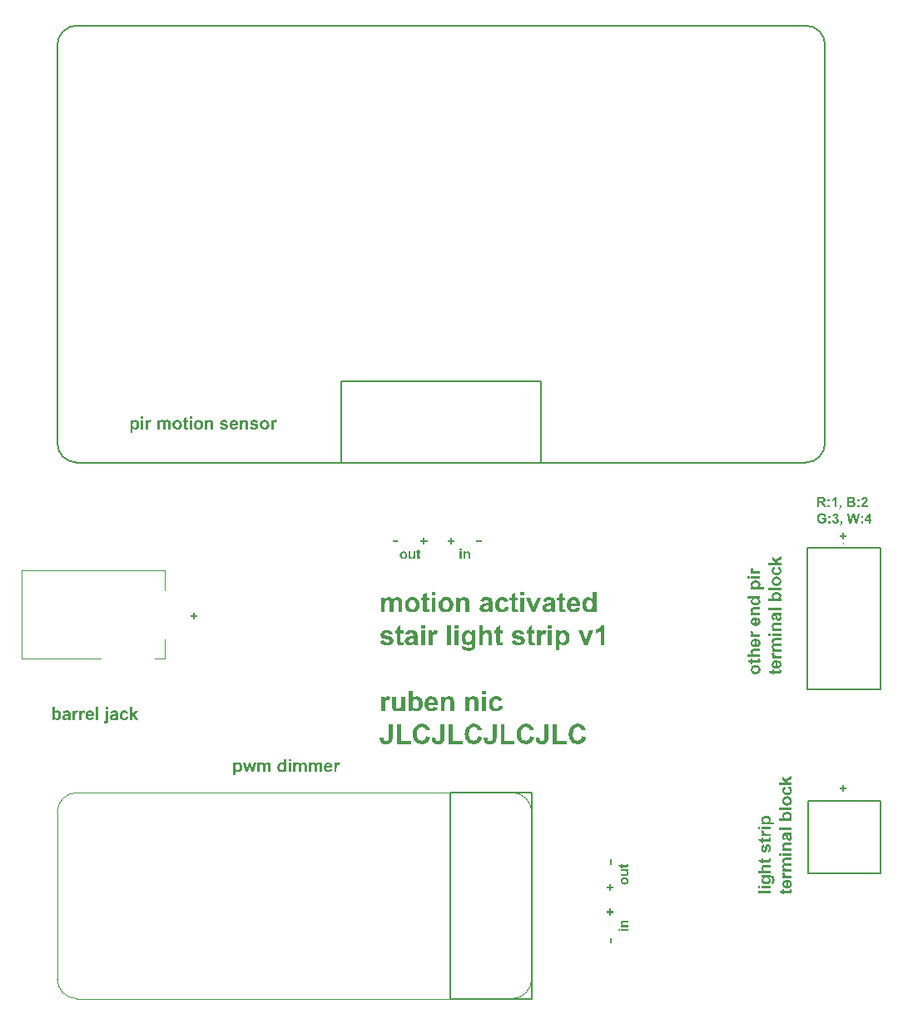
<source format=gbr>
%TF.GenerationSoftware,KiCad,Pcbnew,8.0.2-1*%
%TF.CreationDate,2024-07-11T16:18:04-04:00*%
%TF.ProjectId,stairs light strip,73746169-7273-4206-9c69-676874207374,rev?*%
%TF.SameCoordinates,Original*%
%TF.FileFunction,Legend,Top*%
%TF.FilePolarity,Positive*%
%FSLAX46Y46*%
G04 Gerber Fmt 4.6, Leading zero omitted, Abs format (unit mm)*
G04 Created by KiCad (PCBNEW 8.0.2-1) date 2024-07-11 16:18:04*
%MOMM*%
%LPD*%
G01*
G04 APERTURE LIST*
%ADD10C,0.200000*%
%ADD11C,0.100000*%
%ADD12C,0.300000*%
%ADD13C,0.254000*%
G04 APERTURE END LIST*
D10*
X189735898Y-76835000D02*
X210055898Y-76835000D01*
X210055898Y-85090000D01*
X189735898Y-85090000D01*
X189735898Y-76835000D01*
D11*
X209103398Y-137605000D02*
G75*
G02*
X207103398Y-139604998I-1999998J0D01*
G01*
D10*
X236948398Y-40640000D02*
G75*
G02*
X238948400Y-42640000I2J-2000000D01*
G01*
X162843398Y-85090000D02*
G75*
G02*
X160843400Y-83090000I2J2000000D01*
G01*
X200848398Y-118650000D02*
X209103398Y-118650000D01*
X209103398Y-139605000D01*
X200848398Y-139605000D01*
X200848398Y-118650000D01*
D11*
X162843398Y-118650000D02*
X207103398Y-118650000D01*
X209103398Y-120650000D02*
X209103398Y-137605000D01*
D10*
X160843398Y-83090000D02*
X160843398Y-42640000D01*
D11*
X160843398Y-120650000D02*
G75*
G02*
X162843398Y-118649998I2000002J0D01*
G01*
X160843398Y-137605000D02*
X160843398Y-120650000D01*
D10*
X236948398Y-85090000D02*
X162843398Y-85090000D01*
X238948398Y-83090000D02*
G75*
G02*
X236948398Y-85089998I-1999998J0D01*
G01*
D11*
X207103398Y-118650000D02*
G75*
G02*
X209103400Y-120650000I2J-2000000D01*
G01*
D10*
X162843398Y-40640000D02*
X236948398Y-40640000D01*
D11*
X162843398Y-139605000D02*
G75*
G02*
X160843400Y-137605000I2J2000000D01*
G01*
D10*
X238948398Y-42640000D02*
X238948398Y-83090000D01*
D11*
X207103398Y-139605000D02*
X162843398Y-139605000D01*
D10*
X160843398Y-42640000D02*
G75*
G02*
X162843398Y-40639998I2000002J0D01*
G01*
G36*
X174627554Y-101035316D02*
G01*
X174627554Y-100769579D01*
X174363772Y-100769579D01*
X174363772Y-100597632D01*
X174627554Y-100597632D01*
X174627554Y-100331896D01*
X174803409Y-100331896D01*
X174803409Y-100597632D01*
X175067924Y-100597632D01*
X175067924Y-100769579D01*
X174803409Y-100769579D01*
X174803409Y-101035316D01*
X174627554Y-101035316D01*
G37*
G36*
X238647815Y-88574911D02*
G01*
X238699031Y-88577796D01*
X238750927Y-88583593D01*
X238799875Y-88593424D01*
X238824855Y-88601304D01*
X238871766Y-88625162D01*
X238911752Y-88659120D01*
X238942091Y-88698757D01*
X238965275Y-88744548D01*
X238979872Y-88794298D01*
X238985883Y-88848008D01*
X238986055Y-88859225D01*
X238981887Y-88913996D01*
X238969385Y-88963761D01*
X238948548Y-89008518D01*
X238919377Y-89048269D01*
X238882023Y-89082081D01*
X238836395Y-89109024D01*
X238789684Y-89126964D01*
X238736638Y-89139645D01*
X238720319Y-89142302D01*
X238762914Y-89169896D01*
X238803129Y-89202039D01*
X238829007Y-89227543D01*
X238862081Y-89267822D01*
X238890558Y-89307847D01*
X238918531Y-89350283D01*
X238944778Y-89392163D01*
X239067876Y-89590000D01*
X238824610Y-89590000D01*
X238677576Y-89366517D01*
X238649919Y-89326117D01*
X238618465Y-89281627D01*
X238587863Y-89241083D01*
X238570354Y-89220704D01*
X238531054Y-89189158D01*
X238509293Y-89179183D01*
X238461044Y-89170098D01*
X238411299Y-89167959D01*
X238406955Y-89167948D01*
X238365678Y-89167948D01*
X238365678Y-89590000D01*
X238162468Y-89590000D01*
X238162468Y-88996001D01*
X238365678Y-88996001D01*
X238516132Y-88996001D01*
X238567131Y-88995580D01*
X238616862Y-88994026D01*
X238669661Y-88989818D01*
X238698825Y-88984033D01*
X238741361Y-88959045D01*
X238755734Y-88942267D01*
X238774467Y-88894590D01*
X238776494Y-88868262D01*
X238767916Y-88818313D01*
X238749384Y-88787906D01*
X238709268Y-88759573D01*
X238672691Y-88749316D01*
X238623293Y-88746751D01*
X238573772Y-88746060D01*
X238524436Y-88745896D01*
X238365678Y-88745896D01*
X238365678Y-88996001D01*
X238162468Y-88996001D01*
X238162468Y-88573949D01*
X238590381Y-88573949D01*
X238647815Y-88574911D01*
G37*
G36*
X239207583Y-89042896D02*
G01*
X239207583Y-88855317D01*
X239400779Y-88855317D01*
X239400779Y-89042896D01*
X239207583Y-89042896D01*
G37*
G36*
X239207583Y-89590000D02*
G01*
X239207583Y-89402421D01*
X239400779Y-89402421D01*
X239400779Y-89590000D01*
X239207583Y-89590000D01*
G37*
G36*
X240089300Y-89590000D02*
G01*
X239896348Y-89590000D01*
X239896348Y-88854829D01*
X239855358Y-88892638D01*
X239811706Y-88926567D01*
X239765393Y-88956615D01*
X239716417Y-88982781D01*
X239664780Y-89005067D01*
X239646976Y-89011632D01*
X239646976Y-88824054D01*
X239695433Y-88804696D01*
X239741248Y-88780013D01*
X239783723Y-88752299D01*
X239811107Y-88732219D01*
X239851957Y-88696864D01*
X239885846Y-88658702D01*
X239912773Y-88617730D01*
X239932740Y-88573949D01*
X240089300Y-88573949D01*
X240089300Y-89590000D01*
G37*
G36*
X240410479Y-89402421D02*
G01*
X240603431Y-89402421D01*
X240603431Y-89541884D01*
X240602024Y-89591348D01*
X240596620Y-89641448D01*
X240589021Y-89675484D01*
X240568138Y-89722013D01*
X240536804Y-89760975D01*
X240534310Y-89763412D01*
X240495101Y-89794213D01*
X240451241Y-89817121D01*
X240432461Y-89824473D01*
X240394603Y-89746315D01*
X240439229Y-89725157D01*
X240476071Y-89691421D01*
X240477646Y-89689162D01*
X240497308Y-89643172D01*
X240503666Y-89593912D01*
X240503780Y-89590000D01*
X240410479Y-89590000D01*
X240410479Y-89402421D01*
G37*
G36*
X241646842Y-88574440D02*
G01*
X241696106Y-88576203D01*
X241746997Y-88580210D01*
X241775552Y-88584207D01*
X241824673Y-88597224D01*
X241869025Y-88618749D01*
X241880821Y-88626461D01*
X241918434Y-88658572D01*
X241950064Y-88698910D01*
X241958002Y-88711946D01*
X241978085Y-88757385D01*
X241987930Y-88807176D01*
X241989021Y-88831625D01*
X241983663Y-88883832D01*
X241967588Y-88932742D01*
X241950919Y-88963517D01*
X241918530Y-89004355D01*
X241878516Y-89036744D01*
X241847604Y-89053642D01*
X241896018Y-89071749D01*
X241941880Y-89098893D01*
X241979394Y-89133430D01*
X241989021Y-89145233D01*
X242015167Y-89187904D01*
X242031630Y-89235012D01*
X242038408Y-89286555D01*
X242038602Y-89297397D01*
X242034103Y-89348539D01*
X242020604Y-89398650D01*
X242006606Y-89431486D01*
X241979346Y-89476537D01*
X241945561Y-89514238D01*
X241919411Y-89535289D01*
X241874372Y-89560225D01*
X241826688Y-89575720D01*
X241783124Y-89583161D01*
X241731227Y-89586393D01*
X241680531Y-89587969D01*
X241626137Y-89589023D01*
X241573095Y-89589690D01*
X241537904Y-89590000D01*
X241194987Y-89590000D01*
X241194987Y-89418053D01*
X241398197Y-89418053D01*
X241586508Y-89418053D01*
X241636441Y-89417671D01*
X241688697Y-89415900D01*
X241725971Y-89411946D01*
X241773891Y-89394109D01*
X241799732Y-89372379D01*
X241823593Y-89327387D01*
X241828309Y-89287871D01*
X241820559Y-89239616D01*
X241806327Y-89212156D01*
X241769061Y-89178486D01*
X241742824Y-89166727D01*
X241693004Y-89157397D01*
X241639670Y-89153724D01*
X241587530Y-89152443D01*
X241562328Y-89152316D01*
X241398197Y-89152316D01*
X241398197Y-89418053D01*
X241194987Y-89418053D01*
X241194987Y-88980369D01*
X241398197Y-88980369D01*
X241531554Y-88980369D01*
X241585287Y-88980156D01*
X241636655Y-88979287D01*
X241679076Y-88976950D01*
X241728269Y-88963516D01*
X241761142Y-88940558D01*
X241786226Y-88898167D01*
X241791184Y-88861423D01*
X241782057Y-88811731D01*
X241765294Y-88784975D01*
X241723410Y-88757307D01*
X241688846Y-88749316D01*
X241635552Y-88746861D01*
X241579670Y-88746110D01*
X241523811Y-88745900D01*
X241514945Y-88745896D01*
X241398197Y-88745896D01*
X241398197Y-88980369D01*
X241194987Y-88980369D01*
X241194987Y-88573949D01*
X241597499Y-88573949D01*
X241646842Y-88574440D01*
G37*
G36*
X242240102Y-89042896D02*
G01*
X242240102Y-88855317D01*
X242433298Y-88855317D01*
X242433298Y-89042896D01*
X242240102Y-89042896D01*
G37*
G36*
X242240102Y-89590000D02*
G01*
X242240102Y-89402421D01*
X242433298Y-89402421D01*
X242433298Y-89590000D01*
X242240102Y-89590000D01*
G37*
G36*
X243279844Y-89402421D02*
G01*
X243279844Y-89590000D01*
X242603047Y-89590000D01*
X242611290Y-89540235D01*
X242625029Y-89491814D01*
X242644263Y-89444736D01*
X242668993Y-89399002D01*
X242698166Y-89356648D01*
X242731339Y-89315861D01*
X242764743Y-89278711D01*
X242803381Y-89238686D01*
X242847256Y-89195788D01*
X242886125Y-89159399D01*
X242924490Y-89123597D01*
X242964012Y-89085655D01*
X243001134Y-89048314D01*
X243034644Y-89011260D01*
X243046348Y-88996001D01*
X243070608Y-88951694D01*
X243084254Y-88904159D01*
X243086160Y-88878764D01*
X243079521Y-88828428D01*
X243055677Y-88784755D01*
X243051477Y-88780334D01*
X243007182Y-88753463D01*
X242955734Y-88745896D01*
X242904421Y-88753839D01*
X242861755Y-88779820D01*
X242859502Y-88782044D01*
X242832672Y-88826452D01*
X242820714Y-88877124D01*
X242818225Y-88902212D01*
X242625762Y-88883161D01*
X242632899Y-88833772D01*
X242646203Y-88780535D01*
X242664676Y-88733875D01*
X242692761Y-88687751D01*
X242727881Y-88650580D01*
X242733473Y-88646001D01*
X242775386Y-88617926D01*
X242821623Y-88596747D01*
X242872184Y-88582463D01*
X242927070Y-88575075D01*
X242960374Y-88573949D01*
X243014004Y-88576766D01*
X243063151Y-88585215D01*
X243114824Y-88602192D01*
X243160397Y-88626835D01*
X243194603Y-88654061D01*
X243227817Y-88690885D01*
X243255787Y-88737577D01*
X243273101Y-88789185D01*
X243279511Y-88838374D01*
X243279844Y-88853119D01*
X243276409Y-88902967D01*
X243266105Y-88951030D01*
X243255420Y-88982079D01*
X243233117Y-89028733D01*
X243205673Y-89073008D01*
X243178239Y-89110307D01*
X243143961Y-89149141D01*
X243107884Y-89185480D01*
X243068355Y-89222971D01*
X243051721Y-89238290D01*
X243014959Y-89272063D01*
X242977105Y-89307655D01*
X242941118Y-89343512D01*
X242935950Y-89349176D01*
X242905635Y-89387742D01*
X242896383Y-89402421D01*
X243279844Y-89402421D01*
G37*
G36*
X238630193Y-90894842D02*
G01*
X238630193Y-90722896D01*
X239068609Y-90722896D01*
X239068609Y-91131270D01*
X239028093Y-91164594D01*
X238984488Y-91192270D01*
X238940473Y-91214984D01*
X238890989Y-91236295D01*
X238883473Y-91239225D01*
X238830320Y-91257307D01*
X238776864Y-91270948D01*
X238723103Y-91280148D01*
X238669039Y-91284906D01*
X238638009Y-91285631D01*
X238580175Y-91283287D01*
X238525192Y-91276254D01*
X238473059Y-91264534D01*
X238423777Y-91248125D01*
X238377346Y-91227027D01*
X238362503Y-91218953D01*
X238320500Y-91191939D01*
X238282601Y-91160907D01*
X238243574Y-91119624D01*
X238214568Y-91079885D01*
X238189666Y-91036127D01*
X238185915Y-91028443D01*
X238165828Y-90981151D01*
X238149897Y-90932330D01*
X238138122Y-90881981D01*
X238130503Y-90830103D01*
X238127039Y-90776697D01*
X238126809Y-90758555D01*
X238129127Y-90700449D01*
X238136082Y-90644833D01*
X238147674Y-90591708D01*
X238163903Y-90541072D01*
X238184768Y-90492927D01*
X238192754Y-90477431D01*
X238219630Y-90433287D01*
X238250800Y-90393179D01*
X238286263Y-90357107D01*
X238326019Y-90325070D01*
X238370069Y-90297069D01*
X238385706Y-90288632D01*
X238437134Y-90266619D01*
X238486968Y-90252518D01*
X238541312Y-90243231D01*
X238591484Y-90239104D01*
X238626774Y-90238318D01*
X238683382Y-90240345D01*
X238735972Y-90246427D01*
X238784543Y-90256564D01*
X238837523Y-90274081D01*
X238884715Y-90297437D01*
X238919621Y-90321360D01*
X238956543Y-90354734D01*
X238988177Y-90392572D01*
X239014521Y-90434876D01*
X239035575Y-90481645D01*
X239051340Y-90532878D01*
X239055420Y-90550949D01*
X238853431Y-90582212D01*
X238836477Y-90535715D01*
X238809343Y-90492117D01*
X238773319Y-90456427D01*
X238729556Y-90430145D01*
X238678866Y-90414773D01*
X238626774Y-90410265D01*
X238571048Y-90414367D01*
X238520559Y-90426674D01*
X238475305Y-90447185D01*
X238435287Y-90475901D01*
X238414771Y-90495994D01*
X238384126Y-90537379D01*
X238361009Y-90586735D01*
X238347184Y-90635384D01*
X238338890Y-90689889D01*
X238336201Y-90739784D01*
X238336125Y-90750251D01*
X238338069Y-90804819D01*
X238343900Y-90854951D01*
X238356030Y-90909253D01*
X238373759Y-90957166D01*
X238401518Y-91004991D01*
X238415748Y-91022826D01*
X238453051Y-91058229D01*
X238495075Y-91084936D01*
X238541821Y-91102948D01*
X238593289Y-91112264D01*
X238624820Y-91113684D01*
X238676695Y-91109452D01*
X238724723Y-91098031D01*
X238752803Y-91088039D01*
X238798438Y-91067259D01*
X238842140Y-91041259D01*
X238863201Y-91025757D01*
X238863201Y-90894842D01*
X238630193Y-90894842D01*
G37*
G36*
X239285741Y-90722896D02*
G01*
X239285741Y-90535317D01*
X239478937Y-90535317D01*
X239478937Y-90722896D01*
X239285741Y-90722896D01*
G37*
G36*
X239285741Y-91270000D02*
G01*
X239285741Y-91082421D01*
X239478937Y-91082421D01*
X239478937Y-91270000D01*
X239285741Y-91270000D01*
G37*
G36*
X239666760Y-90981549D02*
G01*
X239853605Y-90957369D01*
X239863368Y-91005377D01*
X239884059Y-91051250D01*
X239901721Y-91073628D01*
X239942007Y-91102379D01*
X239989591Y-91113528D01*
X239996488Y-91113684D01*
X240045034Y-91104942D01*
X240086380Y-91078715D01*
X240096871Y-91068011D01*
X240123438Y-91025620D01*
X240135941Y-90977117D01*
X240137904Y-90944668D01*
X240132374Y-90893972D01*
X240113903Y-90848664D01*
X240098581Y-90828408D01*
X240058188Y-90797554D01*
X240010282Y-90785590D01*
X240003326Y-90785422D01*
X239954160Y-90790502D01*
X239914666Y-90799832D01*
X239935915Y-90644738D01*
X239985401Y-90641983D01*
X240032498Y-90628160D01*
X240055350Y-90613963D01*
X240086308Y-90575861D01*
X240096627Y-90527013D01*
X240085950Y-90478826D01*
X240066341Y-90453496D01*
X240020870Y-90429777D01*
X239985985Y-90425896D01*
X239937563Y-90434926D01*
X239901477Y-90457892D01*
X239872088Y-90499969D01*
X239858979Y-90550949D01*
X239681170Y-90522861D01*
X239693099Y-90473354D01*
X239709843Y-90425326D01*
X239732504Y-90380980D01*
X239737102Y-90373872D01*
X239769284Y-90335290D01*
X239809779Y-90303439D01*
X239841393Y-90285945D01*
X239889446Y-90267729D01*
X239941251Y-90257074D01*
X239991603Y-90253949D01*
X240042925Y-90257066D01*
X240097787Y-90268582D01*
X240147250Y-90288582D01*
X240191313Y-90317068D01*
X240219481Y-90342609D01*
X240253721Y-90384920D01*
X240276754Y-90430245D01*
X240288582Y-90478584D01*
X240290312Y-90506741D01*
X240283381Y-90560968D01*
X240262589Y-90610171D01*
X240227936Y-90654347D01*
X240187201Y-90688213D01*
X240145476Y-90713614D01*
X240196127Y-90730125D01*
X240240005Y-90755842D01*
X240277109Y-90790765D01*
X240283717Y-90798855D01*
X240311151Y-90842766D01*
X240328425Y-90892068D01*
X240335284Y-90941049D01*
X240335741Y-90958346D01*
X240332332Y-91007862D01*
X240319738Y-91062072D01*
X240297864Y-91112448D01*
X240266711Y-91158990D01*
X240238776Y-91189888D01*
X240200832Y-91222426D01*
X240152331Y-91251878D01*
X240099272Y-91272167D01*
X240050165Y-91282265D01*
X239997709Y-91285631D01*
X239948141Y-91282677D01*
X239894436Y-91271765D01*
X239845171Y-91252811D01*
X239800349Y-91225816D01*
X239771051Y-91201612D01*
X239735340Y-91162280D01*
X239706851Y-91118017D01*
X239685585Y-91068821D01*
X239671541Y-91014693D01*
X239666760Y-90981549D01*
G37*
G36*
X240488637Y-91082421D02*
G01*
X240681589Y-91082421D01*
X240681589Y-91221884D01*
X240680181Y-91271348D01*
X240674778Y-91321448D01*
X240667178Y-91355484D01*
X240646296Y-91402013D01*
X240614961Y-91440975D01*
X240612468Y-91443412D01*
X240573258Y-91474213D01*
X240529398Y-91497121D01*
X240510619Y-91504473D01*
X240472761Y-91426315D01*
X240517387Y-91405157D01*
X240554229Y-91371421D01*
X240555804Y-91369162D01*
X240575465Y-91323172D01*
X240581823Y-91273912D01*
X240581938Y-91270000D01*
X240488637Y-91270000D01*
X240488637Y-91082421D01*
G37*
G36*
X241415294Y-91270000D02*
G01*
X241174959Y-90253949D01*
X241383054Y-90253949D01*
X241534729Y-90951995D01*
X241718888Y-90253949D01*
X241960688Y-90253949D01*
X242137276Y-90963719D01*
X242291882Y-90253949D01*
X242496557Y-90253949D01*
X242252070Y-91270000D01*
X242036404Y-91270000D01*
X241835636Y-90510404D01*
X241635846Y-91270000D01*
X241415294Y-91270000D01*
G37*
G36*
X242603536Y-90722896D02*
G01*
X242603536Y-90535317D01*
X242796732Y-90535317D01*
X242796732Y-90722896D01*
X242603536Y-90722896D01*
G37*
G36*
X242603536Y-91270000D02*
G01*
X242603536Y-91082421D01*
X242796732Y-91082421D01*
X242796732Y-91270000D01*
X242603536Y-91270000D01*
G37*
G36*
X243556571Y-90894842D02*
G01*
X243681624Y-90894842D01*
X243681624Y-91066789D01*
X243556571Y-91066789D01*
X243556571Y-91270000D01*
X243369725Y-91270000D01*
X243369725Y-91066789D01*
X242957688Y-91066789D01*
X242957688Y-90895575D01*
X242958200Y-90894842D01*
X243138428Y-90894842D01*
X243369725Y-90894842D01*
X243369725Y-90563649D01*
X243138428Y-90894842D01*
X242958200Y-90894842D01*
X243394638Y-90269581D01*
X243556571Y-90269581D01*
X243556571Y-90894842D01*
G37*
G36*
X240667554Y-118561316D02*
G01*
X240667554Y-118295579D01*
X240403772Y-118295579D01*
X240403772Y-118123632D01*
X240667554Y-118123632D01*
X240667554Y-117857896D01*
X240843409Y-117857896D01*
X240843409Y-118123632D01*
X241107924Y-118123632D01*
X241107924Y-118295579D01*
X240843409Y-118295579D01*
X240843409Y-118561316D01*
X240667554Y-118561316D01*
G37*
D12*
G36*
X233423898Y-128903892D02*
G01*
X232133514Y-128903892D01*
X232133514Y-128658533D01*
X233423898Y-128658533D01*
X233423898Y-128903892D01*
G37*
G36*
X232351886Y-128410072D02*
G01*
X232133514Y-128410072D01*
X232133514Y-128164713D01*
X232351886Y-128164713D01*
X232351886Y-128410072D01*
G37*
G36*
X233423898Y-128410072D02*
G01*
X232490851Y-128410072D01*
X232490851Y-128164713D01*
X233423898Y-128164713D01*
X233423898Y-128410072D01*
G37*
G36*
X233395322Y-127068557D02*
G01*
X233463491Y-127073196D01*
X233527714Y-127082446D01*
X233573719Y-127094252D01*
X233634217Y-127119814D01*
X233686430Y-127155471D01*
X233701826Y-127170249D01*
X233741016Y-127223129D01*
X233767814Y-127280647D01*
X233774721Y-127300528D01*
X233789732Y-127361745D01*
X233797971Y-127426303D01*
X233800984Y-127491657D01*
X233801087Y-127507113D01*
X233799224Y-127577346D01*
X233793635Y-127640900D01*
X233782010Y-127708348D01*
X233761667Y-127774881D01*
X233729475Y-127834888D01*
X233724780Y-127841186D01*
X233678619Y-127888719D01*
X233619732Y-127923288D01*
X233552847Y-127938652D01*
X233531223Y-127939516D01*
X233503306Y-127938896D01*
X233543010Y-127658795D01*
X233598044Y-127629606D01*
X233600085Y-127626536D01*
X233619277Y-127567091D01*
X233622418Y-127516419D01*
X233618405Y-127451250D01*
X233602102Y-127388682D01*
X233593881Y-127372491D01*
X233547571Y-127330513D01*
X233532463Y-127323792D01*
X233470931Y-127313671D01*
X233421106Y-127312315D01*
X233287104Y-127312315D01*
X233333593Y-127355626D01*
X233375673Y-127411256D01*
X233404661Y-127472377D01*
X233420558Y-127538990D01*
X233423898Y-127589934D01*
X233418314Y-127657221D01*
X233401564Y-127719035D01*
X233373647Y-127775374D01*
X233334563Y-127826239D01*
X233284313Y-127871629D01*
X233265081Y-127885543D01*
X233207195Y-127918902D01*
X233143462Y-127944067D01*
X233073880Y-127961039D01*
X233009584Y-127969065D01*
X232952721Y-127971155D01*
X232882232Y-127968421D01*
X232817135Y-127960220D01*
X232746136Y-127943161D01*
X232682901Y-127918228D01*
X232627431Y-127885422D01*
X232594764Y-127859177D01*
X232546539Y-127807453D01*
X232510159Y-127750535D01*
X232485623Y-127688421D01*
X232472933Y-127621112D01*
X232470999Y-127580318D01*
X232476048Y-127517992D01*
X232476226Y-127517349D01*
X232649667Y-127517349D01*
X232659874Y-127579101D01*
X232693969Y-127636253D01*
X232722251Y-127662828D01*
X232781170Y-127695322D01*
X232842789Y-127711876D01*
X232907696Y-127719011D01*
X232943726Y-127719903D01*
X233008115Y-127717171D01*
X233071888Y-127707362D01*
X233131118Y-127687798D01*
X233172645Y-127662828D01*
X233216876Y-127616081D01*
X233241756Y-127557071D01*
X233245229Y-127521692D01*
X233234760Y-127458341D01*
X233203354Y-127402754D01*
X233170784Y-127370010D01*
X233117258Y-127337295D01*
X233057119Y-127318211D01*
X232994146Y-127309487D01*
X232950240Y-127307972D01*
X232887242Y-127310822D01*
X232824477Y-127321058D01*
X232765639Y-127341473D01*
X232723802Y-127367528D01*
X232678626Y-127416369D01*
X232654301Y-127474020D01*
X232649667Y-127517349D01*
X232476226Y-127517349D01*
X232494701Y-127450626D01*
X232527099Y-127389019D01*
X232573242Y-127333171D01*
X232614616Y-127296806D01*
X232490851Y-127296806D01*
X232490851Y-127067266D01*
X233327119Y-127067266D01*
X233395322Y-127068557D01*
G37*
G36*
X232133514Y-126586164D02*
G01*
X232603139Y-126586164D01*
X232558232Y-126540094D01*
X232517583Y-126482210D01*
X232489581Y-126419874D01*
X232474225Y-126353085D01*
X232470999Y-126302652D01*
X232476220Y-126236612D01*
X232491886Y-126176102D01*
X232502638Y-126150039D01*
X232536116Y-126093714D01*
X232580241Y-126049861D01*
X232583287Y-126047677D01*
X232638424Y-126017222D01*
X232692163Y-126000528D01*
X232756921Y-125991834D01*
X232825546Y-125988419D01*
X232877346Y-125987810D01*
X233423898Y-125987810D01*
X233423898Y-126232859D01*
X232925115Y-126232859D01*
X232857745Y-126233732D01*
X232792564Y-126237276D01*
X232736830Y-126246818D01*
X232684342Y-126281691D01*
X232673242Y-126296138D01*
X232651532Y-126356104D01*
X232649667Y-126384541D01*
X232659285Y-126449165D01*
X232680066Y-126493728D01*
X232723631Y-126539671D01*
X232770951Y-126564140D01*
X232835310Y-126579196D01*
X232901539Y-126585110D01*
X232950860Y-126586164D01*
X233423898Y-126586164D01*
X233423898Y-126831213D01*
X232133514Y-126831213D01*
X232133514Y-126586164D01*
G37*
G36*
X232490851Y-125319975D02*
G01*
X232669519Y-125319975D01*
X232669519Y-125487476D01*
X233074625Y-125487476D01*
X233141564Y-125487022D01*
X233204373Y-125484637D01*
X233218243Y-125482824D01*
X233252053Y-125460800D01*
X233265081Y-125419545D01*
X233253938Y-125358261D01*
X233241507Y-125320905D01*
X233411490Y-125299812D01*
X233429857Y-125361310D01*
X233440599Y-125428085D01*
X233443750Y-125493370D01*
X233438011Y-125556493D01*
X233420796Y-125613103D01*
X233386893Y-125668500D01*
X233361550Y-125691270D01*
X233302829Y-125717294D01*
X233263220Y-125725701D01*
X233196762Y-125731517D01*
X233132465Y-125733183D01*
X233085482Y-125733456D01*
X232669519Y-125733456D01*
X232669519Y-125846054D01*
X232490851Y-125846054D01*
X232490851Y-125733456D01*
X232312182Y-125733456D01*
X232173218Y-125487476D01*
X232490851Y-125487476D01*
X232490851Y-125319975D01*
G37*
G36*
X233165821Y-124745506D02*
G01*
X233126117Y-124499526D01*
X233186138Y-124475719D01*
X233229720Y-124435938D01*
X233256241Y-124378243D01*
X233264943Y-124311984D01*
X233265081Y-124301316D01*
X233260152Y-124236714D01*
X233240128Y-124174487D01*
X233230030Y-124158319D01*
X233174627Y-124126564D01*
X233164580Y-124126060D01*
X233118362Y-124143430D01*
X233091773Y-124203271D01*
X233086102Y-124225630D01*
X233069914Y-124296372D01*
X233054075Y-124360329D01*
X233034767Y-124430734D01*
X233016005Y-124490536D01*
X232990653Y-124556447D01*
X232966370Y-124601578D01*
X232924998Y-124649619D01*
X232869650Y-124687258D01*
X232804977Y-124707525D01*
X232756682Y-124711385D01*
X232691702Y-124703877D01*
X232632855Y-124681353D01*
X232580143Y-124643812D01*
X232553509Y-124616467D01*
X232517411Y-124562320D01*
X232494285Y-124504223D01*
X232479056Y-124436121D01*
X232472288Y-124369785D01*
X232470999Y-124321478D01*
X232473289Y-124253609D01*
X232481749Y-124183111D01*
X232496444Y-124121964D01*
X232520871Y-124063532D01*
X232536138Y-124038897D01*
X232577736Y-123991315D01*
X232629246Y-123952910D01*
X232690668Y-123923682D01*
X232729075Y-123911409D01*
X232768780Y-124142810D01*
X232709780Y-124169895D01*
X232680376Y-124199264D01*
X232655545Y-124256865D01*
X232649667Y-124317136D01*
X232653462Y-124381999D01*
X232670329Y-124444463D01*
X232676654Y-124455790D01*
X232726594Y-124483707D01*
X232770951Y-124459202D01*
X232796252Y-124399050D01*
X232814175Y-124336740D01*
X232831925Y-124265553D01*
X232840123Y-124230283D01*
X232857476Y-124161028D01*
X232876270Y-124100062D01*
X232900014Y-124039409D01*
X232929550Y-123983905D01*
X232949309Y-123956697D01*
X233000464Y-123913076D01*
X233063934Y-123887562D01*
X233132320Y-123880080D01*
X233201235Y-123888496D01*
X233264555Y-123913744D01*
X233316143Y-123950317D01*
X233351934Y-123986475D01*
X233387710Y-124037906D01*
X233414698Y-124099103D01*
X233430838Y-124159332D01*
X233440522Y-124226736D01*
X233443750Y-124301316D01*
X233441121Y-124369607D01*
X233433237Y-124432337D01*
X233417395Y-124498492D01*
X233394399Y-124557077D01*
X233368994Y-124601268D01*
X233328263Y-124651577D01*
X233280823Y-124692386D01*
X233226676Y-124723696D01*
X233165821Y-124745506D01*
G37*
G36*
X232490851Y-123245435D02*
G01*
X232669519Y-123245435D01*
X232669519Y-123412936D01*
X233074625Y-123412936D01*
X233141564Y-123412482D01*
X233204373Y-123410096D01*
X233218243Y-123408284D01*
X233252053Y-123386260D01*
X233265081Y-123345005D01*
X233253938Y-123283721D01*
X233241507Y-123246365D01*
X233411490Y-123225272D01*
X233429857Y-123286770D01*
X233440599Y-123353545D01*
X233443750Y-123418830D01*
X233438011Y-123481953D01*
X233420796Y-123538563D01*
X233386893Y-123593960D01*
X233361550Y-123616730D01*
X233302829Y-123642754D01*
X233263220Y-123651161D01*
X233196762Y-123656977D01*
X233132465Y-123658643D01*
X233085482Y-123658916D01*
X232669519Y-123658916D01*
X232669519Y-123771514D01*
X232490851Y-123771514D01*
X232490851Y-123658916D01*
X232312182Y-123658916D01*
X232173218Y-123412936D01*
X232490851Y-123412936D01*
X232490851Y-123245435D01*
G37*
G36*
X233423898Y-122843741D02*
G01*
X233423898Y-123088789D01*
X232490851Y-123088789D01*
X232490851Y-122861111D01*
X232622681Y-122861111D01*
X232570597Y-122825815D01*
X232521637Y-122783372D01*
X232500156Y-122756267D01*
X232475811Y-122696163D01*
X232470999Y-122649873D01*
X232478065Y-122587932D01*
X232499265Y-122527736D01*
X232521249Y-122488575D01*
X232749548Y-122564571D01*
X232720604Y-122620755D01*
X232709223Y-122679651D01*
X232721246Y-122740554D01*
X232737140Y-122767124D01*
X232789606Y-122805776D01*
X232837952Y-122823268D01*
X232906730Y-122834924D01*
X232970154Y-122839822D01*
X233036685Y-122842461D01*
X233100709Y-122843561D01*
X233142867Y-122843741D01*
X233423898Y-122843741D01*
G37*
G36*
X232351886Y-122387453D02*
G01*
X232133514Y-122387453D01*
X232133514Y-122142094D01*
X232351886Y-122142094D01*
X232351886Y-122387453D01*
G37*
G36*
X233423898Y-122387453D02*
G01*
X232490851Y-122387453D01*
X232490851Y-122142094D01*
X233423898Y-122142094D01*
X233423898Y-122387453D01*
G37*
G36*
X233022458Y-120999340D02*
G01*
X233087742Y-121007655D01*
X233159384Y-121024951D01*
X233223721Y-121050229D01*
X233280750Y-121083489D01*
X233314711Y-121110098D01*
X233358564Y-121154256D01*
X233398258Y-121210074D01*
X233425604Y-121270523D01*
X233440599Y-121335603D01*
X233443750Y-121384924D01*
X233437931Y-121449292D01*
X233418784Y-121512328D01*
X233413351Y-121524199D01*
X233378169Y-121580000D01*
X233334781Y-121629815D01*
X233308507Y-121655409D01*
X233781235Y-121655409D01*
X233781235Y-121900458D01*
X232490851Y-121900458D01*
X232490851Y-121671849D01*
X232627023Y-121671849D01*
X232574720Y-121630587D01*
X232534255Y-121583230D01*
X232514115Y-121551496D01*
X232487841Y-121492187D01*
X232478382Y-121449444D01*
X232649667Y-121449444D01*
X232660005Y-121512591D01*
X232691019Y-121567102D01*
X232723182Y-121598644D01*
X232782117Y-121632375D01*
X232842823Y-121649559D01*
X232906217Y-121656965D01*
X232941244Y-121657890D01*
X233009571Y-121654937D01*
X233077517Y-121644327D01*
X233141025Y-121623169D01*
X233185983Y-121596163D01*
X233231016Y-121550323D01*
X233258824Y-121493042D01*
X233265081Y-121445101D01*
X233253102Y-121380353D01*
X233217164Y-121325230D01*
X233192497Y-121303035D01*
X233138044Y-121273100D01*
X233073497Y-121255639D01*
X233003763Y-121247656D01*
X232954272Y-121246270D01*
X232890384Y-121249076D01*
X232826747Y-121259152D01*
X232767112Y-121279247D01*
X232724733Y-121304896D01*
X232678990Y-121352558D01*
X232653259Y-121413053D01*
X232649667Y-121449444D01*
X232478382Y-121449444D01*
X232473693Y-121428254D01*
X232470999Y-121383063D01*
X232477084Y-121314826D01*
X232495341Y-121251249D01*
X232525769Y-121192333D01*
X232568369Y-121138078D01*
X232598176Y-121109167D01*
X232649273Y-121070901D01*
X232707416Y-121040552D01*
X232772602Y-121018121D01*
X232844834Y-121003606D01*
X232910408Y-120997558D01*
X232952101Y-120996569D01*
X233022458Y-120999340D01*
G37*
G36*
X234624451Y-128478934D02*
G01*
X234803119Y-128478934D01*
X234803119Y-128646435D01*
X235208225Y-128646435D01*
X235275164Y-128645981D01*
X235337973Y-128643595D01*
X235351843Y-128641782D01*
X235385653Y-128619759D01*
X235398681Y-128578504D01*
X235387538Y-128517220D01*
X235375107Y-128479864D01*
X235545090Y-128458771D01*
X235563457Y-128520269D01*
X235574199Y-128587044D01*
X235577350Y-128652329D01*
X235571611Y-128715452D01*
X235554396Y-128772062D01*
X235520493Y-128827459D01*
X235495150Y-128850229D01*
X235436429Y-128876253D01*
X235396820Y-128884660D01*
X235330362Y-128890476D01*
X235266065Y-128892142D01*
X235219082Y-128892415D01*
X234803119Y-128892415D01*
X234803119Y-129005013D01*
X234624451Y-129005013D01*
X234624451Y-128892415D01*
X234445782Y-128892415D01*
X234306818Y-128646435D01*
X234624451Y-128646435D01*
X234624451Y-128478934D01*
G37*
G36*
X235160456Y-127517970D02*
G01*
X235160456Y-128132143D01*
X235226117Y-128125291D01*
X235287008Y-128105508D01*
X235336023Y-128072897D01*
X235376592Y-128022168D01*
X235396478Y-127962225D01*
X235398681Y-127931451D01*
X235388730Y-127869758D01*
X235370454Y-127834982D01*
X235321720Y-127793252D01*
X235279569Y-127775426D01*
X235319273Y-127530998D01*
X235378635Y-127557984D01*
X235436426Y-127596501D01*
X235484698Y-127643654D01*
X235511590Y-127679888D01*
X235543378Y-127740992D01*
X235562900Y-127802104D01*
X235574203Y-127869614D01*
X235577350Y-127933933D01*
X235573480Y-128006466D01*
X235561870Y-128072851D01*
X235542522Y-128133086D01*
X235509087Y-128197252D01*
X235464507Y-128252562D01*
X235418843Y-128291890D01*
X235360027Y-128327545D01*
X235294858Y-128354443D01*
X235233942Y-128370528D01*
X235168359Y-128380179D01*
X235098108Y-128383396D01*
X235028249Y-128380457D01*
X234963298Y-128371642D01*
X234891833Y-128353307D01*
X234827435Y-128326510D01*
X234770104Y-128291250D01*
X234735808Y-128263042D01*
X234691218Y-128215664D01*
X234655852Y-128163792D01*
X234629713Y-128107427D01*
X234612799Y-128046570D01*
X234605111Y-127981219D01*
X234604599Y-127958437D01*
X234605379Y-127943859D01*
X234783267Y-127943859D01*
X234794489Y-128008599D01*
X234828152Y-128062772D01*
X234841893Y-128076309D01*
X234896689Y-128110097D01*
X234959539Y-128125654D01*
X235001640Y-128127800D01*
X235001640Y-127761468D01*
X234939784Y-127767896D01*
X234878832Y-127788484D01*
X234839101Y-127816371D01*
X234800933Y-127866574D01*
X234783758Y-127929983D01*
X234783267Y-127943859D01*
X234605379Y-127943859D01*
X234607938Y-127896007D01*
X234620763Y-127826709D01*
X234643205Y-127763540D01*
X234675266Y-127706499D01*
X234716945Y-127655587D01*
X234741392Y-127632429D01*
X234797804Y-127591924D01*
X234864444Y-127560209D01*
X234927792Y-127540493D01*
X234998244Y-127526882D01*
X235075798Y-127519374D01*
X235142956Y-127517762D01*
X235160456Y-127517970D01*
G37*
G36*
X235557498Y-127088359D02*
G01*
X235557498Y-127333408D01*
X234624451Y-127333408D01*
X234624451Y-127105729D01*
X234756281Y-127105729D01*
X234704197Y-127070433D01*
X234655237Y-127027990D01*
X234633756Y-127000886D01*
X234609411Y-126940782D01*
X234604599Y-126894491D01*
X234611665Y-126832550D01*
X234632865Y-126772354D01*
X234654849Y-126733193D01*
X234883148Y-126809189D01*
X234854204Y-126865373D01*
X234842823Y-126924269D01*
X234854846Y-126985172D01*
X234870740Y-127011742D01*
X234923206Y-127050395D01*
X234971552Y-127067886D01*
X235040330Y-127079542D01*
X235103754Y-127084440D01*
X235170285Y-127087079D01*
X235234309Y-127088179D01*
X235276467Y-127088359D01*
X235557498Y-127088359D01*
G37*
G36*
X234624451Y-126650373D02*
G01*
X234624451Y-126424245D01*
X234751008Y-126424245D01*
X234701251Y-126377139D01*
X234661790Y-126326783D01*
X234628762Y-126263927D01*
X234609746Y-126196648D01*
X234604599Y-126135460D01*
X234609528Y-126072007D01*
X234625992Y-126010749D01*
X234639650Y-125980986D01*
X234676936Y-125928230D01*
X234723892Y-125887323D01*
X234745114Y-125873661D01*
X234697132Y-125826478D01*
X234659269Y-125776591D01*
X234639650Y-125741831D01*
X234616956Y-125682833D01*
X234605831Y-125620763D01*
X234604599Y-125591079D01*
X234609547Y-125524621D01*
X234626232Y-125460564D01*
X234646474Y-125418304D01*
X234686696Y-125366780D01*
X234739819Y-125327133D01*
X234768688Y-125312840D01*
X234829262Y-125296372D01*
X234892438Y-125289417D01*
X234961626Y-125287405D01*
X235557498Y-125287405D01*
X235557498Y-125532764D01*
X235018080Y-125532764D01*
X234954045Y-125534354D01*
X234891505Y-125540812D01*
X234836620Y-125558199D01*
X234794990Y-125604541D01*
X234783267Y-125662733D01*
X234795747Y-125724795D01*
X234815217Y-125759822D01*
X234860680Y-125802821D01*
X234909204Y-125825272D01*
X234971183Y-125838125D01*
X235034953Y-125843553D01*
X235104312Y-125845124D01*
X235557498Y-125845124D01*
X235557498Y-126090173D01*
X235040103Y-126090173D01*
X234977348Y-126090987D01*
X234911003Y-126094765D01*
X234862365Y-126103200D01*
X234809416Y-126135564D01*
X234802809Y-126143835D01*
X234783744Y-126204031D01*
X234783267Y-126218280D01*
X234794312Y-126281642D01*
X234814596Y-126320332D01*
X234861164Y-126365144D01*
X234904241Y-126385472D01*
X234970322Y-126398831D01*
X235035625Y-126403792D01*
X235098729Y-126405014D01*
X235557498Y-126405014D01*
X235557498Y-126650373D01*
X234624451Y-126650373D01*
G37*
G36*
X234485486Y-125051352D02*
G01*
X234267114Y-125051352D01*
X234267114Y-124805993D01*
X234485486Y-124805993D01*
X234485486Y-125051352D01*
G37*
G36*
X235557498Y-125051352D02*
G01*
X234624451Y-125051352D01*
X234624451Y-124805993D01*
X235557498Y-124805993D01*
X235557498Y-125051352D01*
G37*
G36*
X235557498Y-123714750D02*
G01*
X235557498Y-123959799D01*
X235075775Y-123959799D01*
X235006060Y-123960787D01*
X234943759Y-123964263D01*
X234880791Y-123974645D01*
X234877875Y-123975618D01*
X234823636Y-124008169D01*
X234808082Y-124026489D01*
X234785230Y-124084692D01*
X234783267Y-124111481D01*
X234793335Y-124175609D01*
X234818939Y-124225940D01*
X234863164Y-124270732D01*
X234913236Y-124295422D01*
X234977302Y-124307472D01*
X235040909Y-124312216D01*
X235110672Y-124313961D01*
X235130058Y-124314034D01*
X235557498Y-124314034D01*
X235557498Y-124559083D01*
X234624451Y-124559083D01*
X234624451Y-124331404D01*
X234760623Y-124331404D01*
X234707599Y-124283720D01*
X234665546Y-124231630D01*
X234634463Y-124175135D01*
X234614350Y-124114234D01*
X234605208Y-124048927D01*
X234604599Y-124026179D01*
X234609462Y-123962502D01*
X234625577Y-123899195D01*
X234634067Y-123877909D01*
X234665237Y-123822029D01*
X234709132Y-123776167D01*
X234764355Y-123744106D01*
X234812735Y-123728398D01*
X234877866Y-123718602D01*
X234945870Y-123715083D01*
X234978376Y-123714750D01*
X235557498Y-123714750D01*
G37*
G36*
X235557498Y-122908880D02*
G01*
X235496909Y-122928198D01*
X235481812Y-122932454D01*
X235451723Y-122941140D01*
X235494500Y-122989587D01*
X235530800Y-123044829D01*
X235546021Y-123075762D01*
X235566305Y-123135366D01*
X235576248Y-123198247D01*
X235577350Y-123228374D01*
X235572425Y-123296092D01*
X235555114Y-123363237D01*
X235525337Y-123420813D01*
X235498562Y-123453881D01*
X235450931Y-123493766D01*
X235390238Y-123522774D01*
X235328622Y-123535102D01*
X235299111Y-123536391D01*
X235237206Y-123530197D01*
X235176952Y-123509671D01*
X235157044Y-123498859D01*
X235107859Y-123460258D01*
X235069954Y-123410140D01*
X235061196Y-123393705D01*
X235037481Y-123334570D01*
X235019518Y-123272429D01*
X235004750Y-123206506D01*
X235003191Y-123198596D01*
X234989028Y-123128461D01*
X234973388Y-123060665D01*
X234956488Y-123000153D01*
X234942084Y-122960371D01*
X235120752Y-122960371D01*
X235137115Y-123021246D01*
X235151320Y-123084917D01*
X235156424Y-123109572D01*
X235170425Y-123171376D01*
X235190529Y-123231436D01*
X235196748Y-123242953D01*
X235243858Y-123284271D01*
X235278638Y-123291032D01*
X235339722Y-123272852D01*
X235363320Y-123252569D01*
X235393708Y-123196372D01*
X235398681Y-123154860D01*
X235388367Y-123090030D01*
X235359964Y-123032070D01*
X235357426Y-123028303D01*
X235312546Y-122984731D01*
X235280499Y-122969987D01*
X235218171Y-122961508D01*
X235166970Y-122960371D01*
X235120752Y-122960371D01*
X234942084Y-122960371D01*
X234916958Y-122960371D01*
X234855076Y-122969134D01*
X234813976Y-122995423D01*
X234789145Y-123054136D01*
X234783297Y-123120955D01*
X234783267Y-123126943D01*
X234791610Y-123191544D01*
X234809633Y-123229305D01*
X234858221Y-123269605D01*
X234902380Y-123288551D01*
X234862675Y-123510956D01*
X234801181Y-123488816D01*
X234742195Y-123455845D01*
X234694006Y-123414335D01*
X234667877Y-123381918D01*
X234637288Y-123323254D01*
X234618503Y-123259326D01*
X234608554Y-123194292D01*
X234604846Y-123131792D01*
X234604599Y-123109572D01*
X234606469Y-123041805D01*
X234613186Y-122974208D01*
X234626583Y-122910722D01*
X234643682Y-122865454D01*
X234675961Y-122811917D01*
X234721118Y-122766438D01*
X234742943Y-122752545D01*
X234802019Y-122732509D01*
X234864933Y-122723550D01*
X234934246Y-122719954D01*
X234963487Y-122719665D01*
X235251342Y-122722457D01*
X235315332Y-122721525D01*
X235379682Y-122717853D01*
X235432492Y-122710670D01*
X235492901Y-122693765D01*
X235553338Y-122668619D01*
X235557498Y-122666623D01*
X235557498Y-122908880D01*
G37*
G36*
X235557498Y-122482991D02*
G01*
X234267114Y-122482991D01*
X234267114Y-122237632D01*
X235557498Y-122237632D01*
X235557498Y-122482991D01*
G37*
G36*
X235153138Y-120603835D02*
G01*
X235219586Y-120612105D01*
X235280703Y-120625887D01*
X235347006Y-120649704D01*
X235405631Y-120681460D01*
X235448621Y-120713987D01*
X235492369Y-120758029D01*
X235531968Y-120813711D01*
X235559247Y-120874025D01*
X235574207Y-120938969D01*
X235577350Y-120988193D01*
X235570899Y-121052354D01*
X235551548Y-121115798D01*
X235538266Y-121144839D01*
X235503500Y-121199757D01*
X235457830Y-121248655D01*
X235421325Y-121277909D01*
X235557498Y-121277909D01*
X235557498Y-121505588D01*
X234267114Y-121505588D01*
X234267114Y-121260539D01*
X234733637Y-121260539D01*
X234689784Y-121216504D01*
X234650090Y-121161437D01*
X234622745Y-121102391D01*
X234612032Y-121057366D01*
X234783267Y-121057366D01*
X234793387Y-121119292D01*
X234827190Y-121177026D01*
X234855231Y-121204085D01*
X234913326Y-121237286D01*
X234973999Y-121254199D01*
X235037859Y-121261489D01*
X235073293Y-121262400D01*
X235135492Y-121260233D01*
X235197379Y-121252449D01*
X235260944Y-121234759D01*
X235296319Y-121217113D01*
X235345801Y-121177882D01*
X235381787Y-121126579D01*
X235398281Y-121060770D01*
X235398681Y-121047750D01*
X235386702Y-120985711D01*
X235350764Y-120931659D01*
X235326097Y-120909406D01*
X235266122Y-120876911D01*
X235202385Y-120860357D01*
X235134648Y-120853223D01*
X235096868Y-120852331D01*
X235028567Y-120855092D01*
X234961377Y-120865008D01*
X234899646Y-120884784D01*
X234857092Y-120910026D01*
X234812105Y-120957645D01*
X234786800Y-121019569D01*
X234783267Y-121057366D01*
X234612032Y-121057366D01*
X234607749Y-121039368D01*
X234604599Y-120991916D01*
X234610491Y-120920625D01*
X234628169Y-120854945D01*
X234657633Y-120794875D01*
X234698881Y-120740416D01*
X234727743Y-120711816D01*
X234777696Y-120674182D01*
X234835195Y-120644335D01*
X234900240Y-120622274D01*
X234972831Y-120607999D01*
X235039088Y-120602052D01*
X235081358Y-120601078D01*
X235153138Y-120603835D01*
G37*
G36*
X235557498Y-120409692D02*
G01*
X234267114Y-120409692D01*
X234267114Y-120164333D01*
X235557498Y-120164333D01*
X235557498Y-120409692D01*
G37*
G36*
X235152651Y-119019643D02*
G01*
X235225002Y-119032380D01*
X235292294Y-119054670D01*
X235354525Y-119086513D01*
X235411697Y-119127908D01*
X235438385Y-119152188D01*
X235485611Y-119205485D01*
X235523067Y-119263711D01*
X235550751Y-119326866D01*
X235568664Y-119394949D01*
X235576807Y-119467962D01*
X235577350Y-119493396D01*
X235573744Y-119556403D01*
X235562926Y-119617936D01*
X235544896Y-119677996D01*
X235519655Y-119736583D01*
X235487298Y-119790827D01*
X235442879Y-119843602D01*
X235389970Y-119887643D01*
X235349981Y-119912150D01*
X235291104Y-119938477D01*
X235226139Y-119957282D01*
X235164301Y-119967566D01*
X235097802Y-119972091D01*
X235077946Y-119972326D01*
X235009490Y-119967566D01*
X234942309Y-119953286D01*
X234883664Y-119932601D01*
X234840342Y-119912150D01*
X234786350Y-119878921D01*
X234733719Y-119834030D01*
X234689676Y-119781190D01*
X234665085Y-119741546D01*
X234638622Y-119684743D01*
X234619720Y-119624760D01*
X234608379Y-119561598D01*
X234604599Y-119495257D01*
X234604648Y-119494326D01*
X234783267Y-119494326D01*
X234792650Y-119556630D01*
X234824290Y-119616404D01*
X234862675Y-119655624D01*
X234918958Y-119690139D01*
X234981318Y-119710272D01*
X235046060Y-119719476D01*
X235090974Y-119721074D01*
X235161212Y-119716983D01*
X235222727Y-119704711D01*
X235281502Y-119681126D01*
X235319583Y-119655624D01*
X235364616Y-119607035D01*
X235392424Y-119545836D01*
X235398681Y-119494326D01*
X235389334Y-119432096D01*
X235357819Y-119372569D01*
X235319583Y-119333648D01*
X235262955Y-119299298D01*
X235200025Y-119279259D01*
X235134570Y-119270099D01*
X235089113Y-119268509D01*
X235019708Y-119272580D01*
X234958834Y-119284794D01*
X234900546Y-119308267D01*
X234862675Y-119333648D01*
X234817465Y-119381884D01*
X234789549Y-119442865D01*
X234783267Y-119494326D01*
X234604648Y-119494326D01*
X234607946Y-119431391D01*
X234620799Y-119359650D01*
X234643293Y-119293253D01*
X234675426Y-119232199D01*
X234717200Y-119176489D01*
X234741702Y-119150637D01*
X234795667Y-119104992D01*
X234854737Y-119068791D01*
X234918909Y-119042034D01*
X234988185Y-119024720D01*
X235049814Y-119017506D01*
X235088493Y-119016326D01*
X235152651Y-119019643D01*
G37*
G36*
X234882528Y-118022172D02*
G01*
X234922232Y-118263809D01*
X234861667Y-118283738D01*
X234818319Y-118319332D01*
X234789976Y-118375984D01*
X234783267Y-118431310D01*
X234792776Y-118494749D01*
X234824540Y-118551758D01*
X234850888Y-118577409D01*
X234908117Y-118608491D01*
X234970917Y-118624325D01*
X235038809Y-118631149D01*
X235077016Y-118632002D01*
X235139454Y-118630061D01*
X235203120Y-118622890D01*
X235263777Y-118608224D01*
X235321440Y-118580186D01*
X235326097Y-118576789D01*
X235370328Y-118529824D01*
X235394145Y-118472216D01*
X235398681Y-118427898D01*
X235388677Y-118364465D01*
X235358667Y-118313749D01*
X235308117Y-118277667D01*
X235249324Y-118257144D01*
X235220013Y-118250781D01*
X235259717Y-118010075D01*
X235324839Y-118029790D01*
X235382600Y-118056096D01*
X235439597Y-118094230D01*
X235486978Y-118140972D01*
X235497321Y-118154002D01*
X235532333Y-118211736D01*
X235554763Y-118269696D01*
X235569534Y-118334602D01*
X235576646Y-118406455D01*
X235577350Y-118439375D01*
X235572824Y-118512675D01*
X235559247Y-118580196D01*
X235536619Y-118641937D01*
X235504940Y-118697898D01*
X235464210Y-118748079D01*
X235448621Y-118763522D01*
X235396764Y-118804529D01*
X235337971Y-118837051D01*
X235272243Y-118861090D01*
X235199579Y-118876644D01*
X235133727Y-118883125D01*
X235091905Y-118884185D01*
X235022374Y-118881224D01*
X234957827Y-118872341D01*
X234886948Y-118853865D01*
X234823244Y-118826860D01*
X234766716Y-118791328D01*
X234733017Y-118762902D01*
X234689375Y-118714411D01*
X234654762Y-118659900D01*
X234629179Y-118599370D01*
X234612625Y-118532820D01*
X234605100Y-118460250D01*
X234604599Y-118434722D01*
X234607894Y-118364072D01*
X234617779Y-118300041D01*
X234637147Y-118234970D01*
X234665122Y-118178544D01*
X234673461Y-118165789D01*
X234717713Y-118114047D01*
X234766607Y-118075511D01*
X234824496Y-118043993D01*
X234882528Y-118022172D01*
G37*
G36*
X235557498Y-117850017D02*
G01*
X234267114Y-117850017D01*
X234267114Y-117604658D01*
X234952940Y-117604658D01*
X234624451Y-117317734D01*
X234624451Y-117015921D01*
X234965658Y-117332623D01*
X235557498Y-116993277D01*
X235557498Y-117257557D01*
X235136572Y-117490509D01*
X235258786Y-117604658D01*
X235557498Y-117604658D01*
X235557498Y-117850017D01*
G37*
D10*
G36*
X240667554Y-92907316D02*
G01*
X240667554Y-92641579D01*
X240403772Y-92641579D01*
X240403772Y-92469632D01*
X240667554Y-92469632D01*
X240667554Y-92203896D01*
X240843409Y-92203896D01*
X240843409Y-92469632D01*
X241107924Y-92469632D01*
X241107924Y-92641579D01*
X240843409Y-92641579D01*
X240843409Y-92907316D01*
X240667554Y-92907316D01*
G37*
D12*
G36*
X231941653Y-105655662D02*
G01*
X232014004Y-105668399D01*
X232081296Y-105690689D01*
X232143527Y-105722532D01*
X232200699Y-105763928D01*
X232227387Y-105788208D01*
X232274613Y-105841504D01*
X232312069Y-105899730D01*
X232339753Y-105962885D01*
X232357666Y-106030969D01*
X232365809Y-106103982D01*
X232366352Y-106129415D01*
X232362746Y-106192422D01*
X232351928Y-106253956D01*
X232333898Y-106314016D01*
X232308657Y-106372603D01*
X232276300Y-106426847D01*
X232231881Y-106479622D01*
X232178972Y-106523662D01*
X232138983Y-106548169D01*
X232080106Y-106574497D01*
X232015141Y-106593302D01*
X231953303Y-106603586D01*
X231886804Y-106608111D01*
X231866948Y-106608346D01*
X231798492Y-106603586D01*
X231731311Y-106589306D01*
X231672666Y-106568620D01*
X231629344Y-106548169D01*
X231575352Y-106514940D01*
X231522721Y-106470050D01*
X231478678Y-106417209D01*
X231454087Y-106377566D01*
X231427624Y-106320763D01*
X231408722Y-106260780D01*
X231397381Y-106197618D01*
X231393601Y-106131276D01*
X231393650Y-106130346D01*
X231572269Y-106130346D01*
X231581652Y-106192649D01*
X231613292Y-106252424D01*
X231651677Y-106291644D01*
X231707960Y-106326158D01*
X231770320Y-106346292D01*
X231835062Y-106355495D01*
X231879976Y-106357093D01*
X231950214Y-106353003D01*
X232011729Y-106340731D01*
X232070504Y-106317146D01*
X232108585Y-106291644D01*
X232153618Y-106243055D01*
X232181426Y-106181856D01*
X232187683Y-106130346D01*
X232178336Y-106068115D01*
X232146821Y-106008588D01*
X232108585Y-105969668D01*
X232051957Y-105935317D01*
X231989027Y-105915279D01*
X231923572Y-105906119D01*
X231878115Y-105904528D01*
X231808710Y-105908600D01*
X231747836Y-105920813D01*
X231689548Y-105944286D01*
X231651677Y-105969668D01*
X231606467Y-106017904D01*
X231578551Y-106078885D01*
X231572269Y-106130346D01*
X231393650Y-106130346D01*
X231396948Y-106067410D01*
X231409801Y-105995670D01*
X231432295Y-105929272D01*
X231464428Y-105868219D01*
X231506202Y-105812508D01*
X231530704Y-105786657D01*
X231584669Y-105741012D01*
X231643739Y-105704811D01*
X231707911Y-105678053D01*
X231777187Y-105660740D01*
X231838816Y-105653526D01*
X231877495Y-105652345D01*
X231941653Y-105655662D01*
G37*
G36*
X231413453Y-105041274D02*
G01*
X231592121Y-105041274D01*
X231592121Y-105208776D01*
X231997227Y-105208776D01*
X232064166Y-105208321D01*
X232126975Y-105205936D01*
X232140845Y-105204123D01*
X232174655Y-105182100D01*
X232187683Y-105140845D01*
X232176540Y-105079561D01*
X232164109Y-105042205D01*
X232334092Y-105021112D01*
X232352459Y-105082609D01*
X232363201Y-105149384D01*
X232366352Y-105214669D01*
X232360613Y-105277793D01*
X232343398Y-105334402D01*
X232309495Y-105389800D01*
X232284152Y-105412570D01*
X232225431Y-105438594D01*
X232185822Y-105447001D01*
X232119364Y-105452817D01*
X232055067Y-105454483D01*
X232008084Y-105454755D01*
X231592121Y-105454755D01*
X231592121Y-105567354D01*
X231413453Y-105567354D01*
X231413453Y-105454755D01*
X231234784Y-105454755D01*
X231095820Y-105208776D01*
X231413453Y-105208776D01*
X231413453Y-105041274D01*
G37*
G36*
X231056116Y-104629964D02*
G01*
X231525741Y-104629964D01*
X231480834Y-104583894D01*
X231440185Y-104526011D01*
X231412183Y-104463674D01*
X231396827Y-104396885D01*
X231393601Y-104346452D01*
X231398822Y-104280413D01*
X231414488Y-104219902D01*
X231425240Y-104193839D01*
X231458718Y-104137515D01*
X231502843Y-104093662D01*
X231505889Y-104091477D01*
X231561026Y-104061022D01*
X231614765Y-104044329D01*
X231679523Y-104035635D01*
X231748148Y-104032219D01*
X231799948Y-104031611D01*
X232346500Y-104031611D01*
X232346500Y-104276660D01*
X231847717Y-104276660D01*
X231780347Y-104277532D01*
X231715166Y-104281076D01*
X231659432Y-104290618D01*
X231606944Y-104325492D01*
X231595844Y-104339938D01*
X231574134Y-104399904D01*
X231572269Y-104428342D01*
X231581887Y-104492965D01*
X231602668Y-104537528D01*
X231646233Y-104583471D01*
X231693553Y-104607941D01*
X231757912Y-104622996D01*
X231824141Y-104628910D01*
X231873462Y-104629964D01*
X232346500Y-104629964D01*
X232346500Y-104875013D01*
X231056116Y-104875013D01*
X231056116Y-104629964D01*
G37*
G36*
X231949458Y-102994651D02*
G01*
X231949458Y-103608824D01*
X232015119Y-103601972D01*
X232076010Y-103582189D01*
X232125025Y-103549578D01*
X232165594Y-103498849D01*
X232185480Y-103438906D01*
X232187683Y-103408132D01*
X232177732Y-103346439D01*
X232159456Y-103311663D01*
X232110722Y-103269933D01*
X232068571Y-103252107D01*
X232108275Y-103007679D01*
X232167637Y-103034665D01*
X232225428Y-103073182D01*
X232273700Y-103120335D01*
X232300592Y-103156569D01*
X232332380Y-103217673D01*
X232351902Y-103278785D01*
X232363205Y-103346295D01*
X232366352Y-103410614D01*
X232362482Y-103483147D01*
X232350872Y-103549532D01*
X232331524Y-103609767D01*
X232298089Y-103673933D01*
X232253509Y-103729243D01*
X232207845Y-103768571D01*
X232149029Y-103804226D01*
X232083860Y-103831124D01*
X232022944Y-103847209D01*
X231957361Y-103856860D01*
X231887110Y-103860077D01*
X231817251Y-103857138D01*
X231752300Y-103848323D01*
X231680835Y-103829988D01*
X231616437Y-103803191D01*
X231559106Y-103767931D01*
X231524810Y-103739724D01*
X231480220Y-103692345D01*
X231444854Y-103640473D01*
X231418715Y-103584108D01*
X231401801Y-103523251D01*
X231394113Y-103457900D01*
X231393601Y-103435118D01*
X231394381Y-103420540D01*
X231572269Y-103420540D01*
X231583491Y-103485281D01*
X231617154Y-103539453D01*
X231630895Y-103552990D01*
X231685691Y-103586778D01*
X231748541Y-103602335D01*
X231790642Y-103604481D01*
X231790642Y-103238149D01*
X231728786Y-103244577D01*
X231667834Y-103265166D01*
X231628103Y-103293052D01*
X231589935Y-103343255D01*
X231572760Y-103406664D01*
X231572269Y-103420540D01*
X231394381Y-103420540D01*
X231396940Y-103372689D01*
X231409765Y-103303390D01*
X231432207Y-103240221D01*
X231464268Y-103183180D01*
X231505947Y-103132268D01*
X231530394Y-103109110D01*
X231586806Y-103068605D01*
X231653446Y-103036890D01*
X231716794Y-103017174D01*
X231787246Y-103003563D01*
X231864800Y-102996055D01*
X231931958Y-102994443D01*
X231949458Y-102994651D01*
G37*
G36*
X232346500Y-102565040D02*
G01*
X232346500Y-102810089D01*
X231413453Y-102810089D01*
X231413453Y-102582411D01*
X231545283Y-102582411D01*
X231493199Y-102547114D01*
X231444239Y-102504671D01*
X231422758Y-102477567D01*
X231398413Y-102417463D01*
X231393601Y-102371172D01*
X231400667Y-102309231D01*
X231421867Y-102249036D01*
X231443851Y-102209874D01*
X231672150Y-102285870D01*
X231643206Y-102342054D01*
X231631825Y-102400950D01*
X231643848Y-102461853D01*
X231659742Y-102488423D01*
X231712208Y-102527076D01*
X231760554Y-102544568D01*
X231829332Y-102556223D01*
X231892756Y-102561121D01*
X231959287Y-102563760D01*
X232023311Y-102564860D01*
X232065469Y-102565040D01*
X232346500Y-102565040D01*
G37*
G36*
X231949458Y-100820851D02*
G01*
X231949458Y-101435024D01*
X232015119Y-101428172D01*
X232076010Y-101408389D01*
X232125025Y-101375778D01*
X232165594Y-101325049D01*
X232185480Y-101265106D01*
X232187683Y-101234332D01*
X232177732Y-101172639D01*
X232159456Y-101137863D01*
X232110722Y-101096133D01*
X232068571Y-101078307D01*
X232108275Y-100833878D01*
X232167637Y-100860865D01*
X232225428Y-100899381D01*
X232273700Y-100946535D01*
X232300592Y-100982769D01*
X232332380Y-101043873D01*
X232351902Y-101104985D01*
X232363205Y-101172494D01*
X232366352Y-101236813D01*
X232362482Y-101309347D01*
X232350872Y-101375732D01*
X232331524Y-101435967D01*
X232298089Y-101500132D01*
X232253509Y-101555443D01*
X232207845Y-101594771D01*
X232149029Y-101630426D01*
X232083860Y-101657323D01*
X232022944Y-101673408D01*
X231957361Y-101683059D01*
X231887110Y-101686276D01*
X231817251Y-101683338D01*
X231752300Y-101674523D01*
X231680835Y-101656188D01*
X231616437Y-101629391D01*
X231559106Y-101594131D01*
X231524810Y-101565923D01*
X231480220Y-101518544D01*
X231444854Y-101466672D01*
X231418715Y-101410308D01*
X231401801Y-101349450D01*
X231394113Y-101284100D01*
X231393601Y-101261318D01*
X231394381Y-101246739D01*
X231572269Y-101246739D01*
X231583491Y-101311480D01*
X231617154Y-101365653D01*
X231630895Y-101379190D01*
X231685691Y-101412977D01*
X231748541Y-101428535D01*
X231790642Y-101430681D01*
X231790642Y-101064348D01*
X231728786Y-101070776D01*
X231667834Y-101091365D01*
X231628103Y-101119252D01*
X231589935Y-101169455D01*
X231572760Y-101232863D01*
X231572269Y-101246739D01*
X231394381Y-101246739D01*
X231396940Y-101198888D01*
X231409765Y-101129590D01*
X231432207Y-101066421D01*
X231464268Y-101009380D01*
X231505947Y-100958468D01*
X231530394Y-100935310D01*
X231586806Y-100894805D01*
X231653446Y-100863089D01*
X231716794Y-100843374D01*
X231787246Y-100829762D01*
X231864800Y-100822255D01*
X231931958Y-100820643D01*
X231949458Y-100820851D01*
G37*
G36*
X232346500Y-99783270D02*
G01*
X232346500Y-100028319D01*
X231864777Y-100028319D01*
X231795062Y-100029308D01*
X231732761Y-100032784D01*
X231669793Y-100043165D01*
X231666877Y-100044139D01*
X231612638Y-100076689D01*
X231597084Y-100095010D01*
X231574232Y-100153213D01*
X231572269Y-100180001D01*
X231582337Y-100244129D01*
X231607941Y-100294461D01*
X231652166Y-100339252D01*
X231702238Y-100363943D01*
X231766304Y-100375993D01*
X231829911Y-100380737D01*
X231899674Y-100382482D01*
X231919060Y-100382554D01*
X232346500Y-100382554D01*
X232346500Y-100627603D01*
X231413453Y-100627603D01*
X231413453Y-100399925D01*
X231549625Y-100399925D01*
X231496601Y-100352241D01*
X231454548Y-100300151D01*
X231423465Y-100243655D01*
X231403352Y-100182754D01*
X231394210Y-100117447D01*
X231393601Y-100094699D01*
X231398464Y-100031023D01*
X231414579Y-99967715D01*
X231423069Y-99946429D01*
X231454239Y-99890550D01*
X231498134Y-99844688D01*
X231553357Y-99812627D01*
X231601737Y-99796919D01*
X231666868Y-99787122D01*
X231734872Y-99783603D01*
X231767378Y-99783270D01*
X232346500Y-99783270D01*
G37*
G36*
X232346500Y-98918155D02*
G01*
X232210327Y-98918155D01*
X232260082Y-98959599D01*
X232303324Y-99010330D01*
X232328198Y-99052156D01*
X232351448Y-99110258D01*
X232364526Y-99173596D01*
X232366352Y-99207871D01*
X232360177Y-99275563D01*
X232341653Y-99338862D01*
X232310779Y-99397768D01*
X232267557Y-99452280D01*
X232237313Y-99481457D01*
X232185220Y-99520144D01*
X232125951Y-99550828D01*
X232059506Y-99573507D01*
X231998654Y-99586291D01*
X231932820Y-99593517D01*
X231876564Y-99595296D01*
X231805375Y-99592593D01*
X231739730Y-99584482D01*
X231668273Y-99567612D01*
X231604798Y-99542955D01*
X231549306Y-99510513D01*
X231516745Y-99484559D01*
X231468762Y-99433200D01*
X231432564Y-99376290D01*
X231408152Y-99313828D01*
X231395525Y-99245816D01*
X231393601Y-99204459D01*
X231399638Y-99139939D01*
X231572269Y-99139939D01*
X231582520Y-99201342D01*
X231616760Y-99258903D01*
X231645163Y-99286038D01*
X231703569Y-99319592D01*
X231764004Y-99336686D01*
X231827283Y-99344053D01*
X231862295Y-99344974D01*
X231926173Y-99343015D01*
X231989108Y-99335977D01*
X232052672Y-99319983D01*
X232087182Y-99304029D01*
X232140181Y-99262366D01*
X232175807Y-99205830D01*
X232187585Y-99144701D01*
X232187683Y-99138078D01*
X232175243Y-99073673D01*
X232137923Y-99017562D01*
X232112307Y-98994461D01*
X232057897Y-98963055D01*
X231996444Y-98944734D01*
X231931891Y-98936359D01*
X231886800Y-98934905D01*
X231818137Y-98937666D01*
X231750641Y-98947582D01*
X231688706Y-98967358D01*
X231646094Y-98992600D01*
X231601107Y-99040219D01*
X231575802Y-99102143D01*
X231572269Y-99139939D01*
X231399638Y-99139939D01*
X231399775Y-99138473D01*
X231418299Y-99076495D01*
X231449173Y-99018525D01*
X231492396Y-98964562D01*
X231522639Y-98935525D01*
X231056116Y-98935525D01*
X231056116Y-98690476D01*
X232346500Y-98690476D01*
X232346500Y-98918155D01*
G37*
G36*
X231945060Y-97066620D02*
G01*
X232010344Y-97074935D01*
X232081986Y-97092231D01*
X232146323Y-97117509D01*
X232203352Y-97150769D01*
X232237313Y-97177377D01*
X232281166Y-97221536D01*
X232320860Y-97277354D01*
X232348206Y-97337803D01*
X232363201Y-97402883D01*
X232366352Y-97452204D01*
X232360533Y-97516572D01*
X232341386Y-97579608D01*
X232335953Y-97591479D01*
X232300771Y-97647280D01*
X232257383Y-97697094D01*
X232231109Y-97722689D01*
X232703837Y-97722689D01*
X232703837Y-97967737D01*
X231413453Y-97967737D01*
X231413453Y-97739129D01*
X231549625Y-97739129D01*
X231497322Y-97697867D01*
X231456857Y-97650510D01*
X231436717Y-97618775D01*
X231410443Y-97559466D01*
X231400984Y-97516724D01*
X231572269Y-97516724D01*
X231582607Y-97579871D01*
X231613621Y-97634382D01*
X231645784Y-97665924D01*
X231704719Y-97699655D01*
X231765425Y-97716839D01*
X231828819Y-97724244D01*
X231863846Y-97725170D01*
X231932173Y-97722216D01*
X232000119Y-97711607D01*
X232063627Y-97690448D01*
X232108585Y-97663443D01*
X232153618Y-97617603D01*
X232181426Y-97560322D01*
X232187683Y-97512381D01*
X232175704Y-97447633D01*
X232139766Y-97392510D01*
X232115099Y-97370315D01*
X232060646Y-97340380D01*
X231996099Y-97322918D01*
X231926365Y-97314936D01*
X231876874Y-97313550D01*
X231812986Y-97316355D01*
X231749349Y-97326432D01*
X231689714Y-97346527D01*
X231647335Y-97372176D01*
X231601592Y-97419838D01*
X231575861Y-97480333D01*
X231572269Y-97516724D01*
X231400984Y-97516724D01*
X231396295Y-97495534D01*
X231393601Y-97450343D01*
X231399686Y-97382106D01*
X231417943Y-97318529D01*
X231448371Y-97259613D01*
X231490971Y-97205357D01*
X231520778Y-97176447D01*
X231571875Y-97138181D01*
X231630018Y-97107832D01*
X231695204Y-97085400D01*
X231767436Y-97070886D01*
X231833010Y-97064838D01*
X231874703Y-97063848D01*
X231945060Y-97066620D01*
G37*
G36*
X231274488Y-96875254D02*
G01*
X231056116Y-96875254D01*
X231056116Y-96629895D01*
X231274488Y-96629895D01*
X231274488Y-96875254D01*
G37*
G36*
X232346500Y-96875254D02*
G01*
X231413453Y-96875254D01*
X231413453Y-96629895D01*
X232346500Y-96629895D01*
X232346500Y-96875254D01*
G37*
G36*
X232346500Y-96146621D02*
G01*
X232346500Y-96391670D01*
X231413453Y-96391670D01*
X231413453Y-96163992D01*
X231545283Y-96163992D01*
X231493199Y-96128696D01*
X231444239Y-96086253D01*
X231422758Y-96059148D01*
X231398413Y-95999044D01*
X231393601Y-95952754D01*
X231400667Y-95890813D01*
X231421867Y-95830617D01*
X231443851Y-95791456D01*
X231672150Y-95867452D01*
X231643206Y-95923635D01*
X231631825Y-95982532D01*
X231643848Y-96043435D01*
X231659742Y-96070005D01*
X231712208Y-96108657D01*
X231760554Y-96126149D01*
X231829332Y-96137805D01*
X231892756Y-96142703D01*
X231959287Y-96145342D01*
X232023311Y-96146441D01*
X232065469Y-96146621D01*
X232346500Y-96146621D01*
G37*
G36*
X233547053Y-106126934D02*
G01*
X233725721Y-106126934D01*
X233725721Y-106294435D01*
X234130827Y-106294435D01*
X234197766Y-106293981D01*
X234260575Y-106291595D01*
X234274445Y-106289782D01*
X234308255Y-106267759D01*
X234321283Y-106226504D01*
X234310140Y-106165220D01*
X234297709Y-106127864D01*
X234467692Y-106106771D01*
X234486059Y-106168269D01*
X234496801Y-106235044D01*
X234499952Y-106300329D01*
X234494213Y-106363452D01*
X234476998Y-106420062D01*
X234443095Y-106475459D01*
X234417752Y-106498229D01*
X234359031Y-106524253D01*
X234319422Y-106532660D01*
X234252964Y-106538476D01*
X234188667Y-106540142D01*
X234141684Y-106540415D01*
X233725721Y-106540415D01*
X233725721Y-106653013D01*
X233547053Y-106653013D01*
X233547053Y-106540415D01*
X233368384Y-106540415D01*
X233229420Y-106294435D01*
X233547053Y-106294435D01*
X233547053Y-106126934D01*
G37*
G36*
X234083058Y-105165970D02*
G01*
X234083058Y-105780143D01*
X234148719Y-105773291D01*
X234209610Y-105753508D01*
X234258625Y-105720897D01*
X234299194Y-105670168D01*
X234319080Y-105610225D01*
X234321283Y-105579451D01*
X234311332Y-105517758D01*
X234293056Y-105482982D01*
X234244322Y-105441252D01*
X234202171Y-105423426D01*
X234241875Y-105178998D01*
X234301237Y-105205984D01*
X234359028Y-105244501D01*
X234407300Y-105291654D01*
X234434192Y-105327888D01*
X234465980Y-105388992D01*
X234485502Y-105450104D01*
X234496805Y-105517614D01*
X234499952Y-105581933D01*
X234496082Y-105654466D01*
X234484472Y-105720851D01*
X234465124Y-105781086D01*
X234431689Y-105845252D01*
X234387109Y-105900562D01*
X234341445Y-105939890D01*
X234282629Y-105975545D01*
X234217460Y-106002443D01*
X234156544Y-106018528D01*
X234090961Y-106028179D01*
X234020710Y-106031396D01*
X233950851Y-106028457D01*
X233885900Y-106019642D01*
X233814435Y-106001307D01*
X233750037Y-105974510D01*
X233692706Y-105939250D01*
X233658410Y-105911042D01*
X233613820Y-105863664D01*
X233578454Y-105811792D01*
X233552315Y-105755427D01*
X233535401Y-105694570D01*
X233527713Y-105629219D01*
X233527201Y-105606437D01*
X233527981Y-105591859D01*
X233705869Y-105591859D01*
X233717091Y-105656599D01*
X233750754Y-105710772D01*
X233764495Y-105724309D01*
X233819291Y-105758097D01*
X233882141Y-105773654D01*
X233924242Y-105775800D01*
X233924242Y-105409468D01*
X233862386Y-105415896D01*
X233801434Y-105436484D01*
X233761703Y-105464371D01*
X233723535Y-105514574D01*
X233706360Y-105577983D01*
X233705869Y-105591859D01*
X233527981Y-105591859D01*
X233530540Y-105544007D01*
X233543365Y-105474709D01*
X233565807Y-105411540D01*
X233597868Y-105354499D01*
X233639547Y-105303587D01*
X233663994Y-105280429D01*
X233720406Y-105239924D01*
X233787046Y-105208209D01*
X233850394Y-105188493D01*
X233920846Y-105174882D01*
X233998400Y-105167374D01*
X234065558Y-105165762D01*
X234083058Y-105165970D01*
G37*
G36*
X234480100Y-104736359D02*
G01*
X234480100Y-104981408D01*
X233547053Y-104981408D01*
X233547053Y-104753729D01*
X233678883Y-104753729D01*
X233626799Y-104718433D01*
X233577839Y-104675990D01*
X233556358Y-104648886D01*
X233532013Y-104588782D01*
X233527201Y-104542491D01*
X233534267Y-104480550D01*
X233555467Y-104420354D01*
X233577451Y-104381193D01*
X233805750Y-104457189D01*
X233776806Y-104513373D01*
X233765425Y-104572269D01*
X233777448Y-104633172D01*
X233793342Y-104659742D01*
X233845808Y-104698395D01*
X233894154Y-104715886D01*
X233962932Y-104727542D01*
X234026356Y-104732440D01*
X234092887Y-104735079D01*
X234156911Y-104736179D01*
X234199069Y-104736359D01*
X234480100Y-104736359D01*
G37*
G36*
X233547053Y-104298373D02*
G01*
X233547053Y-104072245D01*
X233673610Y-104072245D01*
X233623853Y-104025139D01*
X233584392Y-103974783D01*
X233551364Y-103911927D01*
X233532348Y-103844648D01*
X233527201Y-103783460D01*
X233532130Y-103720007D01*
X233548594Y-103658749D01*
X233562252Y-103628986D01*
X233599538Y-103576230D01*
X233646494Y-103535323D01*
X233667716Y-103521661D01*
X233619734Y-103474478D01*
X233581871Y-103424591D01*
X233562252Y-103389831D01*
X233539558Y-103330833D01*
X233528433Y-103268763D01*
X233527201Y-103239079D01*
X233532149Y-103172621D01*
X233548834Y-103108564D01*
X233569076Y-103066304D01*
X233609298Y-103014780D01*
X233662421Y-102975133D01*
X233691290Y-102960840D01*
X233751864Y-102944372D01*
X233815040Y-102937417D01*
X233884228Y-102935405D01*
X234480100Y-102935405D01*
X234480100Y-103180764D01*
X233940682Y-103180764D01*
X233876647Y-103182354D01*
X233814107Y-103188812D01*
X233759222Y-103206199D01*
X233717592Y-103252541D01*
X233705869Y-103310733D01*
X233718349Y-103372795D01*
X233737819Y-103407822D01*
X233783282Y-103450821D01*
X233831806Y-103473272D01*
X233893785Y-103486125D01*
X233957555Y-103491553D01*
X234026914Y-103493124D01*
X234480100Y-103493124D01*
X234480100Y-103738173D01*
X233962705Y-103738173D01*
X233899950Y-103738987D01*
X233833605Y-103742765D01*
X233784967Y-103751200D01*
X233732018Y-103783564D01*
X233725411Y-103791835D01*
X233706346Y-103852031D01*
X233705869Y-103866280D01*
X233716914Y-103929642D01*
X233737198Y-103968332D01*
X233783766Y-104013144D01*
X233826843Y-104033472D01*
X233892924Y-104046831D01*
X233958227Y-104051792D01*
X234021331Y-104053014D01*
X234480100Y-104053014D01*
X234480100Y-104298373D01*
X233547053Y-104298373D01*
G37*
G36*
X233408088Y-102699352D02*
G01*
X233189716Y-102699352D01*
X233189716Y-102453993D01*
X233408088Y-102453993D01*
X233408088Y-102699352D01*
G37*
G36*
X234480100Y-102699352D02*
G01*
X233547053Y-102699352D01*
X233547053Y-102453993D01*
X234480100Y-102453993D01*
X234480100Y-102699352D01*
G37*
G36*
X234480100Y-101362750D02*
G01*
X234480100Y-101607799D01*
X233998377Y-101607799D01*
X233928662Y-101608787D01*
X233866361Y-101612263D01*
X233803393Y-101622645D01*
X233800477Y-101623618D01*
X233746238Y-101656169D01*
X233730684Y-101674489D01*
X233707832Y-101732692D01*
X233705869Y-101759481D01*
X233715937Y-101823609D01*
X233741541Y-101873940D01*
X233785766Y-101918732D01*
X233835838Y-101943422D01*
X233899904Y-101955472D01*
X233963511Y-101960216D01*
X234033274Y-101961961D01*
X234052660Y-101962034D01*
X234480100Y-101962034D01*
X234480100Y-102207083D01*
X233547053Y-102207083D01*
X233547053Y-101979404D01*
X233683225Y-101979404D01*
X233630201Y-101931720D01*
X233588148Y-101879630D01*
X233557065Y-101823135D01*
X233536952Y-101762234D01*
X233527810Y-101696927D01*
X233527201Y-101674179D01*
X233532064Y-101610502D01*
X233548179Y-101547195D01*
X233556669Y-101525909D01*
X233587839Y-101470029D01*
X233631734Y-101424167D01*
X233686957Y-101392106D01*
X233735337Y-101376398D01*
X233800468Y-101366602D01*
X233868472Y-101363083D01*
X233900978Y-101362750D01*
X234480100Y-101362750D01*
G37*
G36*
X234480100Y-100556880D02*
G01*
X234419511Y-100576198D01*
X234404414Y-100580454D01*
X234374325Y-100589140D01*
X234417102Y-100637587D01*
X234453402Y-100692829D01*
X234468623Y-100723762D01*
X234488907Y-100783366D01*
X234498850Y-100846247D01*
X234499952Y-100876374D01*
X234495027Y-100944092D01*
X234477716Y-101011237D01*
X234447939Y-101068813D01*
X234421164Y-101101881D01*
X234373533Y-101141766D01*
X234312840Y-101170774D01*
X234251224Y-101183102D01*
X234221713Y-101184391D01*
X234159808Y-101178197D01*
X234099554Y-101157671D01*
X234079646Y-101146859D01*
X234030461Y-101108258D01*
X233992556Y-101058140D01*
X233983798Y-101041705D01*
X233960083Y-100982570D01*
X233942120Y-100920429D01*
X233927352Y-100854506D01*
X233925793Y-100846596D01*
X233911630Y-100776461D01*
X233895990Y-100708665D01*
X233879090Y-100648153D01*
X233864686Y-100608371D01*
X234043354Y-100608371D01*
X234059717Y-100669246D01*
X234073922Y-100732917D01*
X234079026Y-100757572D01*
X234093027Y-100819376D01*
X234113131Y-100879436D01*
X234119350Y-100890953D01*
X234166460Y-100932271D01*
X234201240Y-100939032D01*
X234262324Y-100920852D01*
X234285922Y-100900569D01*
X234316310Y-100844372D01*
X234321283Y-100802860D01*
X234310969Y-100738030D01*
X234282566Y-100680070D01*
X234280028Y-100676303D01*
X234235148Y-100632731D01*
X234203101Y-100617987D01*
X234140773Y-100609508D01*
X234089572Y-100608371D01*
X234043354Y-100608371D01*
X233864686Y-100608371D01*
X233839560Y-100608371D01*
X233777678Y-100617134D01*
X233736578Y-100643423D01*
X233711747Y-100702136D01*
X233705899Y-100768955D01*
X233705869Y-100774943D01*
X233714212Y-100839544D01*
X233732235Y-100877305D01*
X233780823Y-100917605D01*
X233824982Y-100936551D01*
X233785277Y-101158956D01*
X233723783Y-101136816D01*
X233664797Y-101103845D01*
X233616608Y-101062335D01*
X233590479Y-101029918D01*
X233559890Y-100971254D01*
X233541105Y-100907326D01*
X233531156Y-100842292D01*
X233527448Y-100779792D01*
X233527201Y-100757572D01*
X233529071Y-100689805D01*
X233535788Y-100622208D01*
X233549185Y-100558722D01*
X233566284Y-100513454D01*
X233598563Y-100459917D01*
X233643720Y-100414438D01*
X233665545Y-100400545D01*
X233724621Y-100380509D01*
X233787535Y-100371550D01*
X233856848Y-100367954D01*
X233886089Y-100367665D01*
X234173944Y-100370457D01*
X234237934Y-100369525D01*
X234302284Y-100365853D01*
X234355094Y-100358670D01*
X234415503Y-100341765D01*
X234475940Y-100316619D01*
X234480100Y-100314623D01*
X234480100Y-100556880D01*
G37*
G36*
X234480100Y-100130991D02*
G01*
X233189716Y-100130991D01*
X233189716Y-99885632D01*
X234480100Y-99885632D01*
X234480100Y-100130991D01*
G37*
G36*
X234075740Y-98251835D02*
G01*
X234142188Y-98260105D01*
X234203305Y-98273887D01*
X234269608Y-98297704D01*
X234328233Y-98329460D01*
X234371223Y-98361987D01*
X234414971Y-98406029D01*
X234454570Y-98461711D01*
X234481849Y-98522025D01*
X234496809Y-98586969D01*
X234499952Y-98636193D01*
X234493501Y-98700354D01*
X234474150Y-98763798D01*
X234460868Y-98792839D01*
X234426102Y-98847757D01*
X234380432Y-98896655D01*
X234343927Y-98925909D01*
X234480100Y-98925909D01*
X234480100Y-99153588D01*
X233189716Y-99153588D01*
X233189716Y-98908539D01*
X233656239Y-98908539D01*
X233612386Y-98864504D01*
X233572692Y-98809437D01*
X233545347Y-98750391D01*
X233534634Y-98705366D01*
X233705869Y-98705366D01*
X233715989Y-98767292D01*
X233749792Y-98825026D01*
X233777833Y-98852085D01*
X233835928Y-98885286D01*
X233896601Y-98902199D01*
X233960461Y-98909489D01*
X233995895Y-98910400D01*
X234058094Y-98908233D01*
X234119981Y-98900449D01*
X234183546Y-98882759D01*
X234218921Y-98865113D01*
X234268403Y-98825882D01*
X234304389Y-98774579D01*
X234320883Y-98708770D01*
X234321283Y-98695750D01*
X234309304Y-98633711D01*
X234273366Y-98579659D01*
X234248699Y-98557406D01*
X234188724Y-98524911D01*
X234124987Y-98508357D01*
X234057250Y-98501223D01*
X234019470Y-98500331D01*
X233951169Y-98503092D01*
X233883979Y-98513008D01*
X233822248Y-98532784D01*
X233779694Y-98558026D01*
X233734707Y-98605645D01*
X233709402Y-98667569D01*
X233705869Y-98705366D01*
X233534634Y-98705366D01*
X233530351Y-98687368D01*
X233527201Y-98639916D01*
X233533093Y-98568625D01*
X233550771Y-98502945D01*
X233580235Y-98442875D01*
X233621483Y-98388416D01*
X233650345Y-98359816D01*
X233700298Y-98322182D01*
X233757797Y-98292335D01*
X233822842Y-98270274D01*
X233895433Y-98255999D01*
X233961690Y-98250052D01*
X234003960Y-98249078D01*
X234075740Y-98251835D01*
G37*
G36*
X234480100Y-98057692D02*
G01*
X233189716Y-98057692D01*
X233189716Y-97812333D01*
X234480100Y-97812333D01*
X234480100Y-98057692D01*
G37*
G36*
X234075253Y-96667643D02*
G01*
X234147604Y-96680380D01*
X234214896Y-96702670D01*
X234277127Y-96734513D01*
X234334299Y-96775908D01*
X234360987Y-96800188D01*
X234408213Y-96853485D01*
X234445669Y-96911711D01*
X234473353Y-96974866D01*
X234491266Y-97042949D01*
X234499409Y-97115962D01*
X234499952Y-97141396D01*
X234496346Y-97204403D01*
X234485528Y-97265936D01*
X234467498Y-97325996D01*
X234442257Y-97384583D01*
X234409900Y-97438827D01*
X234365481Y-97491602D01*
X234312572Y-97535643D01*
X234272583Y-97560150D01*
X234213706Y-97586477D01*
X234148741Y-97605282D01*
X234086903Y-97615566D01*
X234020404Y-97620091D01*
X234000548Y-97620326D01*
X233932092Y-97615566D01*
X233864911Y-97601286D01*
X233806266Y-97580601D01*
X233762944Y-97560150D01*
X233708952Y-97526921D01*
X233656321Y-97482030D01*
X233612278Y-97429190D01*
X233587687Y-97389546D01*
X233561224Y-97332743D01*
X233542322Y-97272760D01*
X233530981Y-97209598D01*
X233527201Y-97143257D01*
X233527250Y-97142326D01*
X233705869Y-97142326D01*
X233715252Y-97204630D01*
X233746892Y-97264404D01*
X233785277Y-97303624D01*
X233841560Y-97338139D01*
X233903920Y-97358272D01*
X233968662Y-97367476D01*
X234013576Y-97369074D01*
X234083814Y-97364983D01*
X234145329Y-97352711D01*
X234204104Y-97329126D01*
X234242185Y-97303624D01*
X234287218Y-97255035D01*
X234315026Y-97193836D01*
X234321283Y-97142326D01*
X234311936Y-97080096D01*
X234280421Y-97020569D01*
X234242185Y-96981648D01*
X234185557Y-96947298D01*
X234122627Y-96927259D01*
X234057172Y-96918099D01*
X234011715Y-96916509D01*
X233942310Y-96920580D01*
X233881436Y-96932794D01*
X233823148Y-96956267D01*
X233785277Y-96981648D01*
X233740067Y-97029884D01*
X233712151Y-97090865D01*
X233705869Y-97142326D01*
X233527250Y-97142326D01*
X233530548Y-97079391D01*
X233543401Y-97007650D01*
X233565895Y-96941253D01*
X233598028Y-96880199D01*
X233639802Y-96824489D01*
X233664304Y-96798637D01*
X233718269Y-96752992D01*
X233777339Y-96716791D01*
X233841511Y-96690034D01*
X233910787Y-96672720D01*
X233972416Y-96665506D01*
X234011095Y-96664326D01*
X234075253Y-96667643D01*
G37*
G36*
X233805130Y-95670172D02*
G01*
X233844834Y-95911809D01*
X233784269Y-95931738D01*
X233740921Y-95967332D01*
X233712578Y-96023984D01*
X233705869Y-96079310D01*
X233715378Y-96142749D01*
X233747142Y-96199758D01*
X233773490Y-96225409D01*
X233830719Y-96256491D01*
X233893519Y-96272325D01*
X233961411Y-96279149D01*
X233999618Y-96280002D01*
X234062056Y-96278061D01*
X234125722Y-96270890D01*
X234186379Y-96256224D01*
X234244042Y-96228186D01*
X234248699Y-96224789D01*
X234292930Y-96177824D01*
X234316747Y-96120216D01*
X234321283Y-96075898D01*
X234311279Y-96012465D01*
X234281269Y-95961749D01*
X234230719Y-95925667D01*
X234171926Y-95905144D01*
X234142615Y-95898781D01*
X234182319Y-95658075D01*
X234247441Y-95677790D01*
X234305202Y-95704096D01*
X234362199Y-95742230D01*
X234409580Y-95788972D01*
X234419923Y-95802002D01*
X234454935Y-95859736D01*
X234477365Y-95917696D01*
X234492136Y-95982602D01*
X234499248Y-96054455D01*
X234499952Y-96087375D01*
X234495426Y-96160675D01*
X234481849Y-96228196D01*
X234459221Y-96289937D01*
X234427542Y-96345898D01*
X234386812Y-96396079D01*
X234371223Y-96411522D01*
X234319366Y-96452529D01*
X234260573Y-96485051D01*
X234194845Y-96509090D01*
X234122181Y-96524644D01*
X234056329Y-96531125D01*
X234014507Y-96532185D01*
X233944976Y-96529224D01*
X233880429Y-96520341D01*
X233809550Y-96501865D01*
X233745846Y-96474860D01*
X233689318Y-96439328D01*
X233655619Y-96410902D01*
X233611977Y-96362411D01*
X233577364Y-96307900D01*
X233551781Y-96247370D01*
X233535227Y-96180820D01*
X233527702Y-96108250D01*
X233527201Y-96082722D01*
X233530496Y-96012072D01*
X233540381Y-95948041D01*
X233559749Y-95882970D01*
X233587724Y-95826544D01*
X233596063Y-95813789D01*
X233640315Y-95762047D01*
X233689209Y-95723511D01*
X233747098Y-95691993D01*
X233805130Y-95670172D01*
G37*
G36*
X234480100Y-95498017D02*
G01*
X233189716Y-95498017D01*
X233189716Y-95252658D01*
X233875542Y-95252658D01*
X233547053Y-94965734D01*
X233547053Y-94663921D01*
X233888260Y-94980623D01*
X234480100Y-94641277D01*
X234480100Y-94905557D01*
X234059174Y-95138509D01*
X234181388Y-95252658D01*
X234480100Y-95252658D01*
X234480100Y-95498017D01*
G37*
D13*
G36*
X168852813Y-80752286D02*
G01*
X168916390Y-80770543D01*
X168975306Y-80800971D01*
X169029561Y-80843571D01*
X169058472Y-80873378D01*
X169096738Y-80924475D01*
X169127086Y-80982618D01*
X169149518Y-81047804D01*
X169164033Y-81120036D01*
X169170081Y-81185610D01*
X169171070Y-81227303D01*
X169168299Y-81297660D01*
X169159983Y-81362944D01*
X169142688Y-81434586D01*
X169117410Y-81498923D01*
X169084150Y-81555952D01*
X169057541Y-81589913D01*
X169013383Y-81633766D01*
X168957565Y-81673460D01*
X168897116Y-81700806D01*
X168832035Y-81715801D01*
X168782714Y-81718952D01*
X168718347Y-81713133D01*
X168655311Y-81693986D01*
X168643440Y-81688553D01*
X168587639Y-81653371D01*
X168537824Y-81609983D01*
X168512230Y-81583709D01*
X168512230Y-82056437D01*
X168267181Y-82056437D01*
X168267181Y-81216446D01*
X168509749Y-81216446D01*
X168512702Y-81284773D01*
X168523312Y-81352719D01*
X168544470Y-81416227D01*
X168571476Y-81461185D01*
X168617316Y-81506218D01*
X168674596Y-81534026D01*
X168722538Y-81540283D01*
X168787285Y-81528304D01*
X168842409Y-81492366D01*
X168864604Y-81467699D01*
X168894538Y-81413246D01*
X168912000Y-81348699D01*
X168919983Y-81278965D01*
X168921369Y-81229474D01*
X168918563Y-81165586D01*
X168908487Y-81101949D01*
X168888392Y-81042314D01*
X168862743Y-80999935D01*
X168815081Y-80954192D01*
X168754586Y-80928461D01*
X168718195Y-80924869D01*
X168655048Y-80935207D01*
X168600537Y-80966221D01*
X168568994Y-80998384D01*
X168535264Y-81057319D01*
X168518080Y-81118025D01*
X168510674Y-81181419D01*
X168509749Y-81216446D01*
X168267181Y-81216446D01*
X168267181Y-80766053D01*
X168495790Y-80766053D01*
X168495790Y-80902225D01*
X168537052Y-80849922D01*
X168584409Y-80809457D01*
X168616143Y-80789317D01*
X168675452Y-80763043D01*
X168739385Y-80748895D01*
X168784575Y-80746201D01*
X168852813Y-80752286D01*
G37*
G36*
X169359665Y-80627088D02*
G01*
X169359665Y-80408716D01*
X169605024Y-80408716D01*
X169605024Y-80627088D01*
X169359665Y-80627088D01*
G37*
G36*
X169359665Y-81699100D02*
G01*
X169359665Y-80766053D01*
X169605024Y-80766053D01*
X169605024Y-81699100D01*
X169359665Y-81699100D01*
G37*
G36*
X170088297Y-81699100D02*
G01*
X169843249Y-81699100D01*
X169843249Y-80766053D01*
X170070927Y-80766053D01*
X170070927Y-80897883D01*
X170106223Y-80845799D01*
X170148666Y-80796839D01*
X170175770Y-80775358D01*
X170235875Y-80751013D01*
X170282165Y-80746201D01*
X170344106Y-80753267D01*
X170404302Y-80774467D01*
X170443463Y-80796451D01*
X170367467Y-81024750D01*
X170311283Y-80995806D01*
X170252387Y-80984425D01*
X170191484Y-80996448D01*
X170164914Y-81012342D01*
X170126262Y-81064808D01*
X170108770Y-81113154D01*
X170097114Y-81181932D01*
X170092216Y-81245356D01*
X170089577Y-81311887D01*
X170088477Y-81375911D01*
X170088297Y-81418069D01*
X170088297Y-81699100D01*
G37*
G36*
X171020103Y-80766053D02*
G01*
X171246231Y-80766053D01*
X171246231Y-80892610D01*
X171293337Y-80842853D01*
X171343693Y-80803392D01*
X171406549Y-80770364D01*
X171473828Y-80751348D01*
X171535016Y-80746201D01*
X171598469Y-80751130D01*
X171659728Y-80767594D01*
X171689490Y-80781252D01*
X171742246Y-80818538D01*
X171783154Y-80865494D01*
X171796815Y-80886716D01*
X171843998Y-80838734D01*
X171893885Y-80800871D01*
X171928645Y-80781252D01*
X171987643Y-80758558D01*
X172049713Y-80747433D01*
X172079397Y-80746201D01*
X172145856Y-80751149D01*
X172209912Y-80767834D01*
X172252172Y-80788076D01*
X172303696Y-80828298D01*
X172343343Y-80881421D01*
X172357636Y-80910290D01*
X172374104Y-80970864D01*
X172381059Y-81034040D01*
X172383071Y-81103228D01*
X172383071Y-81699100D01*
X172137712Y-81699100D01*
X172137712Y-81159682D01*
X172136123Y-81095647D01*
X172129664Y-81033107D01*
X172112277Y-80978222D01*
X172065935Y-80936592D01*
X172007743Y-80924869D01*
X171945681Y-80937349D01*
X171910654Y-80956819D01*
X171867656Y-81002282D01*
X171845205Y-81050806D01*
X171832351Y-81112785D01*
X171826923Y-81176555D01*
X171825352Y-81245914D01*
X171825352Y-81699100D01*
X171580304Y-81699100D01*
X171580304Y-81181705D01*
X171579489Y-81118950D01*
X171575711Y-81052605D01*
X171567276Y-81003967D01*
X171534912Y-80951018D01*
X171526641Y-80944411D01*
X171466445Y-80925346D01*
X171452196Y-80924869D01*
X171388834Y-80935914D01*
X171350144Y-80956198D01*
X171305332Y-81002766D01*
X171285004Y-81045843D01*
X171271646Y-81111924D01*
X171266684Y-81177227D01*
X171265462Y-81240331D01*
X171265462Y-81699100D01*
X171020103Y-81699100D01*
X171020103Y-80766053D01*
G37*
G36*
X173103606Y-80749548D02*
G01*
X173175347Y-80762401D01*
X173241744Y-80784895D01*
X173302798Y-80817028D01*
X173358508Y-80858802D01*
X173384359Y-80883304D01*
X173430004Y-80937269D01*
X173466206Y-80996339D01*
X173492963Y-81060511D01*
X173510277Y-81129787D01*
X173517491Y-81191416D01*
X173518671Y-81230095D01*
X173515354Y-81294253D01*
X173502617Y-81366604D01*
X173480327Y-81433896D01*
X173448484Y-81496127D01*
X173407089Y-81553299D01*
X173382809Y-81579987D01*
X173329512Y-81627213D01*
X173271286Y-81664669D01*
X173208131Y-81692353D01*
X173140047Y-81710266D01*
X173067034Y-81718409D01*
X173041601Y-81718952D01*
X172978594Y-81715346D01*
X172917061Y-81704528D01*
X172857000Y-81686498D01*
X172798414Y-81661257D01*
X172744169Y-81628900D01*
X172691394Y-81584481D01*
X172647354Y-81531572D01*
X172622847Y-81491583D01*
X172596520Y-81432706D01*
X172577714Y-81367741D01*
X172567430Y-81305903D01*
X172562905Y-81239404D01*
X172562824Y-81232576D01*
X172813923Y-81232576D01*
X172818014Y-81302814D01*
X172830285Y-81364329D01*
X172853870Y-81423104D01*
X172879373Y-81461185D01*
X172927961Y-81506218D01*
X172989161Y-81534026D01*
X173040671Y-81540283D01*
X173102901Y-81530936D01*
X173162428Y-81499421D01*
X173201348Y-81461185D01*
X173235699Y-81404557D01*
X173255737Y-81341627D01*
X173264898Y-81276172D01*
X173266488Y-81230715D01*
X173262417Y-81161310D01*
X173250203Y-81100436D01*
X173226730Y-81042148D01*
X173201348Y-81004277D01*
X173153113Y-80959067D01*
X173092132Y-80931151D01*
X173040671Y-80924869D01*
X172978367Y-80934252D01*
X172918593Y-80965892D01*
X172879373Y-81004277D01*
X172844858Y-81060560D01*
X172824725Y-81122920D01*
X172815521Y-81187662D01*
X172813923Y-81232576D01*
X172562824Y-81232576D01*
X172562670Y-81219548D01*
X172567430Y-81151092D01*
X172581711Y-81083911D01*
X172602396Y-81025266D01*
X172622847Y-80981944D01*
X172656076Y-80927952D01*
X172700967Y-80875321D01*
X172753807Y-80831278D01*
X172793451Y-80806687D01*
X172850254Y-80780224D01*
X172910236Y-80761322D01*
X172973399Y-80749981D01*
X173039740Y-80746201D01*
X173103606Y-80749548D01*
G37*
G36*
X174129742Y-80766053D02*
G01*
X174129742Y-80944721D01*
X173962240Y-80944721D01*
X173962240Y-81349827D01*
X173962695Y-81416766D01*
X173965080Y-81479575D01*
X173966893Y-81493445D01*
X173988917Y-81527255D01*
X174030172Y-81540283D01*
X174091456Y-81529140D01*
X174128812Y-81516709D01*
X174149904Y-81686692D01*
X174088407Y-81705059D01*
X174021632Y-81715801D01*
X173956347Y-81718952D01*
X173893224Y-81713213D01*
X173836614Y-81695998D01*
X173781216Y-81662095D01*
X173758447Y-81636752D01*
X173732423Y-81578031D01*
X173724016Y-81538422D01*
X173718200Y-81471964D01*
X173716534Y-81407667D01*
X173716261Y-81360684D01*
X173716261Y-80944721D01*
X173603663Y-80944721D01*
X173603663Y-80766053D01*
X173716261Y-80766053D01*
X173716261Y-80587384D01*
X173962240Y-80448420D01*
X173962240Y-80766053D01*
X174129742Y-80766053D01*
G37*
G36*
X174296624Y-80627088D02*
G01*
X174296624Y-80408716D01*
X174541983Y-80408716D01*
X174541983Y-80627088D01*
X174296624Y-80627088D01*
G37*
G36*
X174296624Y-81699100D02*
G01*
X174296624Y-80766053D01*
X174541983Y-80766053D01*
X174541983Y-81699100D01*
X174296624Y-81699100D01*
G37*
G36*
X175274925Y-80749548D02*
G01*
X175346666Y-80762401D01*
X175413063Y-80784895D01*
X175474117Y-80817028D01*
X175529827Y-80858802D01*
X175555678Y-80883304D01*
X175601323Y-80937269D01*
X175637525Y-80996339D01*
X175664282Y-81060511D01*
X175681595Y-81129787D01*
X175688809Y-81191416D01*
X175689990Y-81230095D01*
X175686673Y-81294253D01*
X175673936Y-81366604D01*
X175651646Y-81433896D01*
X175619803Y-81496127D01*
X175578408Y-81553299D01*
X175554127Y-81579987D01*
X175500831Y-81627213D01*
X175442605Y-81664669D01*
X175379450Y-81692353D01*
X175311366Y-81710266D01*
X175238353Y-81718409D01*
X175212920Y-81718952D01*
X175149913Y-81715346D01*
X175088380Y-81704528D01*
X175028319Y-81686498D01*
X174969732Y-81661257D01*
X174915488Y-81628900D01*
X174862713Y-81584481D01*
X174818673Y-81531572D01*
X174794166Y-81491583D01*
X174767839Y-81432706D01*
X174749033Y-81367741D01*
X174738749Y-81305903D01*
X174734224Y-81239404D01*
X174734143Y-81232576D01*
X174985242Y-81232576D01*
X174989332Y-81302814D01*
X175001604Y-81364329D01*
X175025189Y-81423104D01*
X175050692Y-81461185D01*
X175099280Y-81506218D01*
X175160480Y-81534026D01*
X175211990Y-81540283D01*
X175274220Y-81530936D01*
X175333747Y-81499421D01*
X175372667Y-81461185D01*
X175407018Y-81404557D01*
X175427056Y-81341627D01*
X175436216Y-81276172D01*
X175437807Y-81230715D01*
X175433736Y-81161310D01*
X175421522Y-81100436D01*
X175398049Y-81042148D01*
X175372667Y-81004277D01*
X175324432Y-80959067D01*
X175263451Y-80931151D01*
X175211990Y-80924869D01*
X175149686Y-80934252D01*
X175089912Y-80965892D01*
X175050692Y-81004277D01*
X175016177Y-81060560D01*
X174996044Y-81122920D01*
X174986840Y-81187662D01*
X174985242Y-81232576D01*
X174734143Y-81232576D01*
X174733989Y-81219548D01*
X174738749Y-81151092D01*
X174753030Y-81083911D01*
X174773715Y-81025266D01*
X174794166Y-80981944D01*
X174827395Y-80927952D01*
X174872285Y-80875321D01*
X174925126Y-80831278D01*
X174964769Y-80806687D01*
X175021573Y-80780224D01*
X175081555Y-80761322D01*
X175144718Y-80749981D01*
X175211059Y-80746201D01*
X175274925Y-80749548D01*
G37*
G36*
X176718885Y-81699100D02*
G01*
X176473836Y-81699100D01*
X176473836Y-81217377D01*
X176472847Y-81147662D01*
X176469371Y-81085361D01*
X176458990Y-81022393D01*
X176458016Y-81019477D01*
X176425466Y-80965238D01*
X176407146Y-80949684D01*
X176348942Y-80926832D01*
X176322154Y-80924869D01*
X176258026Y-80934937D01*
X176207694Y-80960541D01*
X176162903Y-81004766D01*
X176138212Y-81054838D01*
X176126162Y-81118904D01*
X176121418Y-81182511D01*
X176119674Y-81252274D01*
X176119601Y-81271660D01*
X176119601Y-81699100D01*
X175874552Y-81699100D01*
X175874552Y-80766053D01*
X176102230Y-80766053D01*
X176102230Y-80902225D01*
X176149915Y-80849201D01*
X176202004Y-80807148D01*
X176258500Y-80776065D01*
X176319401Y-80755952D01*
X176384708Y-80746810D01*
X176407456Y-80746201D01*
X176471132Y-80751064D01*
X176534440Y-80767179D01*
X176555726Y-80775669D01*
X176611605Y-80806839D01*
X176657468Y-80850734D01*
X176689529Y-80905957D01*
X176705237Y-80954337D01*
X176715033Y-81019468D01*
X176718552Y-81087472D01*
X176718885Y-81119978D01*
X176718885Y-81699100D01*
G37*
G36*
X177369350Y-81441023D02*
G01*
X177615329Y-81401319D01*
X177639136Y-81461340D01*
X177678918Y-81504922D01*
X177736613Y-81531443D01*
X177802872Y-81540145D01*
X177813540Y-81540283D01*
X177878141Y-81535354D01*
X177940368Y-81515330D01*
X177956537Y-81505232D01*
X177988292Y-81449829D01*
X177988796Y-81439782D01*
X177971426Y-81393564D01*
X177911585Y-81366975D01*
X177889226Y-81361304D01*
X177818483Y-81345116D01*
X177754527Y-81329277D01*
X177684122Y-81309969D01*
X177624320Y-81291207D01*
X177558409Y-81265855D01*
X177513277Y-81241572D01*
X177465237Y-81200200D01*
X177427598Y-81144852D01*
X177407331Y-81080179D01*
X177403471Y-81031884D01*
X177410979Y-80966904D01*
X177433503Y-80908057D01*
X177471044Y-80855345D01*
X177498388Y-80828711D01*
X177552536Y-80792613D01*
X177610633Y-80769487D01*
X177678735Y-80754258D01*
X177745071Y-80747490D01*
X177793378Y-80746201D01*
X177861247Y-80748491D01*
X177931745Y-80756951D01*
X177992892Y-80771646D01*
X178051324Y-80796073D01*
X178075959Y-80811340D01*
X178123541Y-80852938D01*
X178161946Y-80904448D01*
X178191174Y-80965870D01*
X178203447Y-81004277D01*
X177972046Y-81043982D01*
X177944961Y-80984982D01*
X177915592Y-80955578D01*
X177857991Y-80930747D01*
X177797720Y-80924869D01*
X177732857Y-80928664D01*
X177670393Y-80945531D01*
X177659066Y-80951856D01*
X177631149Y-81001796D01*
X177655654Y-81046153D01*
X177715806Y-81071454D01*
X177778115Y-81089377D01*
X177849302Y-81107127D01*
X177884573Y-81115325D01*
X177953827Y-81132678D01*
X178014794Y-81151472D01*
X178075447Y-81175216D01*
X178130951Y-81204752D01*
X178158159Y-81224511D01*
X178201780Y-81275666D01*
X178227294Y-81339136D01*
X178234776Y-81407522D01*
X178226360Y-81476437D01*
X178201112Y-81539757D01*
X178164539Y-81591345D01*
X178128381Y-81627136D01*
X178076950Y-81662912D01*
X178015752Y-81689900D01*
X177955524Y-81706040D01*
X177888120Y-81715724D01*
X177813540Y-81718952D01*
X177745249Y-81716323D01*
X177682519Y-81708439D01*
X177616364Y-81692597D01*
X177557779Y-81669601D01*
X177513588Y-81644196D01*
X177463279Y-81603465D01*
X177422470Y-81556025D01*
X177391160Y-81501878D01*
X177369350Y-81441023D01*
G37*
G36*
X178860508Y-80749540D02*
G01*
X178929806Y-80762365D01*
X178992975Y-80784807D01*
X179050016Y-80816868D01*
X179100928Y-80858547D01*
X179124086Y-80882994D01*
X179164591Y-80939406D01*
X179196307Y-81006046D01*
X179216022Y-81069394D01*
X179229634Y-81139846D01*
X179237141Y-81217400D01*
X179238753Y-81284558D01*
X179238545Y-81302058D01*
X178624372Y-81302058D01*
X178631224Y-81367719D01*
X178651007Y-81428610D01*
X178683618Y-81477625D01*
X178734347Y-81518194D01*
X178794290Y-81538080D01*
X178825064Y-81540283D01*
X178886757Y-81530332D01*
X178921533Y-81512056D01*
X178963263Y-81463322D01*
X178981089Y-81421171D01*
X179225518Y-81460875D01*
X179198531Y-81520237D01*
X179160014Y-81578028D01*
X179112861Y-81626300D01*
X179076627Y-81653192D01*
X179015523Y-81684980D01*
X178954411Y-81704502D01*
X178886902Y-81715805D01*
X178822583Y-81718952D01*
X178750049Y-81715082D01*
X178683664Y-81703472D01*
X178623429Y-81684124D01*
X178559264Y-81650689D01*
X178503953Y-81606109D01*
X178464625Y-81560445D01*
X178428970Y-81501629D01*
X178402073Y-81436460D01*
X178385988Y-81375544D01*
X178376337Y-81309961D01*
X178373120Y-81239710D01*
X178376058Y-81169851D01*
X178379669Y-81143242D01*
X178628715Y-81143242D01*
X178995048Y-81143242D01*
X178988620Y-81081386D01*
X178968031Y-81020434D01*
X178940144Y-80980703D01*
X178889941Y-80942535D01*
X178826533Y-80925360D01*
X178812657Y-80924869D01*
X178747916Y-80936091D01*
X178693743Y-80969754D01*
X178680206Y-80983495D01*
X178646419Y-81038291D01*
X178630861Y-81101141D01*
X178628715Y-81143242D01*
X178379669Y-81143242D01*
X178384873Y-81104900D01*
X178403208Y-81033435D01*
X178430005Y-80969037D01*
X178465265Y-80911706D01*
X178493473Y-80877410D01*
X178540852Y-80832820D01*
X178592723Y-80797454D01*
X178649088Y-80771315D01*
X178709946Y-80754401D01*
X178775296Y-80746713D01*
X178798078Y-80746201D01*
X178860508Y-80749540D01*
G37*
G36*
X180276126Y-81699100D02*
G01*
X180031077Y-81699100D01*
X180031077Y-81217377D01*
X180030088Y-81147662D01*
X180026612Y-81085361D01*
X180016231Y-81022393D01*
X180015257Y-81019477D01*
X179982707Y-80965238D01*
X179964386Y-80949684D01*
X179906183Y-80926832D01*
X179879395Y-80924869D01*
X179815267Y-80934937D01*
X179764935Y-80960541D01*
X179720144Y-81004766D01*
X179695453Y-81054838D01*
X179683403Y-81118904D01*
X179678659Y-81182511D01*
X179676914Y-81252274D01*
X179676842Y-81271660D01*
X179676842Y-81699100D01*
X179431793Y-81699100D01*
X179431793Y-80766053D01*
X179659471Y-80766053D01*
X179659471Y-80902225D01*
X179707155Y-80849201D01*
X179759245Y-80807148D01*
X179815741Y-80776065D01*
X179876642Y-80755952D01*
X179941949Y-80746810D01*
X179964697Y-80746201D01*
X180028373Y-80751064D01*
X180091681Y-80767179D01*
X180112967Y-80775669D01*
X180168846Y-80806839D01*
X180214708Y-80850734D01*
X180246769Y-80905957D01*
X180262477Y-80954337D01*
X180272274Y-81019468D01*
X180275792Y-81087472D01*
X180276126Y-81119978D01*
X180276126Y-81699100D01*
G37*
G36*
X180432771Y-81441023D02*
G01*
X180678750Y-81401319D01*
X180702557Y-81461340D01*
X180742339Y-81504922D01*
X180800034Y-81531443D01*
X180866293Y-81540145D01*
X180876961Y-81540283D01*
X180941562Y-81535354D01*
X181003789Y-81515330D01*
X181019958Y-81505232D01*
X181051713Y-81449829D01*
X181052217Y-81439782D01*
X181034847Y-81393564D01*
X180975006Y-81366975D01*
X180952647Y-81361304D01*
X180881904Y-81345116D01*
X180817947Y-81329277D01*
X180747543Y-81309969D01*
X180687741Y-81291207D01*
X180621829Y-81265855D01*
X180576698Y-81241572D01*
X180528658Y-81200200D01*
X180491019Y-81144852D01*
X180470752Y-81080179D01*
X180466892Y-81031884D01*
X180474400Y-80966904D01*
X180496924Y-80908057D01*
X180534465Y-80855345D01*
X180561809Y-80828711D01*
X180615956Y-80792613D01*
X180674054Y-80769487D01*
X180742156Y-80754258D01*
X180808491Y-80747490D01*
X180856798Y-80746201D01*
X180924668Y-80748491D01*
X180995166Y-80756951D01*
X181056313Y-80771646D01*
X181114744Y-80796073D01*
X181139380Y-80811340D01*
X181186962Y-80852938D01*
X181225366Y-80904448D01*
X181254595Y-80965870D01*
X181266867Y-81004277D01*
X181035467Y-81043982D01*
X181008382Y-80984982D01*
X180979013Y-80955578D01*
X180921412Y-80930747D01*
X180861141Y-80924869D01*
X180796278Y-80928664D01*
X180733814Y-80945531D01*
X180722487Y-80951856D01*
X180694570Y-81001796D01*
X180719075Y-81046153D01*
X180779227Y-81071454D01*
X180841536Y-81089377D01*
X180912723Y-81107127D01*
X180947994Y-81115325D01*
X181017248Y-81132678D01*
X181078215Y-81151472D01*
X181138868Y-81175216D01*
X181194372Y-81204752D01*
X181221580Y-81224511D01*
X181265201Y-81275666D01*
X181290714Y-81339136D01*
X181298197Y-81407522D01*
X181289781Y-81476437D01*
X181264533Y-81539757D01*
X181227959Y-81591345D01*
X181191802Y-81627136D01*
X181140371Y-81662912D01*
X181079173Y-81689900D01*
X181018945Y-81706040D01*
X180951540Y-81715724D01*
X180876961Y-81718952D01*
X180808670Y-81716323D01*
X180745940Y-81708439D01*
X180679785Y-81692597D01*
X180621199Y-81669601D01*
X180577008Y-81644196D01*
X180526700Y-81603465D01*
X180485891Y-81556025D01*
X180454581Y-81501878D01*
X180432771Y-81441023D01*
G37*
G36*
X181992365Y-80749548D02*
G01*
X182064106Y-80762401D01*
X182130503Y-80784895D01*
X182191557Y-80817028D01*
X182247267Y-80858802D01*
X182273119Y-80883304D01*
X182318764Y-80937269D01*
X182354965Y-80996339D01*
X182381722Y-81060511D01*
X182399036Y-81129787D01*
X182406250Y-81191416D01*
X182407430Y-81230095D01*
X182404113Y-81294253D01*
X182391376Y-81366604D01*
X182369086Y-81433896D01*
X182337244Y-81496127D01*
X182295848Y-81553299D01*
X182271568Y-81579987D01*
X182218271Y-81627213D01*
X182160045Y-81664669D01*
X182096890Y-81692353D01*
X182028807Y-81710266D01*
X181955794Y-81718409D01*
X181930361Y-81718952D01*
X181867353Y-81715346D01*
X181805820Y-81704528D01*
X181745760Y-81686498D01*
X181687173Y-81661257D01*
X181632929Y-81628900D01*
X181580154Y-81584481D01*
X181536113Y-81531572D01*
X181511606Y-81491583D01*
X181485279Y-81432706D01*
X181466474Y-81367741D01*
X181456190Y-81305903D01*
X181451665Y-81239404D01*
X181451584Y-81232576D01*
X181702682Y-81232576D01*
X181706773Y-81302814D01*
X181719045Y-81364329D01*
X181742630Y-81423104D01*
X181768132Y-81461185D01*
X181816721Y-81506218D01*
X181877920Y-81534026D01*
X181929430Y-81540283D01*
X181991660Y-81530936D01*
X182051187Y-81499421D01*
X182090108Y-81461185D01*
X182124458Y-81404557D01*
X182144497Y-81341627D01*
X182153657Y-81276172D01*
X182155247Y-81230715D01*
X182151176Y-81161310D01*
X182138962Y-81100436D01*
X182115489Y-81042148D01*
X182090108Y-81004277D01*
X182041872Y-80959067D01*
X181980891Y-80931151D01*
X181929430Y-80924869D01*
X181867126Y-80934252D01*
X181807352Y-80965892D01*
X181768132Y-81004277D01*
X181733617Y-81060560D01*
X181713484Y-81122920D01*
X181704280Y-81187662D01*
X181702682Y-81232576D01*
X181451584Y-81232576D01*
X181451430Y-81219548D01*
X181456190Y-81151092D01*
X181470470Y-81083911D01*
X181491156Y-81025266D01*
X181511606Y-80981944D01*
X181544835Y-80927952D01*
X181589726Y-80875321D01*
X181642566Y-80831278D01*
X181682210Y-80806687D01*
X181739013Y-80780224D01*
X181798996Y-80761322D01*
X181862158Y-80749981D01*
X181928499Y-80746201D01*
X181992365Y-80749548D01*
G37*
G36*
X182828356Y-81699100D02*
G01*
X182583307Y-81699100D01*
X182583307Y-80766053D01*
X182810985Y-80766053D01*
X182810985Y-80897883D01*
X182846281Y-80845799D01*
X182888725Y-80796839D01*
X182915829Y-80775358D01*
X182975933Y-80751013D01*
X183022224Y-80746201D01*
X183084164Y-80753267D01*
X183144360Y-80774467D01*
X183183522Y-80796451D01*
X183107526Y-81024750D01*
X183051342Y-80995806D01*
X182992446Y-80984425D01*
X182931543Y-80996448D01*
X182904973Y-81012342D01*
X182866320Y-81064808D01*
X182848828Y-81113154D01*
X182837173Y-81181932D01*
X182832275Y-81245356D01*
X182829636Y-81311887D01*
X182828536Y-81375911D01*
X182828356Y-81418069D01*
X182828356Y-81699100D01*
G37*
G36*
X179330313Y-115582286D02*
G01*
X179393890Y-115600543D01*
X179452806Y-115630971D01*
X179507061Y-115673571D01*
X179535972Y-115703378D01*
X179574238Y-115754475D01*
X179604586Y-115812618D01*
X179627018Y-115877804D01*
X179641533Y-115950036D01*
X179647581Y-116015610D01*
X179648570Y-116057303D01*
X179645799Y-116127660D01*
X179637483Y-116192944D01*
X179620188Y-116264586D01*
X179594910Y-116328923D01*
X179561650Y-116385952D01*
X179535041Y-116419913D01*
X179490883Y-116463766D01*
X179435065Y-116503460D01*
X179374616Y-116530806D01*
X179309535Y-116545801D01*
X179260214Y-116548952D01*
X179195847Y-116543133D01*
X179132811Y-116523986D01*
X179120940Y-116518553D01*
X179065139Y-116483371D01*
X179015324Y-116439983D01*
X178989730Y-116413709D01*
X178989730Y-116886437D01*
X178744681Y-116886437D01*
X178744681Y-116046446D01*
X178987249Y-116046446D01*
X178990202Y-116114773D01*
X179000812Y-116182719D01*
X179021970Y-116246227D01*
X179048976Y-116291185D01*
X179094816Y-116336218D01*
X179152096Y-116364026D01*
X179200038Y-116370283D01*
X179264785Y-116358304D01*
X179319909Y-116322366D01*
X179342104Y-116297699D01*
X179372038Y-116243246D01*
X179389500Y-116178699D01*
X179397483Y-116108965D01*
X179398869Y-116059474D01*
X179396063Y-115995586D01*
X179385987Y-115931949D01*
X179365892Y-115872314D01*
X179340243Y-115829935D01*
X179292581Y-115784192D01*
X179232086Y-115758461D01*
X179195695Y-115754869D01*
X179132548Y-115765207D01*
X179078037Y-115796221D01*
X179046494Y-115828384D01*
X179012764Y-115887319D01*
X178995580Y-115948025D01*
X178988174Y-116011419D01*
X178987249Y-116046446D01*
X178744681Y-116046446D01*
X178744681Y-115596053D01*
X178973290Y-115596053D01*
X178973290Y-115732225D01*
X179014552Y-115679922D01*
X179061909Y-115639457D01*
X179093643Y-115619317D01*
X179152952Y-115593043D01*
X179216885Y-115578895D01*
X179262075Y-115576201D01*
X179330313Y-115582286D01*
G37*
G36*
X180009940Y-116529100D02*
G01*
X179716812Y-115596053D01*
X179955036Y-115596053D01*
X180128742Y-116207434D01*
X180288489Y-115596053D01*
X180524852Y-115596053D01*
X180679326Y-116207434D01*
X180856134Y-115596053D01*
X181098081Y-115596053D01*
X180800300Y-116529100D01*
X180564867Y-116529100D01*
X180405120Y-115928885D01*
X180248164Y-116529100D01*
X180009940Y-116529100D01*
G37*
G36*
X181201063Y-115596053D02*
G01*
X181427191Y-115596053D01*
X181427191Y-115722610D01*
X181474297Y-115672853D01*
X181524653Y-115633392D01*
X181587509Y-115600364D01*
X181654788Y-115581348D01*
X181715976Y-115576201D01*
X181779429Y-115581130D01*
X181840688Y-115597594D01*
X181870450Y-115611252D01*
X181923206Y-115648538D01*
X181964113Y-115695494D01*
X181977775Y-115716716D01*
X182024958Y-115668734D01*
X182074845Y-115630871D01*
X182109605Y-115611252D01*
X182168603Y-115588558D01*
X182230673Y-115577433D01*
X182260357Y-115576201D01*
X182326815Y-115581149D01*
X182390872Y-115597834D01*
X182433132Y-115618076D01*
X182484656Y-115658298D01*
X182524303Y-115711421D01*
X182538596Y-115740290D01*
X182555064Y-115800864D01*
X182562019Y-115864040D01*
X182564031Y-115933228D01*
X182564031Y-116529100D01*
X182318672Y-116529100D01*
X182318672Y-115989682D01*
X182317082Y-115925647D01*
X182310624Y-115863107D01*
X182293237Y-115808222D01*
X182246895Y-115766592D01*
X182188703Y-115754869D01*
X182126641Y-115767349D01*
X182091614Y-115786819D01*
X182048616Y-115832282D01*
X182026164Y-115880806D01*
X182013311Y-115942785D01*
X182007883Y-116006555D01*
X182006312Y-116075914D01*
X182006312Y-116529100D01*
X181761264Y-116529100D01*
X181761264Y-116011705D01*
X181760449Y-115948950D01*
X181756671Y-115882605D01*
X181748236Y-115833967D01*
X181715872Y-115781018D01*
X181707601Y-115774411D01*
X181647405Y-115755346D01*
X181633156Y-115754869D01*
X181569794Y-115765914D01*
X181531104Y-115786198D01*
X181486292Y-115832766D01*
X181465964Y-115875843D01*
X181452605Y-115941924D01*
X181447644Y-116007227D01*
X181446422Y-116070331D01*
X181446422Y-116529100D01*
X181201063Y-116529100D01*
X181201063Y-115596053D01*
G37*
G36*
X184143821Y-116529100D02*
G01*
X183916142Y-116529100D01*
X183916142Y-116392927D01*
X183874698Y-116442682D01*
X183823967Y-116485924D01*
X183782141Y-116510798D01*
X183724039Y-116534048D01*
X183660701Y-116547126D01*
X183626426Y-116548952D01*
X183558734Y-116542777D01*
X183495435Y-116524253D01*
X183436529Y-116493379D01*
X183382017Y-116450157D01*
X183352840Y-116419913D01*
X183314153Y-116367820D01*
X183283470Y-116308551D01*
X183260791Y-116242106D01*
X183248006Y-116181254D01*
X183240780Y-116115420D01*
X183239001Y-116059164D01*
X183239543Y-116044895D01*
X183489323Y-116044895D01*
X183491282Y-116108773D01*
X183498320Y-116171708D01*
X183514314Y-116235272D01*
X183530268Y-116269782D01*
X183571931Y-116322781D01*
X183628467Y-116358407D01*
X183689596Y-116370185D01*
X183696219Y-116370283D01*
X183760624Y-116357843D01*
X183816736Y-116320523D01*
X183839836Y-116294907D01*
X183871243Y-116240497D01*
X183889563Y-116179044D01*
X183897938Y-116114491D01*
X183899392Y-116069400D01*
X183896631Y-116000737D01*
X183886715Y-115933241D01*
X183866939Y-115871306D01*
X183841697Y-115828694D01*
X183794078Y-115783707D01*
X183732154Y-115758402D01*
X183694358Y-115754869D01*
X183632955Y-115765120D01*
X183575394Y-115799360D01*
X183548259Y-115827763D01*
X183514705Y-115886169D01*
X183497611Y-115946604D01*
X183490244Y-116009883D01*
X183489323Y-116044895D01*
X183239543Y-116044895D01*
X183241705Y-115987975D01*
X183249815Y-115922330D01*
X183266685Y-115850873D01*
X183291342Y-115787398D01*
X183323784Y-115731906D01*
X183349738Y-115699345D01*
X183401097Y-115651362D01*
X183458007Y-115615164D01*
X183520469Y-115590752D01*
X183588482Y-115578125D01*
X183629839Y-115576201D01*
X183695824Y-115582375D01*
X183757802Y-115600899D01*
X183815773Y-115631773D01*
X183869735Y-115674996D01*
X183898772Y-115705239D01*
X183898772Y-115238716D01*
X184143821Y-115238716D01*
X184143821Y-116529100D01*
G37*
G36*
X184379564Y-115457088D02*
G01*
X184379564Y-115238716D01*
X184624923Y-115238716D01*
X184624923Y-115457088D01*
X184379564Y-115457088D01*
G37*
G36*
X184379564Y-116529100D02*
G01*
X184379564Y-115596053D01*
X184624923Y-115596053D01*
X184624923Y-116529100D01*
X184379564Y-116529100D01*
G37*
G36*
X184855083Y-115596053D02*
G01*
X185081210Y-115596053D01*
X185081210Y-115722610D01*
X185128316Y-115672853D01*
X185178672Y-115633392D01*
X185241528Y-115600364D01*
X185308807Y-115581348D01*
X185369996Y-115576201D01*
X185433448Y-115581130D01*
X185494707Y-115597594D01*
X185524469Y-115611252D01*
X185577226Y-115648538D01*
X185618133Y-115695494D01*
X185631795Y-115716716D01*
X185678977Y-115668734D01*
X185728864Y-115630871D01*
X185763625Y-115611252D01*
X185822623Y-115588558D01*
X185884693Y-115577433D01*
X185914376Y-115576201D01*
X185980835Y-115581149D01*
X186044891Y-115597834D01*
X186087151Y-115618076D01*
X186138675Y-115658298D01*
X186178322Y-115711421D01*
X186192615Y-115740290D01*
X186209084Y-115800864D01*
X186216039Y-115864040D01*
X186218051Y-115933228D01*
X186218051Y-116529100D01*
X185972692Y-116529100D01*
X185972692Y-115989682D01*
X185971102Y-115925647D01*
X185964644Y-115863107D01*
X185947256Y-115808222D01*
X185900915Y-115766592D01*
X185842723Y-115754869D01*
X185780661Y-115767349D01*
X185745634Y-115786819D01*
X185702635Y-115832282D01*
X185680184Y-115880806D01*
X185667331Y-115942785D01*
X185661902Y-116006555D01*
X185660332Y-116075914D01*
X185660332Y-116529100D01*
X185415283Y-116529100D01*
X185415283Y-116011705D01*
X185414469Y-115948950D01*
X185410690Y-115882605D01*
X185402255Y-115833967D01*
X185369892Y-115781018D01*
X185361620Y-115774411D01*
X185301425Y-115755346D01*
X185287175Y-115754869D01*
X185223813Y-115765914D01*
X185185123Y-115786198D01*
X185140311Y-115832766D01*
X185119984Y-115875843D01*
X185106625Y-115941924D01*
X185101663Y-116007227D01*
X185100442Y-116070331D01*
X185100442Y-116529100D01*
X184855083Y-116529100D01*
X184855083Y-115596053D01*
G37*
G36*
X186435803Y-115596053D02*
G01*
X186661930Y-115596053D01*
X186661930Y-115722610D01*
X186709037Y-115672853D01*
X186759392Y-115633392D01*
X186822248Y-115600364D01*
X186889527Y-115581348D01*
X186950716Y-115576201D01*
X187014169Y-115581130D01*
X187075427Y-115597594D01*
X187105190Y-115611252D01*
X187157946Y-115648538D01*
X187198853Y-115695494D01*
X187212515Y-115716716D01*
X187259697Y-115668734D01*
X187309584Y-115630871D01*
X187344345Y-115611252D01*
X187403343Y-115588558D01*
X187465413Y-115577433D01*
X187495096Y-115576201D01*
X187561555Y-115581149D01*
X187625611Y-115597834D01*
X187667871Y-115618076D01*
X187719395Y-115658298D01*
X187759042Y-115711421D01*
X187773335Y-115740290D01*
X187789804Y-115800864D01*
X187796759Y-115864040D01*
X187798771Y-115933228D01*
X187798771Y-116529100D01*
X187553412Y-116529100D01*
X187553412Y-115989682D01*
X187551822Y-115925647D01*
X187545364Y-115863107D01*
X187527976Y-115808222D01*
X187481635Y-115766592D01*
X187423443Y-115754869D01*
X187361381Y-115767349D01*
X187326354Y-115786819D01*
X187283355Y-115832282D01*
X187260904Y-115880806D01*
X187248051Y-115942785D01*
X187242622Y-116006555D01*
X187241052Y-116075914D01*
X187241052Y-116529100D01*
X186996003Y-116529100D01*
X186996003Y-116011705D01*
X186995189Y-115948950D01*
X186991410Y-115882605D01*
X186982975Y-115833967D01*
X186950612Y-115781018D01*
X186942341Y-115774411D01*
X186882145Y-115755346D01*
X186867895Y-115754869D01*
X186804534Y-115765914D01*
X186765843Y-115786198D01*
X186721031Y-115832766D01*
X186700704Y-115875843D01*
X186687345Y-115941924D01*
X186682383Y-116007227D01*
X186681162Y-116070331D01*
X186681162Y-116529100D01*
X186435803Y-116529100D01*
X186435803Y-115596053D01*
G37*
G36*
X188450869Y-115579540D02*
G01*
X188520167Y-115592365D01*
X188583336Y-115614807D01*
X188640377Y-115646868D01*
X188691289Y-115688547D01*
X188714447Y-115712994D01*
X188754952Y-115769406D01*
X188786668Y-115836046D01*
X188806383Y-115899394D01*
X188819995Y-115969846D01*
X188827503Y-116047400D01*
X188829114Y-116114558D01*
X188828907Y-116132058D01*
X188214734Y-116132058D01*
X188221586Y-116197719D01*
X188241368Y-116258610D01*
X188273979Y-116307625D01*
X188324708Y-116348194D01*
X188384651Y-116368080D01*
X188415425Y-116370283D01*
X188477118Y-116360332D01*
X188511894Y-116342056D01*
X188553624Y-116293322D01*
X188571450Y-116251171D01*
X188815879Y-116290875D01*
X188788892Y-116350237D01*
X188750376Y-116408028D01*
X188703222Y-116456300D01*
X188666988Y-116483192D01*
X188605884Y-116514980D01*
X188544772Y-116534502D01*
X188477263Y-116545805D01*
X188412944Y-116548952D01*
X188340410Y-116545082D01*
X188274026Y-116533472D01*
X188213790Y-116514124D01*
X188149625Y-116480689D01*
X188094314Y-116436109D01*
X188054986Y-116390445D01*
X188019331Y-116331629D01*
X187992434Y-116266460D01*
X187976349Y-116205544D01*
X187966698Y-116139961D01*
X187963481Y-116069710D01*
X187966419Y-115999851D01*
X187970030Y-115973242D01*
X188219076Y-115973242D01*
X188585409Y-115973242D01*
X188578981Y-115911386D01*
X188558392Y-115850434D01*
X188530505Y-115810703D01*
X188480302Y-115772535D01*
X188416894Y-115755360D01*
X188403018Y-115754869D01*
X188338277Y-115766091D01*
X188284104Y-115799754D01*
X188270567Y-115813495D01*
X188236780Y-115868291D01*
X188221222Y-115931141D01*
X188219076Y-115973242D01*
X187970030Y-115973242D01*
X187975234Y-115934900D01*
X187993569Y-115863435D01*
X188020367Y-115799037D01*
X188055626Y-115741706D01*
X188083834Y-115707410D01*
X188131213Y-115662820D01*
X188183085Y-115627454D01*
X188239449Y-115601315D01*
X188300307Y-115584401D01*
X188365657Y-115576713D01*
X188388439Y-115576201D01*
X188450869Y-115579540D01*
G37*
G36*
X189258518Y-116529100D02*
G01*
X189013469Y-116529100D01*
X189013469Y-115596053D01*
X189241147Y-115596053D01*
X189241147Y-115727883D01*
X189276443Y-115675799D01*
X189318886Y-115626839D01*
X189345991Y-115605358D01*
X189406095Y-115581013D01*
X189452385Y-115576201D01*
X189514326Y-115583267D01*
X189574522Y-115604467D01*
X189613683Y-115626451D01*
X189537687Y-115854750D01*
X189481503Y-115825806D01*
X189422607Y-115814425D01*
X189361704Y-115826448D01*
X189335134Y-115842342D01*
X189296482Y-115894808D01*
X189278990Y-115943154D01*
X189267334Y-116011932D01*
X189262436Y-116075356D01*
X189259797Y-116141887D01*
X189258697Y-116205911D01*
X189258518Y-116248069D01*
X189258518Y-116529100D01*
G37*
D10*
G36*
X193782321Y-98796635D02*
G01*
X194138428Y-98796635D01*
X194138428Y-98995937D01*
X194212611Y-98917581D01*
X194291911Y-98855436D01*
X194390897Y-98803424D01*
X194496848Y-98773477D01*
X194593208Y-98765371D01*
X194693134Y-98773134D01*
X194789604Y-98799062D01*
X194836474Y-98820570D01*
X194919554Y-98879288D01*
X194983975Y-98953234D01*
X195005490Y-98986655D01*
X195079793Y-98911093D01*
X195158355Y-98851467D01*
X195213096Y-98820570D01*
X195306007Y-98784831D01*
X195403754Y-98767312D01*
X195450500Y-98765371D01*
X195555160Y-98773164D01*
X195656036Y-98799439D01*
X195722587Y-98831317D01*
X195803727Y-98894659D01*
X195866163Y-98978317D01*
X195888672Y-99023780D01*
X195914606Y-99119172D01*
X195925559Y-99218662D01*
X195928728Y-99327618D01*
X195928728Y-100266000D01*
X195542335Y-100266000D01*
X195542335Y-99416523D01*
X195539832Y-99315681D01*
X195529661Y-99217192D01*
X195502280Y-99130759D01*
X195429301Y-99065201D01*
X195337660Y-99046739D01*
X195239925Y-99066393D01*
X195184764Y-99097053D01*
X195117049Y-99168649D01*
X195081693Y-99245064D01*
X195061452Y-99342669D01*
X195052903Y-99443095D01*
X195050430Y-99552322D01*
X195050430Y-100266000D01*
X194664527Y-100266000D01*
X194664527Y-99451205D01*
X194663244Y-99352379D01*
X194657294Y-99247898D01*
X194644010Y-99171303D01*
X194593044Y-99087918D01*
X194580019Y-99077514D01*
X194485222Y-99047491D01*
X194462782Y-99046739D01*
X194363000Y-99064132D01*
X194302070Y-99096076D01*
X194231500Y-99169411D01*
X194199488Y-99237249D01*
X194178451Y-99341313D01*
X194170637Y-99444153D01*
X194168714Y-99543529D01*
X194168714Y-100266000D01*
X193782321Y-100266000D01*
X193782321Y-98796635D01*
G37*
G36*
X197063428Y-98770643D02*
G01*
X197176405Y-98790884D01*
X197280968Y-98826307D01*
X197377116Y-98876911D01*
X197464849Y-98942697D01*
X197505559Y-98981282D01*
X197577441Y-99066267D01*
X197634451Y-99159289D01*
X197676589Y-99260349D01*
X197703854Y-99369445D01*
X197715215Y-99466498D01*
X197717074Y-99527409D01*
X197711850Y-99628446D01*
X197691792Y-99742385D01*
X197656689Y-99848356D01*
X197606543Y-99946358D01*
X197541353Y-100036392D01*
X197503117Y-100078421D01*
X197419185Y-100152793D01*
X197327491Y-100211778D01*
X197228035Y-100255375D01*
X197120816Y-100283585D01*
X197005835Y-100296408D01*
X196965783Y-100297263D01*
X196866559Y-100291584D01*
X196769656Y-100274548D01*
X196675073Y-100246155D01*
X196582810Y-100206404D01*
X196497386Y-100155449D01*
X196414276Y-100085498D01*
X196344921Y-100002177D01*
X196306327Y-99939203D01*
X196264867Y-99846482D01*
X196235252Y-99744175D01*
X196219057Y-99646792D01*
X196211931Y-99542069D01*
X196211804Y-99531317D01*
X196607234Y-99531317D01*
X196613676Y-99641928D01*
X196633002Y-99738801D01*
X196670143Y-99831361D01*
X196710305Y-99891331D01*
X196786822Y-99962250D01*
X196883199Y-100006042D01*
X196964317Y-100015895D01*
X197062318Y-100001176D01*
X197156061Y-99951545D01*
X197217353Y-99891331D01*
X197271449Y-99802154D01*
X197303005Y-99703051D01*
X197317430Y-99599973D01*
X197319935Y-99528386D01*
X197313523Y-99419087D01*
X197294289Y-99323222D01*
X197257324Y-99231431D01*
X197217353Y-99171792D01*
X197141391Y-99100595D01*
X197045358Y-99056631D01*
X196964317Y-99046739D01*
X196866201Y-99061516D01*
X196772069Y-99111341D01*
X196710305Y-99171792D01*
X196655951Y-99260425D01*
X196624245Y-99358631D01*
X196609751Y-99460587D01*
X196607234Y-99531317D01*
X196211804Y-99531317D01*
X196211561Y-99510801D01*
X196219057Y-99402995D01*
X196241545Y-99297199D01*
X196274121Y-99204844D01*
X196306327Y-99136621D01*
X196358656Y-99051594D01*
X196429350Y-98968711D01*
X196512563Y-98899352D01*
X196574994Y-98860626D01*
X196664448Y-98818952D01*
X196758909Y-98789185D01*
X196858377Y-98771325D01*
X196962852Y-98765371D01*
X197063428Y-98770643D01*
G37*
G36*
X198679391Y-98796635D02*
G01*
X198679391Y-99078002D01*
X198415608Y-99078002D01*
X198415608Y-99715965D01*
X198416324Y-99821380D01*
X198420080Y-99920291D01*
X198422936Y-99942133D01*
X198457618Y-99995378D01*
X198522587Y-100015895D01*
X198619097Y-99998348D01*
X198677925Y-99978770D01*
X198711142Y-100246460D01*
X198614296Y-100275384D01*
X198509138Y-100292301D01*
X198406327Y-100297263D01*
X198306920Y-100288226D01*
X198217772Y-100261115D01*
X198130531Y-100207725D01*
X198094673Y-100167814D01*
X198053690Y-100075340D01*
X198040451Y-100012964D01*
X198031292Y-99908306D01*
X198028668Y-99807050D01*
X198028239Y-99733062D01*
X198028239Y-99078002D01*
X197850919Y-99078002D01*
X197850919Y-98796635D01*
X198028239Y-98796635D01*
X198028239Y-98515267D01*
X198415608Y-98296425D01*
X198415608Y-98796635D01*
X198679391Y-98796635D01*
G37*
G36*
X198942196Y-98577793D02*
G01*
X198942196Y-98233899D01*
X199328588Y-98233899D01*
X199328588Y-98577793D01*
X198942196Y-98577793D01*
G37*
G36*
X198942196Y-100266000D02*
G01*
X198942196Y-98796635D01*
X199328588Y-98796635D01*
X199328588Y-100266000D01*
X198942196Y-100266000D01*
G37*
G36*
X200482828Y-98770643D02*
G01*
X200595805Y-98790884D01*
X200700368Y-98826307D01*
X200796516Y-98876911D01*
X200884248Y-98942697D01*
X200924959Y-98981282D01*
X200996841Y-99066267D01*
X201053851Y-99159289D01*
X201095988Y-99260349D01*
X201123254Y-99369445D01*
X201134615Y-99466498D01*
X201136474Y-99527409D01*
X201131250Y-99628446D01*
X201111192Y-99742385D01*
X201076089Y-99848356D01*
X201025943Y-99946358D01*
X200960753Y-100036392D01*
X200922517Y-100078421D01*
X200838585Y-100152793D01*
X200746891Y-100211778D01*
X200647435Y-100255375D01*
X200540216Y-100283585D01*
X200425235Y-100296408D01*
X200385183Y-100297263D01*
X200285959Y-100291584D01*
X200189056Y-100274548D01*
X200094473Y-100246155D01*
X200002210Y-100206404D01*
X199916786Y-100155449D01*
X199833676Y-100085498D01*
X199764321Y-100002177D01*
X199725727Y-99939203D01*
X199684267Y-99846482D01*
X199654652Y-99744175D01*
X199638457Y-99646792D01*
X199631331Y-99542069D01*
X199631204Y-99531317D01*
X200026634Y-99531317D01*
X200033076Y-99641928D01*
X200052402Y-99738801D01*
X200089543Y-99831361D01*
X200129705Y-99891331D01*
X200206222Y-99962250D01*
X200302599Y-100006042D01*
X200383717Y-100015895D01*
X200481718Y-100001176D01*
X200575461Y-99951545D01*
X200636753Y-99891331D01*
X200690849Y-99802154D01*
X200722405Y-99703051D01*
X200736830Y-99599973D01*
X200739335Y-99528386D01*
X200732923Y-99419087D01*
X200713689Y-99323222D01*
X200676724Y-99231431D01*
X200636753Y-99171792D01*
X200560791Y-99100595D01*
X200464758Y-99056631D01*
X200383717Y-99046739D01*
X200285601Y-99061516D01*
X200191468Y-99111341D01*
X200129705Y-99171792D01*
X200075351Y-99260425D01*
X200043645Y-99358631D01*
X200029150Y-99460587D01*
X200026634Y-99531317D01*
X199631204Y-99531317D01*
X199630961Y-99510801D01*
X199638457Y-99402995D01*
X199660945Y-99297199D01*
X199693521Y-99204844D01*
X199725727Y-99136621D01*
X199778056Y-99051594D01*
X199848750Y-98968711D01*
X199931963Y-98899352D01*
X199994394Y-98860626D01*
X200083848Y-98818952D01*
X200178309Y-98789185D01*
X200277777Y-98771325D01*
X200382252Y-98765371D01*
X200482828Y-98770643D01*
G37*
G36*
X202756781Y-100266000D02*
G01*
X202370877Y-100266000D01*
X202370877Y-99507381D01*
X202369320Y-99397594D01*
X202363846Y-99299483D01*
X202347497Y-99200320D01*
X202345964Y-99195727D01*
X202294704Y-99110312D01*
X202265852Y-99085818D01*
X202174194Y-99049830D01*
X202132007Y-99046739D01*
X202031018Y-99062594D01*
X201951756Y-99102915D01*
X201881219Y-99172561D01*
X201842335Y-99251415D01*
X201823359Y-99352307D01*
X201815888Y-99452474D01*
X201813141Y-99562338D01*
X201813026Y-99592866D01*
X201813026Y-100266000D01*
X201427123Y-100266000D01*
X201427123Y-98796635D01*
X201785671Y-98796635D01*
X201785671Y-99011080D01*
X201860764Y-98927577D01*
X201942796Y-98861351D01*
X202031765Y-98812402D01*
X202127672Y-98780728D01*
X202230517Y-98766331D01*
X202266341Y-98765371D01*
X202366619Y-98773030D01*
X202466316Y-98798409D01*
X202499837Y-98811778D01*
X202587836Y-98860865D01*
X202660060Y-98929991D01*
X202710550Y-99016957D01*
X202735287Y-99093145D01*
X202750715Y-99195713D01*
X202756256Y-99302806D01*
X202756781Y-99353997D01*
X202756781Y-100266000D01*
G37*
G36*
X204594205Y-98768317D02*
G01*
X204700656Y-98778895D01*
X204800635Y-98799993D01*
X204871924Y-98826921D01*
X204956233Y-98877754D01*
X205027854Y-98948867D01*
X205049732Y-98983236D01*
X205081286Y-99076270D01*
X205095393Y-99175347D01*
X205101057Y-99284501D01*
X205101512Y-99330549D01*
X205097116Y-99783864D01*
X205098584Y-99884637D01*
X205104367Y-99985975D01*
X205115678Y-100069140D01*
X205142301Y-100164272D01*
X205181899Y-100259448D01*
X205185043Y-100266000D01*
X204803536Y-100266000D01*
X204773113Y-100170585D01*
X204766411Y-100146809D01*
X204752733Y-100099426D01*
X204676438Y-100166791D01*
X204589443Y-100223956D01*
X204540730Y-100247926D01*
X204446865Y-100279869D01*
X204347840Y-100295528D01*
X204300395Y-100297263D01*
X204193753Y-100289508D01*
X204088012Y-100262245D01*
X203997342Y-100215353D01*
X203945266Y-100173187D01*
X203882455Y-100098178D01*
X203836774Y-100002599D01*
X203817359Y-99905566D01*
X203815329Y-99859091D01*
X203818555Y-99826851D01*
X204201721Y-99826851D01*
X204230351Y-99923046D01*
X204262294Y-99960207D01*
X204350793Y-100008064D01*
X204416167Y-100015895D01*
X204518260Y-99999653D01*
X204609536Y-99954923D01*
X204615469Y-99950926D01*
X204684086Y-99880248D01*
X204707304Y-99829782D01*
X204720658Y-99731628D01*
X204722447Y-99650996D01*
X204722447Y-99578212D01*
X204626582Y-99603979D01*
X204526312Y-99626350D01*
X204487485Y-99634387D01*
X204390157Y-99656437D01*
X204295574Y-99688097D01*
X204277437Y-99697891D01*
X204212369Y-99772079D01*
X204201721Y-99826851D01*
X203818555Y-99826851D01*
X203825084Y-99761604D01*
X203857408Y-99666715D01*
X203874436Y-99635364D01*
X203935224Y-99557907D01*
X204014150Y-99498214D01*
X204040033Y-99484422D01*
X204133158Y-99447076D01*
X204231017Y-99418788D01*
X204334834Y-99395531D01*
X204347290Y-99393076D01*
X204457739Y-99370773D01*
X204564504Y-99346142D01*
X204659799Y-99319528D01*
X204722447Y-99296844D01*
X204722447Y-99257277D01*
X204708647Y-99159824D01*
X204667248Y-99095099D01*
X204574787Y-99055996D01*
X204469560Y-99046786D01*
X204460130Y-99046739D01*
X204358395Y-99059877D01*
X204298930Y-99088260D01*
X204235465Y-99164777D01*
X204205629Y-99234318D01*
X203855385Y-99171792D01*
X203890251Y-99074949D01*
X203942174Y-98982059D01*
X204007544Y-98906170D01*
X204058595Y-98865023D01*
X204150979Y-98816851D01*
X204251653Y-98787267D01*
X204354068Y-98771600D01*
X204452494Y-98765761D01*
X204487485Y-98765371D01*
X204594205Y-98768317D01*
G37*
G36*
X206746732Y-99203055D02*
G01*
X206366201Y-99265581D01*
X206334816Y-99170204D01*
X206278762Y-99101938D01*
X206189547Y-99057305D01*
X206102419Y-99046739D01*
X206002516Y-99061714D01*
X205912737Y-99111735D01*
X205872342Y-99153229D01*
X205823395Y-99243353D01*
X205798459Y-99342250D01*
X205787712Y-99449167D01*
X205786369Y-99509335D01*
X205789426Y-99607664D01*
X205800719Y-99707925D01*
X205823815Y-99803447D01*
X205867970Y-99894256D01*
X205873319Y-99901589D01*
X205947279Y-99971244D01*
X206038000Y-100008751D01*
X206107792Y-100015895D01*
X206207688Y-100000141D01*
X206287555Y-99952880D01*
X206344377Y-99873275D01*
X206376698Y-99780688D01*
X206386718Y-99734527D01*
X206765783Y-99797053D01*
X206734734Y-99899609D01*
X206693307Y-99990570D01*
X206633254Y-100080329D01*
X206559646Y-100154945D01*
X206539125Y-100171233D01*
X206448206Y-100226371D01*
X206356931Y-100261694D01*
X206254716Y-100284955D01*
X206141562Y-100296155D01*
X206089719Y-100297263D01*
X205974285Y-100290136D01*
X205867954Y-100268755D01*
X205770724Y-100233120D01*
X205682596Y-100183232D01*
X205603570Y-100119089D01*
X205579251Y-100094541D01*
X205514674Y-100012876D01*
X205463457Y-99920289D01*
X205425601Y-99816780D01*
X205401106Y-99702348D01*
X205390900Y-99598645D01*
X205389230Y-99532782D01*
X205393893Y-99423286D01*
X205407882Y-99321636D01*
X205436979Y-99210016D01*
X205479506Y-99109695D01*
X205535463Y-99020674D01*
X205580228Y-98967605D01*
X205656592Y-98898877D01*
X205742436Y-98844369D01*
X205837759Y-98804080D01*
X205942562Y-98778011D01*
X206056845Y-98766161D01*
X206097046Y-98765371D01*
X206208307Y-98770561D01*
X206309142Y-98786128D01*
X206411617Y-98816628D01*
X206500476Y-98860683D01*
X206520563Y-98873815D01*
X206602046Y-98943505D01*
X206662733Y-99020502D01*
X206712367Y-99111666D01*
X206746732Y-99203055D01*
G37*
G36*
X207700744Y-98796635D02*
G01*
X207700744Y-99078002D01*
X207436962Y-99078002D01*
X207436962Y-99715965D01*
X207437678Y-99821380D01*
X207441434Y-99920291D01*
X207444289Y-99942133D01*
X207478972Y-99995378D01*
X207543940Y-100015895D01*
X207640451Y-99998348D01*
X207699279Y-99978770D01*
X207732496Y-100246460D01*
X207635650Y-100275384D01*
X207530492Y-100292301D01*
X207427681Y-100297263D01*
X207328274Y-100288226D01*
X207239125Y-100261115D01*
X207151885Y-100207725D01*
X207116027Y-100167814D01*
X207075044Y-100075340D01*
X207061805Y-100012964D01*
X207052646Y-99908306D01*
X207050022Y-99807050D01*
X207049593Y-99733062D01*
X207049593Y-99078002D01*
X206872273Y-99078002D01*
X206872273Y-98796635D01*
X207049593Y-98796635D01*
X207049593Y-98515267D01*
X207436962Y-98296425D01*
X207436962Y-98796635D01*
X207700744Y-98796635D01*
G37*
G36*
X207963550Y-98577793D02*
G01*
X207963550Y-98233899D01*
X208349942Y-98233899D01*
X208349942Y-98577793D01*
X207963550Y-98577793D01*
G37*
G36*
X207963550Y-100266000D02*
G01*
X207963550Y-98796635D01*
X208349942Y-98796635D01*
X208349942Y-100266000D01*
X207963550Y-100266000D01*
G37*
G36*
X209142754Y-100266000D02*
G01*
X208554617Y-98796635D01*
X208960060Y-98796635D01*
X209234589Y-99546460D01*
X209314213Y-99797053D01*
X209344743Y-99703172D01*
X209354268Y-99671024D01*
X209384493Y-99577693D01*
X209395301Y-99546460D01*
X209672761Y-98796635D01*
X210069900Y-98796635D01*
X209490067Y-100266000D01*
X209142754Y-100266000D01*
G37*
G36*
X210975782Y-98768317D02*
G01*
X211082234Y-98778895D01*
X211182212Y-98799993D01*
X211253501Y-98826921D01*
X211337810Y-98877754D01*
X211409431Y-98948867D01*
X211431310Y-98983236D01*
X211462863Y-99076270D01*
X211476971Y-99175347D01*
X211482634Y-99284501D01*
X211483089Y-99330549D01*
X211478693Y-99783864D01*
X211480161Y-99884637D01*
X211485944Y-99985975D01*
X211497255Y-100069140D01*
X211523878Y-100164272D01*
X211563476Y-100259448D01*
X211566620Y-100266000D01*
X211185113Y-100266000D01*
X211154690Y-100170585D01*
X211147988Y-100146809D01*
X211134310Y-100099426D01*
X211058015Y-100166791D01*
X210971021Y-100223956D01*
X210922307Y-100247926D01*
X210828442Y-100279869D01*
X210729417Y-100295528D01*
X210681973Y-100297263D01*
X210575330Y-100289508D01*
X210469590Y-100262245D01*
X210378919Y-100215353D01*
X210326843Y-100173187D01*
X210264032Y-100098178D01*
X210218351Y-100002599D01*
X210198936Y-99905566D01*
X210196906Y-99859091D01*
X210200132Y-99826851D01*
X210583298Y-99826851D01*
X210611928Y-99923046D01*
X210643871Y-99960207D01*
X210732371Y-100008064D01*
X210797744Y-100015895D01*
X210899837Y-99999653D01*
X210991113Y-99954923D01*
X210997046Y-99950926D01*
X211065663Y-99880248D01*
X211088881Y-99829782D01*
X211102235Y-99731628D01*
X211104024Y-99650996D01*
X211104024Y-99578212D01*
X211008159Y-99603979D01*
X210907890Y-99626350D01*
X210869063Y-99634387D01*
X210771734Y-99656437D01*
X210677151Y-99688097D01*
X210659014Y-99697891D01*
X210593946Y-99772079D01*
X210583298Y-99826851D01*
X210200132Y-99826851D01*
X210206661Y-99761604D01*
X210238985Y-99666715D01*
X210256013Y-99635364D01*
X210316801Y-99557907D01*
X210395728Y-99498214D01*
X210421610Y-99484422D01*
X210514735Y-99447076D01*
X210612594Y-99418788D01*
X210716411Y-99395531D01*
X210728867Y-99393076D01*
X210839316Y-99370773D01*
X210946081Y-99346142D01*
X211041376Y-99319528D01*
X211104024Y-99296844D01*
X211104024Y-99257277D01*
X211090224Y-99159824D01*
X211048825Y-99095099D01*
X210956364Y-99055996D01*
X210851137Y-99046786D01*
X210841707Y-99046739D01*
X210739973Y-99059877D01*
X210680507Y-99088260D01*
X210617042Y-99164777D01*
X210587206Y-99234318D01*
X210236962Y-99171792D01*
X210271828Y-99074949D01*
X210323751Y-98982059D01*
X210389122Y-98906170D01*
X210440172Y-98865023D01*
X210532556Y-98816851D01*
X210633230Y-98787267D01*
X210735645Y-98771600D01*
X210834071Y-98765761D01*
X210869063Y-98765371D01*
X210975782Y-98768317D01*
G37*
G36*
X212525029Y-98796635D02*
G01*
X212525029Y-99078002D01*
X212261247Y-99078002D01*
X212261247Y-99715965D01*
X212261962Y-99821380D01*
X212265719Y-99920291D01*
X212268574Y-99942133D01*
X212303257Y-99995378D01*
X212368225Y-100015895D01*
X212464735Y-99998348D01*
X212523564Y-99978770D01*
X212556781Y-100246460D01*
X212459935Y-100275384D01*
X212354777Y-100292301D01*
X212251966Y-100297263D01*
X212152559Y-100288226D01*
X212063410Y-100261115D01*
X211976170Y-100207725D01*
X211940312Y-100167814D01*
X211899329Y-100075340D01*
X211886090Y-100012964D01*
X211876931Y-99908306D01*
X211874307Y-99807050D01*
X211873878Y-99733062D01*
X211873878Y-99078002D01*
X211696557Y-99078002D01*
X211696557Y-98796635D01*
X211873878Y-98796635D01*
X211873878Y-98515267D01*
X212261247Y-98296425D01*
X212261247Y-98796635D01*
X212525029Y-98796635D01*
G37*
G36*
X213443023Y-98770631D02*
G01*
X213552154Y-98790827D01*
X213651633Y-98826169D01*
X213741461Y-98876659D01*
X213821638Y-98942295D01*
X213858107Y-98980794D01*
X213921894Y-99069631D01*
X213971840Y-99174577D01*
X214002888Y-99274338D01*
X214024323Y-99385285D01*
X214036147Y-99507418D01*
X214038684Y-99613179D01*
X214038358Y-99640738D01*
X213071156Y-99640738D01*
X213081947Y-99744140D01*
X213113100Y-99840031D01*
X213164457Y-99917221D01*
X213244344Y-99981108D01*
X213338743Y-100012426D01*
X213387206Y-100015895D01*
X213484360Y-100000224D01*
X213539125Y-99971443D01*
X213604842Y-99894697D01*
X213632915Y-99828316D01*
X214017841Y-99890842D01*
X213975343Y-99984326D01*
X213914687Y-100075336D01*
X213840429Y-100151354D01*
X213783368Y-100193704D01*
X213687142Y-100243764D01*
X213590902Y-100274508D01*
X213484588Y-100292307D01*
X213383298Y-100297263D01*
X213269072Y-100291168D01*
X213164529Y-100272886D01*
X213069671Y-100242415D01*
X212968623Y-100189762D01*
X212881520Y-100119557D01*
X212819586Y-100047646D01*
X212763436Y-99955022D01*
X212721078Y-99852393D01*
X212695747Y-99756463D01*
X212680549Y-99653183D01*
X212675483Y-99542552D01*
X212680110Y-99432538D01*
X212685797Y-99390633D01*
X213077995Y-99390633D01*
X213654896Y-99390633D01*
X213644774Y-99293222D01*
X213612350Y-99197235D01*
X213568434Y-99134667D01*
X213489374Y-99074560D01*
X213389518Y-99047512D01*
X213367667Y-99046739D01*
X213265713Y-99064411D01*
X213180401Y-99117425D01*
X213159083Y-99139063D01*
X213105875Y-99225357D01*
X213081374Y-99324332D01*
X213077995Y-99390633D01*
X212685797Y-99390633D01*
X212693992Y-99330252D01*
X212722866Y-99217709D01*
X212765066Y-99116295D01*
X212820593Y-99026009D01*
X212865015Y-98972001D01*
X212939627Y-98901779D01*
X213021315Y-98846086D01*
X213110078Y-98804922D01*
X213205917Y-98778286D01*
X213308831Y-98766179D01*
X213344708Y-98765371D01*
X213443023Y-98770631D01*
G37*
G36*
X215683578Y-100266000D02*
G01*
X215325029Y-100266000D01*
X215325029Y-100051554D01*
X215259762Y-100129909D01*
X215179872Y-100198006D01*
X215114003Y-100237179D01*
X215022504Y-100273792D01*
X214922759Y-100294387D01*
X214868783Y-100297263D01*
X214762181Y-100287539D01*
X214662497Y-100258367D01*
X214569733Y-100209747D01*
X214483887Y-100141680D01*
X214437939Y-100094053D01*
X214377014Y-100012016D01*
X214328694Y-99918679D01*
X214292979Y-99814041D01*
X214272846Y-99718212D01*
X214261466Y-99614535D01*
X214258665Y-99525944D01*
X214259518Y-99503473D01*
X214652873Y-99503473D01*
X214655958Y-99604068D01*
X214667041Y-99703178D01*
X214692228Y-99803279D01*
X214717353Y-99857625D01*
X214782964Y-99941088D01*
X214871997Y-99997193D01*
X214968263Y-100015740D01*
X214978693Y-100015895D01*
X215080118Y-99996304D01*
X215168483Y-99937533D01*
X215204862Y-99897193D01*
X215254321Y-99811507D01*
X215283172Y-99714731D01*
X215296361Y-99613073D01*
X215298651Y-99542064D01*
X215294303Y-99433932D01*
X215278687Y-99327640D01*
X215247543Y-99230105D01*
X215207792Y-99162999D01*
X215132802Y-99092153D01*
X215035284Y-99052302D01*
X214975762Y-99046739D01*
X214879065Y-99062882D01*
X214788417Y-99116804D01*
X214745685Y-99161533D01*
X214692844Y-99253510D01*
X214665924Y-99348684D01*
X214654323Y-99448336D01*
X214652873Y-99503473D01*
X214259518Y-99503473D01*
X214262922Y-99413835D01*
X214275695Y-99310457D01*
X214302262Y-99197926D01*
X214341091Y-99097965D01*
X214392182Y-99010576D01*
X214433054Y-98959300D01*
X214513934Y-98883736D01*
X214603557Y-98826732D01*
X214701921Y-98788287D01*
X214809028Y-98768402D01*
X214874157Y-98765371D01*
X214978071Y-98775095D01*
X215075674Y-98804267D01*
X215166966Y-98852887D01*
X215251947Y-98920954D01*
X215297674Y-98968581D01*
X215297674Y-98233899D01*
X215683578Y-98233899D01*
X215683578Y-100266000D01*
G37*
G36*
X193675343Y-103219579D02*
G01*
X194062712Y-103157053D01*
X194100204Y-103251575D01*
X194162852Y-103320207D01*
X194253710Y-103361973D01*
X194358055Y-103375677D01*
X194374855Y-103375895D01*
X194476589Y-103368132D01*
X194574585Y-103336598D01*
X194600046Y-103320696D01*
X194650055Y-103233448D01*
X194650849Y-103217625D01*
X194623494Y-103144841D01*
X194529256Y-103102969D01*
X194494045Y-103094039D01*
X194382640Y-103068546D01*
X194281920Y-103043602D01*
X194171047Y-103013196D01*
X194076871Y-102983648D01*
X193973073Y-102943724D01*
X193902000Y-102905483D01*
X193826346Y-102840331D01*
X193767072Y-102753168D01*
X193735156Y-102651322D01*
X193729076Y-102575267D01*
X193740900Y-102472935D01*
X193776372Y-102380264D01*
X193835491Y-102297252D01*
X193878553Y-102255309D01*
X193963824Y-102198461D01*
X194055317Y-102162043D01*
X194162564Y-102138061D01*
X194267029Y-102127402D01*
X194343103Y-102125371D01*
X194449984Y-102128978D01*
X194561004Y-102142301D01*
X194657299Y-102165443D01*
X194749317Y-102203911D01*
X194788113Y-102227953D01*
X194863045Y-102293461D01*
X194923525Y-102374579D01*
X194969554Y-102471308D01*
X194988881Y-102531792D01*
X194624471Y-102594318D01*
X194581817Y-102501406D01*
X194535566Y-102455099D01*
X194444857Y-102415996D01*
X194349942Y-102406739D01*
X194247795Y-102412716D01*
X194149426Y-102439277D01*
X194131589Y-102449237D01*
X194087625Y-102527884D01*
X194126215Y-102597737D01*
X194220943Y-102637581D01*
X194319068Y-102665806D01*
X194431174Y-102693759D01*
X194486718Y-102706669D01*
X194595780Y-102733998D01*
X194691790Y-102763593D01*
X194787306Y-102800986D01*
X194874715Y-102847499D01*
X194917562Y-102878616D01*
X194986256Y-102959175D01*
X195026435Y-103059127D01*
X195038218Y-103166823D01*
X195024965Y-103275350D01*
X194985204Y-103375067D01*
X194927609Y-103456308D01*
X194870668Y-103512671D01*
X194789674Y-103569011D01*
X194693300Y-103611513D01*
X194598451Y-103636929D01*
X194492303Y-103652179D01*
X194374855Y-103657263D01*
X194267309Y-103653124D01*
X194168523Y-103640707D01*
X194064341Y-103615760D01*
X193972081Y-103579546D01*
X193902489Y-103539538D01*
X193823263Y-103475393D01*
X193758996Y-103400685D01*
X193709690Y-103315414D01*
X193675343Y-103219579D01*
G37*
G36*
X196037660Y-102156635D02*
G01*
X196037660Y-102438002D01*
X195773878Y-102438002D01*
X195773878Y-103075965D01*
X195774593Y-103181380D01*
X195778350Y-103280291D01*
X195781205Y-103302133D01*
X195815887Y-103355378D01*
X195880856Y-103375895D01*
X195977366Y-103358348D01*
X196036194Y-103338770D01*
X196069411Y-103606460D01*
X195972565Y-103635384D01*
X195867407Y-103652301D01*
X195764596Y-103657263D01*
X195665190Y-103648226D01*
X195576041Y-103621115D01*
X195488800Y-103567725D01*
X195452943Y-103527814D01*
X195411960Y-103435340D01*
X195398721Y-103372964D01*
X195389561Y-103268306D01*
X195386938Y-103167050D01*
X195386508Y-103093062D01*
X195386508Y-102438002D01*
X195209188Y-102438002D01*
X195209188Y-102156635D01*
X195386508Y-102156635D01*
X195386508Y-101875267D01*
X195773878Y-101656425D01*
X195773878Y-102156635D01*
X196037660Y-102156635D01*
G37*
G36*
X196977736Y-102128317D02*
G01*
X197084188Y-102138895D01*
X197184166Y-102159993D01*
X197255455Y-102186921D01*
X197339764Y-102237754D01*
X197411385Y-102308867D01*
X197433264Y-102343236D01*
X197464817Y-102436270D01*
X197478925Y-102535347D01*
X197484588Y-102644501D01*
X197485043Y-102690549D01*
X197480647Y-103143864D01*
X197482115Y-103244637D01*
X197487898Y-103345975D01*
X197499209Y-103429140D01*
X197525832Y-103524272D01*
X197565430Y-103619448D01*
X197568574Y-103626000D01*
X197187067Y-103626000D01*
X197156644Y-103530585D01*
X197149942Y-103506809D01*
X197136264Y-103459426D01*
X197059969Y-103526791D01*
X196972975Y-103583956D01*
X196924261Y-103607926D01*
X196830396Y-103639869D01*
X196731371Y-103655528D01*
X196683926Y-103657263D01*
X196577284Y-103649508D01*
X196471543Y-103622245D01*
X196380873Y-103575353D01*
X196328797Y-103533187D01*
X196265986Y-103458178D01*
X196220305Y-103362599D01*
X196200890Y-103265566D01*
X196198860Y-103219091D01*
X196202086Y-103186851D01*
X196585252Y-103186851D01*
X196613882Y-103283046D01*
X196645825Y-103320207D01*
X196734324Y-103368064D01*
X196799698Y-103375895D01*
X196901791Y-103359653D01*
X196993067Y-103314923D01*
X196999000Y-103310926D01*
X197067617Y-103240248D01*
X197090835Y-103189782D01*
X197104189Y-103091628D01*
X197105978Y-103010996D01*
X197105978Y-102938212D01*
X197010113Y-102963979D01*
X196909843Y-102986350D01*
X196871016Y-102994387D01*
X196773688Y-103016437D01*
X196679105Y-103048097D01*
X196660968Y-103057891D01*
X196595900Y-103132079D01*
X196585252Y-103186851D01*
X196202086Y-103186851D01*
X196208615Y-103121604D01*
X196240939Y-103026715D01*
X196257967Y-102995364D01*
X196318755Y-102917907D01*
X196397681Y-102858214D01*
X196423564Y-102844422D01*
X196516689Y-102807076D01*
X196614548Y-102778788D01*
X196718365Y-102755531D01*
X196730821Y-102753076D01*
X196841270Y-102730773D01*
X196948035Y-102706142D01*
X197043330Y-102679528D01*
X197105978Y-102656844D01*
X197105978Y-102617277D01*
X197092178Y-102519824D01*
X197050779Y-102455099D01*
X196958318Y-102415996D01*
X196853091Y-102406786D01*
X196843661Y-102406739D01*
X196741927Y-102419877D01*
X196682461Y-102448260D01*
X196618996Y-102524777D01*
X196589160Y-102594318D01*
X196238916Y-102531792D01*
X196273782Y-102434949D01*
X196325705Y-102342059D01*
X196391075Y-102266170D01*
X196442126Y-102225023D01*
X196534510Y-102176851D01*
X196635184Y-102147267D01*
X196737599Y-102131600D01*
X196836025Y-102125761D01*
X196871016Y-102125371D01*
X196977736Y-102128317D01*
G37*
G36*
X197857758Y-101937793D02*
G01*
X197857758Y-101593899D01*
X198244150Y-101593899D01*
X198244150Y-101937793D01*
X197857758Y-101937793D01*
G37*
G36*
X197857758Y-103626000D02*
G01*
X197857758Y-102156635D01*
X198244150Y-102156635D01*
X198244150Y-103626000D01*
X197857758Y-103626000D01*
G37*
G36*
X199005210Y-103626000D02*
G01*
X198619307Y-103626000D01*
X198619307Y-102156635D01*
X198977855Y-102156635D01*
X198977855Y-102364241D01*
X199033440Y-102282219D01*
X199100279Y-102205116D01*
X199142963Y-102171289D01*
X199237616Y-102132950D01*
X199310514Y-102125371D01*
X199408059Y-102136500D01*
X199502855Y-102169885D01*
X199564527Y-102204506D01*
X199444848Y-102564032D01*
X199356369Y-102518451D01*
X199263619Y-102500528D01*
X199167709Y-102519462D01*
X199125866Y-102544492D01*
X199064997Y-102627115D01*
X199037451Y-102703250D01*
X199019095Y-102811562D01*
X199011381Y-102911442D01*
X199007225Y-103016217D01*
X199005494Y-103117041D01*
X199005210Y-103183431D01*
X199005210Y-103626000D01*
G37*
G36*
X200501442Y-103626000D02*
G01*
X200501442Y-101593899D01*
X200887834Y-101593899D01*
X200887834Y-103626000D01*
X200501442Y-103626000D01*
G37*
G36*
X201279111Y-101937793D02*
G01*
X201279111Y-101593899D01*
X201665504Y-101593899D01*
X201665504Y-101937793D01*
X201279111Y-101937793D01*
G37*
G36*
X201279111Y-103626000D02*
G01*
X201279111Y-102156635D01*
X201665504Y-102156635D01*
X201665504Y-103626000D01*
X201279111Y-103626000D01*
G37*
G36*
X202683962Y-102133323D02*
G01*
X202790050Y-102162698D01*
X202887069Y-102213719D01*
X202975018Y-102286384D01*
X203032287Y-102351540D01*
X203032287Y-102156635D01*
X203393766Y-102156635D01*
X203393766Y-103473592D01*
X203391732Y-103580999D01*
X203384428Y-103688352D01*
X203369861Y-103789490D01*
X203351268Y-103861938D01*
X203311014Y-103957211D01*
X203254861Y-104039437D01*
X203231589Y-104063683D01*
X203148312Y-104125399D01*
X203057734Y-104167600D01*
X203026425Y-104178477D01*
X202930019Y-104202116D01*
X202828353Y-104215092D01*
X202725434Y-104219836D01*
X202701093Y-104219998D01*
X202590490Y-104217064D01*
X202490405Y-104208263D01*
X202384188Y-104189956D01*
X202279412Y-104157919D01*
X202184913Y-104107224D01*
X202174994Y-104099831D01*
X202100140Y-104027136D01*
X202045700Y-103934400D01*
X202021505Y-103829070D01*
X202020144Y-103795016D01*
X202021121Y-103751052D01*
X202462224Y-103813578D01*
X202508191Y-103900246D01*
X202513026Y-103903459D01*
X202606640Y-103933684D01*
X202686439Y-103938630D01*
X202789066Y-103932311D01*
X202887598Y-103906636D01*
X202913096Y-103893690D01*
X202979204Y-103820760D01*
X202989788Y-103796969D01*
X203005727Y-103700068D01*
X203007862Y-103621603D01*
X203007862Y-103410577D01*
X202939656Y-103483787D01*
X202852050Y-103550055D01*
X202755796Y-103595706D01*
X202650893Y-103620740D01*
X202570668Y-103626000D01*
X202464702Y-103617207D01*
X202367358Y-103590829D01*
X202278635Y-103546865D01*
X202198533Y-103485316D01*
X202127052Y-103406181D01*
X202105141Y-103375895D01*
X202052607Y-103284736D01*
X202012977Y-103184368D01*
X201986250Y-103074791D01*
X201973610Y-102973537D01*
X201970319Y-102883990D01*
X201970868Y-102869824D01*
X202365992Y-102869824D01*
X202370293Y-102971224D01*
X202385741Y-103071653D01*
X202416550Y-103164930D01*
X202455873Y-103230326D01*
X202529490Y-103299981D01*
X202622419Y-103339162D01*
X202678134Y-103344632D01*
X202777900Y-103328145D01*
X202865438Y-103278686D01*
X202917004Y-103227395D01*
X202968524Y-103143103D01*
X202998577Y-103048396D01*
X203012316Y-102949226D01*
X203014701Y-102880082D01*
X203010213Y-102780872D01*
X202994093Y-102682030D01*
X202961945Y-102589372D01*
X202920912Y-102523487D01*
X202843998Y-102452344D01*
X202753209Y-102414036D01*
X202684973Y-102406739D01*
X202587726Y-102422813D01*
X202497724Y-102476506D01*
X202455873Y-102521045D01*
X202404701Y-102613829D01*
X202378632Y-102710867D01*
X202367396Y-102813083D01*
X202365992Y-102869824D01*
X201970868Y-102869824D01*
X201974624Y-102772983D01*
X201987540Y-102670468D01*
X202014404Y-102558658D01*
X202053668Y-102459076D01*
X202105332Y-102371721D01*
X202146662Y-102320277D01*
X202228116Y-102244333D01*
X202317752Y-102187041D01*
X202415569Y-102148402D01*
X202521567Y-102128417D01*
X202585811Y-102125371D01*
X202683962Y-102133323D01*
G37*
G36*
X204151407Y-101593899D02*
G01*
X204151407Y-102333466D01*
X204223959Y-102262747D01*
X204315114Y-102198733D01*
X204413281Y-102154635D01*
X204518461Y-102130452D01*
X204597883Y-102125371D01*
X204701882Y-102133595D01*
X204797174Y-102158264D01*
X204838218Y-102175197D01*
X204926918Y-102227919D01*
X204995978Y-102297406D01*
X204999418Y-102302203D01*
X205047379Y-102389033D01*
X205073668Y-102473662D01*
X205087359Y-102575643D01*
X205092738Y-102683713D01*
X205093696Y-102765288D01*
X205093696Y-103626000D01*
X204707792Y-103626000D01*
X204707792Y-102840515D01*
X204706419Y-102734422D01*
X204700837Y-102631773D01*
X204685811Y-102544004D01*
X204630892Y-102461345D01*
X204608141Y-102443864D01*
X204513707Y-102409676D01*
X204468923Y-102406739D01*
X204367154Y-102421886D01*
X204296976Y-102454611D01*
X204224625Y-102523218D01*
X204186090Y-102597737D01*
X204162381Y-102699090D01*
X204153067Y-102803388D01*
X204151407Y-102881059D01*
X204151407Y-103626000D01*
X203765504Y-103626000D01*
X203765504Y-101593899D01*
X204151407Y-101593899D01*
G37*
G36*
X206145406Y-102156635D02*
G01*
X206145406Y-102438002D01*
X205881624Y-102438002D01*
X205881624Y-103075965D01*
X205882339Y-103181380D01*
X205886096Y-103280291D01*
X205888951Y-103302133D01*
X205923633Y-103355378D01*
X205988602Y-103375895D01*
X206085112Y-103358348D01*
X206143940Y-103338770D01*
X206177157Y-103606460D01*
X206080311Y-103635384D01*
X205975153Y-103652301D01*
X205872342Y-103657263D01*
X205772936Y-103648226D01*
X205683787Y-103621115D01*
X205596546Y-103567725D01*
X205560688Y-103527814D01*
X205519706Y-103435340D01*
X205506467Y-103372964D01*
X205497307Y-103268306D01*
X205494684Y-103167050D01*
X205494254Y-103093062D01*
X205494254Y-102438002D01*
X205316934Y-102438002D01*
X205316934Y-102156635D01*
X205494254Y-102156635D01*
X205494254Y-101875267D01*
X205881624Y-101656425D01*
X205881624Y-102156635D01*
X206145406Y-102156635D01*
G37*
G36*
X207050081Y-103219579D02*
G01*
X207437451Y-103157053D01*
X207474942Y-103251575D01*
X207537590Y-103320207D01*
X207628448Y-103361973D01*
X207732794Y-103375677D01*
X207749593Y-103375895D01*
X207851328Y-103368132D01*
X207949323Y-103336598D01*
X207974785Y-103320696D01*
X208024794Y-103233448D01*
X208025587Y-103217625D01*
X207998232Y-103144841D01*
X207903994Y-103102969D01*
X207868783Y-103094039D01*
X207757378Y-103068546D01*
X207656658Y-103043602D01*
X207545786Y-103013196D01*
X207451609Y-102983648D01*
X207347812Y-102943724D01*
X207276739Y-102905483D01*
X207201085Y-102840331D01*
X207141811Y-102753168D01*
X207109894Y-102651322D01*
X207103815Y-102575267D01*
X207115639Y-102472935D01*
X207151110Y-102380264D01*
X207210229Y-102297252D01*
X207253291Y-102255309D01*
X207338563Y-102198461D01*
X207430055Y-102162043D01*
X207537302Y-102138061D01*
X207641767Y-102127402D01*
X207717841Y-102125371D01*
X207824722Y-102128978D01*
X207935743Y-102142301D01*
X208032037Y-102165443D01*
X208124055Y-102203911D01*
X208162852Y-102227953D01*
X208237783Y-102293461D01*
X208298263Y-102374579D01*
X208344292Y-102471308D01*
X208363619Y-102531792D01*
X207999209Y-102594318D01*
X207956555Y-102501406D01*
X207910305Y-102455099D01*
X207819595Y-102415996D01*
X207724680Y-102406739D01*
X207622533Y-102412716D01*
X207524164Y-102439277D01*
X207506327Y-102449237D01*
X207462363Y-102527884D01*
X207500954Y-102597737D01*
X207595682Y-102637581D01*
X207693806Y-102665806D01*
X207805912Y-102693759D01*
X207861456Y-102706669D01*
X207970518Y-102733998D01*
X208066529Y-102763593D01*
X208162045Y-102800986D01*
X208249453Y-102847499D01*
X208292301Y-102878616D01*
X208360994Y-102959175D01*
X208401174Y-103059127D01*
X208412956Y-103166823D01*
X208399703Y-103275350D01*
X208359942Y-103375067D01*
X208302347Y-103456308D01*
X208245406Y-103512671D01*
X208164412Y-103569011D01*
X208068038Y-103611513D01*
X207973190Y-103636929D01*
X207867041Y-103652179D01*
X207749593Y-103657263D01*
X207642048Y-103653124D01*
X207543261Y-103640707D01*
X207439080Y-103615760D01*
X207346819Y-103579546D01*
X207277227Y-103539538D01*
X207198001Y-103475393D01*
X207133735Y-103400685D01*
X207084428Y-103315414D01*
X207050081Y-103219579D01*
G37*
G36*
X209412398Y-102156635D02*
G01*
X209412398Y-102438002D01*
X209148616Y-102438002D01*
X209148616Y-103075965D01*
X209149331Y-103181380D01*
X209153088Y-103280291D01*
X209155943Y-103302133D01*
X209190626Y-103355378D01*
X209255594Y-103375895D01*
X209352105Y-103358348D01*
X209410933Y-103338770D01*
X209444150Y-103606460D01*
X209347304Y-103635384D01*
X209242146Y-103652301D01*
X209139335Y-103657263D01*
X209039928Y-103648226D01*
X208950779Y-103621115D01*
X208863539Y-103567725D01*
X208827681Y-103527814D01*
X208786698Y-103435340D01*
X208773459Y-103372964D01*
X208764300Y-103268306D01*
X208761676Y-103167050D01*
X208761247Y-103093062D01*
X208761247Y-102438002D01*
X208583926Y-102438002D01*
X208583926Y-102156635D01*
X208761247Y-102156635D01*
X208761247Y-101875267D01*
X209148616Y-101656425D01*
X209148616Y-102156635D01*
X209412398Y-102156635D01*
G37*
G36*
X210044987Y-103626000D02*
G01*
X209659083Y-103626000D01*
X209659083Y-102156635D01*
X210017632Y-102156635D01*
X210017632Y-102364241D01*
X210073216Y-102282219D01*
X210140056Y-102205116D01*
X210182740Y-102171289D01*
X210277392Y-102132950D01*
X210350291Y-102125371D01*
X210447835Y-102136500D01*
X210542632Y-102169885D01*
X210604303Y-102204506D01*
X210484624Y-102564032D01*
X210396146Y-102518451D01*
X210303396Y-102500528D01*
X210207486Y-102519462D01*
X210165643Y-102544492D01*
X210104773Y-102627115D01*
X210077227Y-102703250D01*
X210058872Y-102811562D01*
X210051158Y-102911442D01*
X210047002Y-103016217D01*
X210045271Y-103117041D01*
X210044987Y-103183431D01*
X210044987Y-103626000D01*
G37*
G36*
X210763550Y-101937793D02*
G01*
X210763550Y-101593899D01*
X211149942Y-101593899D01*
X211149942Y-101937793D01*
X210763550Y-101937793D01*
G37*
G36*
X210763550Y-103626000D02*
G01*
X210763550Y-102156635D01*
X211149942Y-102156635D01*
X211149942Y-103626000D01*
X210763550Y-103626000D01*
G37*
G36*
X212452727Y-102134955D02*
G01*
X212552848Y-102163706D01*
X212645629Y-102211624D01*
X212731071Y-102278710D01*
X212776599Y-102325651D01*
X212836860Y-102406119D01*
X212884654Y-102497682D01*
X212919979Y-102600338D01*
X212942837Y-102714088D01*
X212952361Y-102817355D01*
X212953919Y-102883013D01*
X212949555Y-102993812D01*
X212936460Y-103096620D01*
X212909223Y-103209443D01*
X212869415Y-103310760D01*
X212817037Y-103400571D01*
X212775134Y-103454053D01*
X212705593Y-103523112D01*
X212617691Y-103585623D01*
X212522495Y-103628686D01*
X212420007Y-103652301D01*
X212342335Y-103657263D01*
X212240969Y-103648100D01*
X212141700Y-103617946D01*
X212123005Y-103609391D01*
X212035129Y-103553986D01*
X211956682Y-103485659D01*
X211916376Y-103444283D01*
X211916376Y-104188735D01*
X211530472Y-104188735D01*
X211530472Y-102865916D01*
X211912468Y-102865916D01*
X211917120Y-102973517D01*
X211933827Y-103080518D01*
X211967148Y-103180531D01*
X212009677Y-103251331D01*
X212081865Y-103322250D01*
X212172071Y-103366042D01*
X212247569Y-103375895D01*
X212349534Y-103357030D01*
X212436342Y-103300435D01*
X212471296Y-103261589D01*
X212518436Y-103175837D01*
X212545935Y-103074188D01*
X212558506Y-102964370D01*
X212560688Y-102886432D01*
X212556271Y-102785820D01*
X212540403Y-102685604D01*
X212508756Y-102591692D01*
X212468365Y-102524953D01*
X212393306Y-102452916D01*
X212298039Y-102412396D01*
X212240730Y-102406739D01*
X212141285Y-102423020D01*
X212055442Y-102471860D01*
X212005769Y-102522510D01*
X211952649Y-102615321D01*
X211925588Y-102710921D01*
X211913926Y-102810755D01*
X211912468Y-102865916D01*
X211530472Y-102865916D01*
X211530472Y-102156635D01*
X211890486Y-102156635D01*
X211890486Y-102371080D01*
X211955465Y-102288712D01*
X212030043Y-102224987D01*
X212080019Y-102193271D01*
X212173419Y-102151895D01*
X212274100Y-102129615D01*
X212345266Y-102125371D01*
X212452727Y-102134955D01*
G37*
G36*
X214430123Y-103626000D02*
G01*
X213841986Y-102156635D01*
X214247430Y-102156635D01*
X214521959Y-102906460D01*
X214601582Y-103157053D01*
X214632112Y-103063172D01*
X214641638Y-103031024D01*
X214671863Y-102937693D01*
X214682670Y-102906460D01*
X214960130Y-102156635D01*
X215357269Y-102156635D01*
X214777437Y-103626000D01*
X214430123Y-103626000D01*
G37*
G36*
X216491533Y-103626000D02*
G01*
X216105629Y-103626000D01*
X216105629Y-102155658D01*
X216023649Y-102231277D01*
X215936346Y-102299135D01*
X215843719Y-102359230D01*
X215745768Y-102411563D01*
X215642493Y-102456134D01*
X215606885Y-102469265D01*
X215606885Y-102094108D01*
X215703800Y-102055392D01*
X215795428Y-102006027D01*
X215880379Y-101950599D01*
X215935148Y-101910438D01*
X216016847Y-101839729D01*
X216084624Y-101763404D01*
X216138480Y-101681460D01*
X216178414Y-101593899D01*
X216491533Y-101593899D01*
X216491533Y-103626000D01*
G37*
G36*
X194180926Y-110346000D02*
G01*
X193795022Y-110346000D01*
X193795022Y-108876635D01*
X194153571Y-108876635D01*
X194153571Y-109084241D01*
X194209155Y-109002219D01*
X194275994Y-108925116D01*
X194318679Y-108891289D01*
X194413331Y-108852950D01*
X194486229Y-108845371D01*
X194583774Y-108856500D01*
X194678571Y-108889885D01*
X194740242Y-108924506D01*
X194620563Y-109284032D01*
X194532084Y-109238451D01*
X194439335Y-109220528D01*
X194343425Y-109239462D01*
X194301582Y-109264492D01*
X194240712Y-109347115D01*
X194213166Y-109423250D01*
X194194810Y-109531562D01*
X194187097Y-109631442D01*
X194182941Y-109736217D01*
X194181209Y-109837041D01*
X194180926Y-109903431D01*
X194180926Y-110346000D01*
G37*
G36*
X195859851Y-110346000D02*
G01*
X195859851Y-110127646D01*
X195793058Y-110208132D01*
X195712115Y-110274467D01*
X195650291Y-110310829D01*
X195559505Y-110348652D01*
X195456385Y-110372008D01*
X195376250Y-110377263D01*
X195270531Y-110368126D01*
X195173193Y-110340718D01*
X195112956Y-110312294D01*
X195028740Y-110250881D01*
X194965808Y-110172215D01*
X194943940Y-110130089D01*
X194912090Y-110029224D01*
X194896777Y-109925965D01*
X194891723Y-109818103D01*
X194891672Y-109805246D01*
X194891672Y-108876635D01*
X195277576Y-108876635D01*
X195277576Y-109559049D01*
X195278315Y-109667951D01*
X195281043Y-109773471D01*
X195287504Y-109875069D01*
X195298581Y-109942999D01*
X195347395Y-110029227D01*
X195376250Y-110054862D01*
X195468248Y-110091888D01*
X195519377Y-110095895D01*
X195618428Y-110080316D01*
X195696208Y-110040696D01*
X195768920Y-109970251D01*
X195803675Y-109903920D01*
X195822335Y-109798141D01*
X195829090Y-109694178D01*
X195832046Y-109578917D01*
X195832496Y-109502873D01*
X195832496Y-108876635D01*
X196218400Y-108876635D01*
X196218400Y-110346000D01*
X195859851Y-110346000D01*
G37*
G36*
X196978972Y-109048581D02*
G01*
X197048318Y-108979522D01*
X197135038Y-108917011D01*
X197228023Y-108873948D01*
X197327273Y-108850333D01*
X197402000Y-108845371D01*
X197514270Y-108854651D01*
X197617703Y-108882491D01*
X197712301Y-108928890D01*
X197798063Y-108993848D01*
X197843103Y-109039300D01*
X197902368Y-109117966D01*
X197949372Y-109208515D01*
X197984113Y-109310948D01*
X198006593Y-109425265D01*
X198015960Y-109529607D01*
X198017492Y-109596174D01*
X198013151Y-109709213D01*
X198000128Y-109813855D01*
X197978423Y-109910102D01*
X197940917Y-110014516D01*
X197890908Y-110106840D01*
X197839684Y-110174541D01*
X197770326Y-110243435D01*
X197682637Y-110305795D01*
X197587656Y-110348755D01*
X197485381Y-110372313D01*
X197407862Y-110377263D01*
X197306822Y-110367105D01*
X197206910Y-110336630D01*
X197161177Y-110315713D01*
X197074692Y-110260965D01*
X196997687Y-110189043D01*
X196951617Y-110131554D01*
X196951617Y-110346000D01*
X196593068Y-110346000D01*
X196593068Y-109583473D01*
X196976041Y-109583473D01*
X196979454Y-109681424D01*
X196991712Y-109778884D01*
X197019571Y-109878986D01*
X197047360Y-109934695D01*
X197109141Y-110012619D01*
X197189932Y-110069290D01*
X197293568Y-110095265D01*
X197314073Y-110095895D01*
X197411771Y-110077030D01*
X197496893Y-110020435D01*
X197531938Y-109981589D01*
X197583110Y-109887141D01*
X197609179Y-109786767D01*
X197620415Y-109680094D01*
X197621819Y-109620598D01*
X197617471Y-109513037D01*
X197601855Y-109407227D01*
X197570711Y-109310013D01*
X197530961Y-109242999D01*
X197455970Y-109172153D01*
X197358452Y-109132302D01*
X197298930Y-109126739D01*
X197201408Y-109142676D01*
X197110488Y-109195910D01*
X197067876Y-109240068D01*
X197015591Y-109331556D01*
X196988955Y-109427104D01*
X196977476Y-109527671D01*
X196976041Y-109583473D01*
X196593068Y-109583473D01*
X196593068Y-108313899D01*
X196978972Y-108313899D01*
X196978972Y-109048581D01*
G37*
G36*
X198974077Y-108850631D02*
G01*
X199083207Y-108870827D01*
X199182687Y-108906169D01*
X199272515Y-108956659D01*
X199352691Y-109022295D01*
X199389160Y-109060794D01*
X199452948Y-109149631D01*
X199502893Y-109254577D01*
X199533941Y-109354338D01*
X199555377Y-109465285D01*
X199567200Y-109587418D01*
X199569738Y-109693179D01*
X199569411Y-109720738D01*
X198602210Y-109720738D01*
X198613000Y-109824140D01*
X198644154Y-109920031D01*
X198695511Y-109997221D01*
X198775398Y-110061108D01*
X198869797Y-110092426D01*
X198918260Y-110095895D01*
X199015414Y-110080224D01*
X199070179Y-110051443D01*
X199135896Y-109974697D01*
X199163968Y-109908316D01*
X199548895Y-109970842D01*
X199506397Y-110064326D01*
X199445741Y-110155336D01*
X199371483Y-110231354D01*
X199314422Y-110273704D01*
X199218195Y-110323764D01*
X199121956Y-110354508D01*
X199015642Y-110372307D01*
X198914352Y-110377263D01*
X198800126Y-110371168D01*
X198695583Y-110352886D01*
X198600724Y-110322415D01*
X198499676Y-110269762D01*
X198412573Y-110199557D01*
X198350640Y-110127646D01*
X198294490Y-110035022D01*
X198252132Y-109932393D01*
X198226801Y-109836463D01*
X198211603Y-109733183D01*
X198206536Y-109622552D01*
X198211164Y-109512538D01*
X198216851Y-109470633D01*
X198609049Y-109470633D01*
X199185950Y-109470633D01*
X199175827Y-109373222D01*
X199143404Y-109277235D01*
X199099488Y-109214667D01*
X199020428Y-109154560D01*
X198920572Y-109127512D01*
X198898721Y-109126739D01*
X198796766Y-109144411D01*
X198711455Y-109197425D01*
X198690137Y-109219063D01*
X198636929Y-109305357D01*
X198612428Y-109404332D01*
X198609049Y-109470633D01*
X198216851Y-109470633D01*
X198225045Y-109410252D01*
X198253919Y-109297709D01*
X198296120Y-109196295D01*
X198351647Y-109106009D01*
X198396069Y-109052001D01*
X198470681Y-108981779D01*
X198552369Y-108926086D01*
X198641132Y-108884922D01*
X198736971Y-108858286D01*
X198839885Y-108846179D01*
X198875762Y-108845371D01*
X198974077Y-108850631D01*
G37*
G36*
X201203396Y-110346000D02*
G01*
X200817492Y-110346000D01*
X200817492Y-109587381D01*
X200815935Y-109477594D01*
X200810461Y-109379483D01*
X200794112Y-109280320D01*
X200792580Y-109275727D01*
X200741319Y-109190312D01*
X200712468Y-109165818D01*
X200620809Y-109129830D01*
X200578623Y-109126739D01*
X200477634Y-109142594D01*
X200398372Y-109182915D01*
X200327834Y-109252561D01*
X200288951Y-109331415D01*
X200269974Y-109432307D01*
X200262504Y-109532474D01*
X200259756Y-109642338D01*
X200259642Y-109672866D01*
X200259642Y-110346000D01*
X199873738Y-110346000D01*
X199873738Y-108876635D01*
X200232287Y-108876635D01*
X200232287Y-109091080D01*
X200307380Y-109007577D01*
X200389411Y-108941351D01*
X200478380Y-108892402D01*
X200574288Y-108860728D01*
X200677133Y-108846331D01*
X200712956Y-108845371D01*
X200813234Y-108853030D01*
X200912931Y-108878409D01*
X200946453Y-108891778D01*
X201034452Y-108940865D01*
X201106676Y-109009991D01*
X201157166Y-109096957D01*
X201181903Y-109173145D01*
X201197330Y-109275713D01*
X201202871Y-109382806D01*
X201203396Y-109433997D01*
X201203396Y-110346000D01*
G37*
G36*
X203690765Y-110346000D02*
G01*
X203304862Y-110346000D01*
X203304862Y-109587381D01*
X203303305Y-109477594D01*
X203297831Y-109379483D01*
X203281482Y-109280320D01*
X203279949Y-109275727D01*
X203228688Y-109190312D01*
X203199837Y-109165818D01*
X203108178Y-109129830D01*
X203065992Y-109126739D01*
X202965003Y-109142594D01*
X202885741Y-109182915D01*
X202815203Y-109252561D01*
X202776320Y-109331415D01*
X202757344Y-109432307D01*
X202749873Y-109532474D01*
X202747125Y-109642338D01*
X202747011Y-109672866D01*
X202747011Y-110346000D01*
X202361107Y-110346000D01*
X202361107Y-108876635D01*
X202719656Y-108876635D01*
X202719656Y-109091080D01*
X202794749Y-109007577D01*
X202876780Y-108941351D01*
X202965749Y-108892402D01*
X203061657Y-108860728D01*
X203164502Y-108846331D01*
X203200326Y-108845371D01*
X203300604Y-108853030D01*
X203400300Y-108878409D01*
X203433822Y-108891778D01*
X203521821Y-108940865D01*
X203594045Y-109009991D01*
X203644535Y-109096957D01*
X203669272Y-109173145D01*
X203684699Y-109275713D01*
X203690241Y-109382806D01*
X203690765Y-109433997D01*
X203690765Y-110346000D01*
G37*
G36*
X204073250Y-108657793D02*
G01*
X204073250Y-108313899D01*
X204459642Y-108313899D01*
X204459642Y-108657793D01*
X204073250Y-108657793D01*
G37*
G36*
X204073250Y-110346000D02*
G01*
X204073250Y-108876635D01*
X204459642Y-108876635D01*
X204459642Y-110346000D01*
X204073250Y-110346000D01*
G37*
G36*
X206123424Y-109283055D02*
G01*
X205742894Y-109345581D01*
X205711508Y-109250204D01*
X205655455Y-109181938D01*
X205566239Y-109137305D01*
X205479111Y-109126739D01*
X205379208Y-109141714D01*
X205289430Y-109191735D01*
X205249035Y-109233229D01*
X205200087Y-109323353D01*
X205175151Y-109422250D01*
X205164404Y-109529167D01*
X205163061Y-109589335D01*
X205166118Y-109687664D01*
X205177411Y-109787925D01*
X205200508Y-109883447D01*
X205244662Y-109974256D01*
X205250012Y-109981589D01*
X205323971Y-110051244D01*
X205414692Y-110088751D01*
X205484485Y-110095895D01*
X205584380Y-110080141D01*
X205664247Y-110032880D01*
X205721070Y-109953275D01*
X205753390Y-109860688D01*
X205763410Y-109814527D01*
X206142475Y-109877053D01*
X206111427Y-109979609D01*
X206070000Y-110070570D01*
X206009947Y-110160329D01*
X205936338Y-110234945D01*
X205915818Y-110251233D01*
X205824898Y-110306371D01*
X205733623Y-110341694D01*
X205631408Y-110364955D01*
X205518254Y-110376155D01*
X205466411Y-110377263D01*
X205350977Y-110370136D01*
X205244646Y-110348755D01*
X205147416Y-110313120D01*
X205059288Y-110263232D01*
X204980263Y-110199089D01*
X204955943Y-110174541D01*
X204891366Y-110092876D01*
X204840149Y-110000289D01*
X204802293Y-109896780D01*
X204777799Y-109782348D01*
X204767592Y-109678645D01*
X204765922Y-109612782D01*
X204770585Y-109503286D01*
X204784574Y-109401636D01*
X204813672Y-109290016D01*
X204856199Y-109189695D01*
X204912155Y-109100674D01*
X204956920Y-109047605D01*
X205033284Y-108978877D01*
X205119128Y-108924369D01*
X205214451Y-108884080D01*
X205319254Y-108858011D01*
X205433537Y-108846161D01*
X205473738Y-108845371D01*
X205584999Y-108850561D01*
X205685834Y-108866128D01*
X205788309Y-108896628D01*
X205877168Y-108940683D01*
X205897255Y-108953815D01*
X205978738Y-109023505D01*
X206039425Y-109100502D01*
X206089060Y-109191666D01*
X206123424Y-109283055D01*
G37*
G36*
X194540940Y-111673899D02*
G01*
X194946383Y-111673899D01*
X194946383Y-112958128D01*
X194944279Y-113062817D01*
X194936723Y-113168780D01*
X194921653Y-113270545D01*
X194902419Y-113345497D01*
X194861559Y-113439714D01*
X194805476Y-113522880D01*
X194734168Y-113594995D01*
X194687974Y-113630284D01*
X194592791Y-113681997D01*
X194495078Y-113713757D01*
X194385032Y-113732144D01*
X194278623Y-113737263D01*
X194171541Y-113731406D01*
X194074146Y-113713838D01*
X193972759Y-113678539D01*
X193884556Y-113627298D01*
X193819446Y-113570689D01*
X193756755Y-113490143D01*
X193709304Y-113394683D01*
X193680762Y-113300991D01*
X193663417Y-113196343D01*
X193657269Y-113080738D01*
X194040730Y-113049475D01*
X194049819Y-113153678D01*
X194074075Y-113252573D01*
X194091533Y-113287856D01*
X194162419Y-113359984D01*
X194259671Y-113391720D01*
X194292301Y-113393369D01*
X194389496Y-113380470D01*
X194473043Y-113329179D01*
X194484275Y-113315211D01*
X194520963Y-113223497D01*
X194536457Y-113115095D01*
X194540884Y-113004675D01*
X194540940Y-112989391D01*
X194540940Y-111673899D01*
G37*
G36*
X195382601Y-113706000D02*
G01*
X195382601Y-111673899D01*
X195789021Y-111673899D01*
X195789021Y-113362106D01*
X196800186Y-113362106D01*
X196800186Y-113706000D01*
X195382601Y-113706000D01*
G37*
G36*
X198369691Y-112924422D02*
G01*
X198763899Y-113049475D01*
X198732572Y-113149397D01*
X198695377Y-113240948D01*
X198642998Y-113339757D01*
X198582170Y-113426511D01*
X198512893Y-113501210D01*
X198462014Y-113544311D01*
X198379062Y-113599260D01*
X198288106Y-113642840D01*
X198189147Y-113675051D01*
X198082186Y-113695894D01*
X197967222Y-113705368D01*
X197927123Y-113706000D01*
X197829090Y-113701756D01*
X197712817Y-113684516D01*
X197603508Y-113654014D01*
X197501165Y-113610251D01*
X197405786Y-113553226D01*
X197317372Y-113482939D01*
X197267667Y-113434401D01*
X197193364Y-113344661D01*
X197131654Y-113245190D01*
X197082538Y-113135986D01*
X197052313Y-113041617D01*
X197030148Y-112941019D01*
X197016043Y-112834194D01*
X197009998Y-112721140D01*
X197009746Y-112691903D01*
X197013799Y-112570820D01*
X197025958Y-112456697D01*
X197046223Y-112349536D01*
X197074593Y-112249335D01*
X197111069Y-112156095D01*
X197168063Y-112049335D01*
X197237722Y-111953450D01*
X197269132Y-111918142D01*
X197354326Y-111838772D01*
X197447487Y-111772856D01*
X197548614Y-111720391D01*
X197657707Y-111681379D01*
X197774767Y-111655819D01*
X197874151Y-111645057D01*
X197952035Y-111642636D01*
X198064194Y-111648289D01*
X198169555Y-111665247D01*
X198268118Y-111693512D01*
X198359883Y-111733082D01*
X198444850Y-111783958D01*
X198523020Y-111846140D01*
X198552384Y-111874178D01*
X198616742Y-111950260D01*
X198672552Y-112041240D01*
X198714373Y-112133070D01*
X198749649Y-112236306D01*
X198758525Y-112267898D01*
X198356013Y-112330424D01*
X198322319Y-112228850D01*
X198270270Y-112143091D01*
X198207025Y-112078854D01*
X198123339Y-112026290D01*
X198028109Y-111995546D01*
X197931519Y-111986530D01*
X197824907Y-111996483D01*
X197728797Y-112026341D01*
X197643190Y-112076106D01*
X197568086Y-112145776D01*
X197507178Y-112237764D01*
X197468158Y-112338540D01*
X197445318Y-112439988D01*
X197432266Y-112555347D01*
X197428867Y-112662106D01*
X197432218Y-112775092D01*
X197442272Y-112877440D01*
X197463183Y-112986216D01*
X197493746Y-113079673D01*
X197541601Y-113169345D01*
X197566132Y-113201394D01*
X197639923Y-113271705D01*
X197724035Y-113321928D01*
X197818465Y-113352061D01*
X197923215Y-113362106D01*
X198029343Y-113349638D01*
X198124736Y-113312234D01*
X198202140Y-113256593D01*
X198268668Y-113178817D01*
X198317530Y-113088588D01*
X198352205Y-112992295D01*
X198369691Y-112924422D01*
G37*
G36*
X199828309Y-111673899D02*
G01*
X200233752Y-111673899D01*
X200233752Y-112958128D01*
X200231648Y-113062817D01*
X200224092Y-113168780D01*
X200209022Y-113270545D01*
X200189788Y-113345497D01*
X200148929Y-113439714D01*
X200092845Y-113522880D01*
X200021537Y-113594995D01*
X199975343Y-113630284D01*
X199880160Y-113681997D01*
X199782448Y-113713757D01*
X199672401Y-113732144D01*
X199565992Y-113737263D01*
X199458911Y-113731406D01*
X199361515Y-113713838D01*
X199260128Y-113678539D01*
X199171925Y-113627298D01*
X199106816Y-113570689D01*
X199044124Y-113490143D01*
X198996673Y-113394683D01*
X198968131Y-113300991D01*
X198950786Y-113196343D01*
X198944638Y-113080738D01*
X199328100Y-113049475D01*
X199337188Y-113153678D01*
X199361444Y-113252573D01*
X199378902Y-113287856D01*
X199449788Y-113359984D01*
X199547040Y-113391720D01*
X199579670Y-113393369D01*
X199676865Y-113380470D01*
X199760412Y-113329179D01*
X199771645Y-113315211D01*
X199808332Y-113223497D01*
X199823827Y-113115095D01*
X199828254Y-113004675D01*
X199828309Y-112989391D01*
X199828309Y-111673899D01*
G37*
G36*
X200669970Y-113706000D02*
G01*
X200669970Y-111673899D01*
X201076390Y-111673899D01*
X201076390Y-113362106D01*
X202087555Y-113362106D01*
X202087555Y-113706000D01*
X200669970Y-113706000D01*
G37*
G36*
X203657060Y-112924422D02*
G01*
X204051268Y-113049475D01*
X204019941Y-113149397D01*
X203982746Y-113240948D01*
X203930367Y-113339757D01*
X203869540Y-113426511D01*
X203800262Y-113501210D01*
X203749384Y-113544311D01*
X203666431Y-113599260D01*
X203575475Y-113642840D01*
X203476517Y-113675051D01*
X203369555Y-113695894D01*
X203254591Y-113705368D01*
X203214492Y-113706000D01*
X203116459Y-113701756D01*
X203000186Y-113684516D01*
X202890878Y-113654014D01*
X202788534Y-113610251D01*
X202693155Y-113553226D01*
X202604741Y-113482939D01*
X202555036Y-113434401D01*
X202480733Y-113344661D01*
X202419023Y-113245190D01*
X202369908Y-113135986D01*
X202339683Y-113041617D01*
X202317517Y-112941019D01*
X202303412Y-112834194D01*
X202297367Y-112721140D01*
X202297116Y-112691903D01*
X202301168Y-112570820D01*
X202313327Y-112456697D01*
X202333592Y-112349536D01*
X202361962Y-112249335D01*
X202398438Y-112156095D01*
X202455432Y-112049335D01*
X202525091Y-111953450D01*
X202556501Y-111918142D01*
X202641695Y-111838772D01*
X202734856Y-111772856D01*
X202835983Y-111720391D01*
X202945077Y-111681379D01*
X203062137Y-111655819D01*
X203161521Y-111645057D01*
X203239404Y-111642636D01*
X203351563Y-111648289D01*
X203456924Y-111665247D01*
X203555487Y-111693512D01*
X203647252Y-111733082D01*
X203732219Y-111783958D01*
X203810389Y-111846140D01*
X203839753Y-111874178D01*
X203904111Y-111950260D01*
X203959921Y-112041240D01*
X204001742Y-112133070D01*
X204037018Y-112236306D01*
X204045894Y-112267898D01*
X203643382Y-112330424D01*
X203609689Y-112228850D01*
X203557640Y-112143091D01*
X203494394Y-112078854D01*
X203410708Y-112026290D01*
X203315478Y-111995546D01*
X203218888Y-111986530D01*
X203112276Y-111996483D01*
X203016167Y-112026341D01*
X202930559Y-112076106D01*
X202855455Y-112145776D01*
X202794547Y-112237764D01*
X202755527Y-112338540D01*
X202732687Y-112439988D01*
X202719635Y-112555347D01*
X202716236Y-112662106D01*
X202719587Y-112775092D01*
X202729641Y-112877440D01*
X202750552Y-112986216D01*
X202781115Y-113079673D01*
X202828970Y-113169345D01*
X202853501Y-113201394D01*
X202927293Y-113271705D01*
X203011404Y-113321928D01*
X203105834Y-113352061D01*
X203210584Y-113362106D01*
X203316713Y-113349638D01*
X203412105Y-113312234D01*
X203489509Y-113256593D01*
X203556037Y-113178817D01*
X203604899Y-113088588D01*
X203639574Y-112992295D01*
X203657060Y-112924422D01*
G37*
G36*
X205115678Y-111673899D02*
G01*
X205521121Y-111673899D01*
X205521121Y-112958128D01*
X205519017Y-113062817D01*
X205511461Y-113168780D01*
X205496392Y-113270545D01*
X205477157Y-113345497D01*
X205436298Y-113439714D01*
X205380214Y-113522880D01*
X205308906Y-113594995D01*
X205262712Y-113630284D01*
X205167529Y-113681997D01*
X205069817Y-113713757D01*
X204959770Y-113732144D01*
X204853361Y-113737263D01*
X204746280Y-113731406D01*
X204648884Y-113713838D01*
X204547498Y-113678539D01*
X204459294Y-113627298D01*
X204394185Y-113570689D01*
X204331493Y-113490143D01*
X204284043Y-113394683D01*
X204255501Y-113300991D01*
X204238155Y-113196343D01*
X204232007Y-113080738D01*
X204615469Y-113049475D01*
X204624557Y-113153678D01*
X204648814Y-113252573D01*
X204666271Y-113287856D01*
X204737157Y-113359984D01*
X204834409Y-113391720D01*
X204867039Y-113393369D01*
X204964235Y-113380470D01*
X205047781Y-113329179D01*
X205059014Y-113315211D01*
X205095702Y-113223497D01*
X205111196Y-113115095D01*
X205115623Y-113004675D01*
X205115678Y-112989391D01*
X205115678Y-111673899D01*
G37*
G36*
X205957339Y-113706000D02*
G01*
X205957339Y-111673899D01*
X206363759Y-111673899D01*
X206363759Y-113362106D01*
X207374924Y-113362106D01*
X207374924Y-113706000D01*
X205957339Y-113706000D01*
G37*
G36*
X208944429Y-112924422D02*
G01*
X209338637Y-113049475D01*
X209307310Y-113149397D01*
X209270115Y-113240948D01*
X209217737Y-113339757D01*
X209156909Y-113426511D01*
X209087632Y-113501210D01*
X209036753Y-113544311D01*
X208953800Y-113599260D01*
X208862844Y-113642840D01*
X208763886Y-113675051D01*
X208656925Y-113695894D01*
X208541961Y-113705368D01*
X208501861Y-113706000D01*
X208403828Y-113701756D01*
X208287555Y-113684516D01*
X208178247Y-113654014D01*
X208075903Y-113610251D01*
X207980525Y-113553226D01*
X207892111Y-113482939D01*
X207842405Y-113434401D01*
X207768102Y-113344661D01*
X207706392Y-113245190D01*
X207657277Y-113135986D01*
X207627052Y-113041617D01*
X207604887Y-112941019D01*
X207590782Y-112834194D01*
X207584737Y-112721140D01*
X207584485Y-112691903D01*
X207588538Y-112570820D01*
X207600696Y-112456697D01*
X207620961Y-112349536D01*
X207649331Y-112249335D01*
X207685807Y-112156095D01*
X207742801Y-112049335D01*
X207812461Y-111953450D01*
X207843871Y-111918142D01*
X207929065Y-111838772D01*
X208022225Y-111772856D01*
X208123352Y-111720391D01*
X208232446Y-111681379D01*
X208349506Y-111655819D01*
X208448890Y-111645057D01*
X208526774Y-111642636D01*
X208638932Y-111648289D01*
X208744293Y-111665247D01*
X208842856Y-111693512D01*
X208934621Y-111733082D01*
X209019588Y-111783958D01*
X209097758Y-111846140D01*
X209127123Y-111874178D01*
X209191481Y-111950260D01*
X209247290Y-112041240D01*
X209289111Y-112133070D01*
X209324387Y-112236306D01*
X209333264Y-112267898D01*
X208930751Y-112330424D01*
X208897058Y-112228850D01*
X208845009Y-112143091D01*
X208781763Y-112078854D01*
X208698078Y-112026290D01*
X208602848Y-111995546D01*
X208506257Y-111986530D01*
X208399645Y-111996483D01*
X208303536Y-112026341D01*
X208217929Y-112076106D01*
X208142824Y-112145776D01*
X208081916Y-112237764D01*
X208042897Y-112338540D01*
X208020056Y-112439988D01*
X208007004Y-112555347D01*
X208003605Y-112662106D01*
X208006957Y-112775092D01*
X208017010Y-112877440D01*
X208037922Y-112986216D01*
X208068484Y-113079673D01*
X208116339Y-113169345D01*
X208140870Y-113201394D01*
X208214662Y-113271705D01*
X208298773Y-113321928D01*
X208393203Y-113352061D01*
X208497953Y-113362106D01*
X208604082Y-113349638D01*
X208699474Y-113312234D01*
X208776878Y-113256593D01*
X208843406Y-113178817D01*
X208892268Y-113088588D01*
X208926943Y-112992295D01*
X208944429Y-112924422D01*
G37*
G36*
X210403047Y-111673899D02*
G01*
X210808490Y-111673899D01*
X210808490Y-112958128D01*
X210806387Y-113062817D01*
X210798830Y-113168780D01*
X210783761Y-113270545D01*
X210764527Y-113345497D01*
X210723667Y-113439714D01*
X210667583Y-113522880D01*
X210596275Y-113594995D01*
X210550081Y-113630284D01*
X210454898Y-113681997D01*
X210357186Y-113713757D01*
X210247139Y-113732144D01*
X210140730Y-113737263D01*
X210033649Y-113731406D01*
X209936253Y-113713838D01*
X209834867Y-113678539D01*
X209746664Y-113627298D01*
X209681554Y-113570689D01*
X209618863Y-113490143D01*
X209571412Y-113394683D01*
X209542870Y-113300991D01*
X209525525Y-113196343D01*
X209519377Y-113080738D01*
X209902838Y-113049475D01*
X209911926Y-113153678D01*
X209936183Y-113252573D01*
X209953640Y-113287856D01*
X210024526Y-113359984D01*
X210121779Y-113391720D01*
X210154408Y-113393369D01*
X210251604Y-113380470D01*
X210335150Y-113329179D01*
X210346383Y-113315211D01*
X210383071Y-113223497D01*
X210398565Y-113115095D01*
X210402992Y-113004675D01*
X210403047Y-112989391D01*
X210403047Y-111673899D01*
G37*
G36*
X211244708Y-113706000D02*
G01*
X211244708Y-111673899D01*
X211651128Y-111673899D01*
X211651128Y-113362106D01*
X212662294Y-113362106D01*
X212662294Y-113706000D01*
X211244708Y-113706000D01*
G37*
G36*
X214231798Y-112924422D02*
G01*
X214626006Y-113049475D01*
X214594679Y-113149397D01*
X214557484Y-113240948D01*
X214505106Y-113339757D01*
X214444278Y-113426511D01*
X214375001Y-113501210D01*
X214324122Y-113544311D01*
X214241169Y-113599260D01*
X214150213Y-113642840D01*
X214051255Y-113675051D01*
X213944294Y-113695894D01*
X213829330Y-113705368D01*
X213789230Y-113706000D01*
X213691197Y-113701756D01*
X213574924Y-113684516D01*
X213465616Y-113654014D01*
X213363272Y-113610251D01*
X213267894Y-113553226D01*
X213179480Y-113482939D01*
X213129774Y-113434401D01*
X213055471Y-113344661D01*
X212993762Y-113245190D01*
X212944646Y-113135986D01*
X212914421Y-113041617D01*
X212892256Y-112941019D01*
X212878151Y-112834194D01*
X212872106Y-112721140D01*
X212871854Y-112691903D01*
X212875907Y-112570820D01*
X212888066Y-112456697D01*
X212908330Y-112349536D01*
X212936700Y-112249335D01*
X212973177Y-112156095D01*
X213030170Y-112049335D01*
X213099830Y-111953450D01*
X213131240Y-111918142D01*
X213216434Y-111838772D01*
X213309594Y-111772856D01*
X213410721Y-111720391D01*
X213519815Y-111681379D01*
X213636875Y-111655819D01*
X213736259Y-111645057D01*
X213814143Y-111642636D01*
X213926301Y-111648289D01*
X214031662Y-111665247D01*
X214130225Y-111693512D01*
X214221990Y-111733082D01*
X214306958Y-111783958D01*
X214385127Y-111846140D01*
X214414492Y-111874178D01*
X214478850Y-111950260D01*
X214534659Y-112041240D01*
X214576480Y-112133070D01*
X214611756Y-112236306D01*
X214620633Y-112267898D01*
X214218120Y-112330424D01*
X214184427Y-112228850D01*
X214132378Y-112143091D01*
X214069132Y-112078854D01*
X213985447Y-112026290D01*
X213890217Y-111995546D01*
X213793626Y-111986530D01*
X213687014Y-111996483D01*
X213590905Y-112026341D01*
X213505298Y-112076106D01*
X213430193Y-112145776D01*
X213369285Y-112237764D01*
X213330266Y-112338540D01*
X213307425Y-112439988D01*
X213294373Y-112555347D01*
X213290975Y-112662106D01*
X213294326Y-112775092D01*
X213304379Y-112877440D01*
X213325291Y-112986216D01*
X213355854Y-113079673D01*
X213403708Y-113169345D01*
X213428239Y-113201394D01*
X213502031Y-113271705D01*
X213586142Y-113321928D01*
X213680572Y-113352061D01*
X213785322Y-113362106D01*
X213891451Y-113349638D01*
X213986843Y-113312234D01*
X214064247Y-113256593D01*
X214130775Y-113178817D01*
X214179637Y-113088588D01*
X214214312Y-112992295D01*
X214231798Y-112924422D01*
G37*
G36*
X203452100Y-93204263D02*
G01*
X203452100Y-93032316D01*
X204020697Y-93032316D01*
X204020697Y-93204263D01*
X203452100Y-93204263D01*
G37*
G36*
X196115751Y-94122321D02*
G01*
X196172240Y-94132442D01*
X196224521Y-94150153D01*
X196272595Y-94175455D01*
X196316462Y-94208348D01*
X196336817Y-94227641D01*
X196372758Y-94270133D01*
X196401263Y-94316644D01*
X196422331Y-94367174D01*
X196435964Y-94421722D01*
X196441645Y-94470249D01*
X196442574Y-94500704D01*
X196439962Y-94551223D01*
X196429933Y-94608192D01*
X196412382Y-94661178D01*
X196387309Y-94710179D01*
X196354714Y-94755196D01*
X196335596Y-94776210D01*
X196293630Y-94813396D01*
X196247783Y-94842889D01*
X196198055Y-94864687D01*
X196144445Y-94878792D01*
X196086955Y-94885204D01*
X196066929Y-94885631D01*
X196017317Y-94882792D01*
X195968865Y-94874274D01*
X195921574Y-94860077D01*
X195875442Y-94840202D01*
X195832730Y-94814724D01*
X195791175Y-94779749D01*
X195756498Y-94738088D01*
X195737201Y-94706601D01*
X195716471Y-94660241D01*
X195701663Y-94609087D01*
X195693566Y-94560396D01*
X195690003Y-94508034D01*
X195689939Y-94502658D01*
X195887654Y-94502658D01*
X195890875Y-94557964D01*
X195900538Y-94606400D01*
X195919109Y-94652680D01*
X195939190Y-94682665D01*
X195977448Y-94718125D01*
X196025637Y-94740021D01*
X196066196Y-94744947D01*
X196115196Y-94737588D01*
X196162068Y-94712772D01*
X196192714Y-94682665D01*
X196219762Y-94638077D01*
X196235540Y-94588525D01*
X196242752Y-94536986D01*
X196244005Y-94501193D01*
X196240799Y-94446543D01*
X196231182Y-94398611D01*
X196212699Y-94352715D01*
X196192714Y-94322896D01*
X196154733Y-94287297D01*
X196106716Y-94265315D01*
X196066196Y-94260369D01*
X196017138Y-94267758D01*
X195970071Y-94292670D01*
X195939190Y-94322896D01*
X195912013Y-94367212D01*
X195896160Y-94416315D01*
X195888912Y-94467293D01*
X195887654Y-94502658D01*
X195689939Y-94502658D01*
X195689818Y-94492400D01*
X195693566Y-94438497D01*
X195704810Y-94385599D01*
X195721098Y-94339422D01*
X195737201Y-94305310D01*
X195763365Y-94262797D01*
X195798712Y-94221355D01*
X195840319Y-94186676D01*
X195871534Y-94167313D01*
X195916261Y-94146476D01*
X195963492Y-94131592D01*
X196013226Y-94122662D01*
X196065463Y-94119685D01*
X196115751Y-94122321D01*
G37*
G36*
X197069301Y-94870000D02*
G01*
X197069301Y-94760823D01*
X197035905Y-94801066D01*
X196995433Y-94834233D01*
X196964521Y-94852414D01*
X196919128Y-94871326D01*
X196867568Y-94883004D01*
X196827501Y-94885631D01*
X196774641Y-94881063D01*
X196725972Y-94867359D01*
X196695854Y-94853147D01*
X196653746Y-94822440D01*
X196622280Y-94783107D01*
X196611346Y-94762044D01*
X196595420Y-94711612D01*
X196587764Y-94659982D01*
X196585237Y-94606051D01*
X196585212Y-94599623D01*
X196585212Y-94135317D01*
X196778164Y-94135317D01*
X196778164Y-94476524D01*
X196778533Y-94530975D01*
X196779897Y-94583735D01*
X196783128Y-94634534D01*
X196788666Y-94668499D01*
X196813073Y-94711613D01*
X196827501Y-94724431D01*
X196873500Y-94742944D01*
X196899064Y-94744947D01*
X196948589Y-94737158D01*
X196987480Y-94717348D01*
X197023836Y-94682125D01*
X197041213Y-94648960D01*
X197050543Y-94596070D01*
X197053921Y-94544089D01*
X197055398Y-94486458D01*
X197055624Y-94448436D01*
X197055624Y-94135317D01*
X197248575Y-94135317D01*
X197248575Y-94870000D01*
X197069301Y-94870000D01*
G37*
G36*
X197778582Y-94135317D02*
G01*
X197778582Y-94276001D01*
X197646691Y-94276001D01*
X197646691Y-94594982D01*
X197647049Y-94647690D01*
X197648927Y-94697145D01*
X197650355Y-94708066D01*
X197667696Y-94734689D01*
X197700180Y-94744947D01*
X197748436Y-94736174D01*
X197777850Y-94726385D01*
X197794458Y-94860230D01*
X197746035Y-94874692D01*
X197693456Y-94883150D01*
X197642051Y-94885631D01*
X197592347Y-94881113D01*
X197547773Y-94867557D01*
X197504153Y-94840862D01*
X197486224Y-94820907D01*
X197465732Y-94774670D01*
X197459113Y-94743482D01*
X197454533Y-94691153D01*
X197453221Y-94640525D01*
X197453007Y-94603531D01*
X197453007Y-94276001D01*
X197364347Y-94276001D01*
X197364347Y-94135317D01*
X197453007Y-94135317D01*
X197453007Y-93994633D01*
X197646691Y-93885212D01*
X197646691Y-94135317D01*
X197778582Y-94135317D01*
G37*
G36*
X198055554Y-93429316D02*
G01*
X198055554Y-93163579D01*
X197791772Y-93163579D01*
X197791772Y-92991632D01*
X198055554Y-92991632D01*
X198055554Y-92725896D01*
X198231409Y-92725896D01*
X198231409Y-92991632D01*
X198495924Y-92991632D01*
X198495924Y-93163579D01*
X198231409Y-93163579D01*
X198231409Y-93429316D01*
X198055554Y-93429316D01*
G37*
G36*
X194952100Y-93204263D02*
G01*
X194952100Y-93032316D01*
X195520697Y-93032316D01*
X195520697Y-93204263D01*
X194952100Y-93204263D01*
G37*
G36*
X200805554Y-93429316D02*
G01*
X200805554Y-93163579D01*
X200541772Y-93163579D01*
X200541772Y-92991632D01*
X200805554Y-92991632D01*
X200805554Y-92725896D01*
X200981409Y-92725896D01*
X200981409Y-92991632D01*
X201245924Y-92991632D01*
X201245924Y-93163579D01*
X200981409Y-93163579D01*
X200981409Y-93429316D01*
X200805554Y-93429316D01*
G37*
G36*
X201784270Y-94025896D02*
G01*
X201784270Y-93853949D01*
X201977466Y-93853949D01*
X201977466Y-94025896D01*
X201784270Y-94025896D01*
G37*
G36*
X201784270Y-94870000D02*
G01*
X201784270Y-94135317D01*
X201977466Y-94135317D01*
X201977466Y-94870000D01*
X201784270Y-94870000D01*
G37*
G36*
X202836712Y-94870000D02*
G01*
X202643760Y-94870000D01*
X202643760Y-94490690D01*
X202642982Y-94435797D01*
X202640245Y-94386741D01*
X202632070Y-94337160D01*
X202631304Y-94334863D01*
X202605674Y-94292156D01*
X202591248Y-94279909D01*
X202545419Y-94261915D01*
X202524326Y-94260369D01*
X202473831Y-94268297D01*
X202434200Y-94288457D01*
X202398931Y-94323280D01*
X202379490Y-94362707D01*
X202370001Y-94413153D01*
X202366266Y-94463237D01*
X202364892Y-94518169D01*
X202364835Y-94533433D01*
X202364835Y-94870000D01*
X202171883Y-94870000D01*
X202171883Y-94135317D01*
X202351157Y-94135317D01*
X202351157Y-94242540D01*
X202388704Y-94200788D01*
X202429720Y-94167675D01*
X202474204Y-94143201D01*
X202522158Y-94127364D01*
X202573581Y-94120165D01*
X202591492Y-94119685D01*
X202641631Y-94123515D01*
X202691480Y-94136204D01*
X202708240Y-94142889D01*
X202752240Y-94167432D01*
X202788352Y-94201995D01*
X202813597Y-94245478D01*
X202825966Y-94283572D01*
X202833679Y-94334856D01*
X202836450Y-94388403D01*
X202836712Y-94413998D01*
X202836712Y-94870000D01*
G37*
D13*
G36*
X160569457Y-110423189D02*
G01*
X160613492Y-110379336D01*
X160668559Y-110339642D01*
X160727605Y-110312297D01*
X160790628Y-110297301D01*
X160838080Y-110294151D01*
X160909371Y-110300043D01*
X160975051Y-110317721D01*
X161035121Y-110347185D01*
X161089580Y-110388433D01*
X161118180Y-110417295D01*
X161155814Y-110467248D01*
X161185661Y-110524747D01*
X161207722Y-110589792D01*
X161221996Y-110662383D01*
X161227944Y-110728640D01*
X161228918Y-110770910D01*
X161226161Y-110842690D01*
X161217891Y-110909138D01*
X161204109Y-110970255D01*
X161180292Y-111036558D01*
X161148536Y-111095183D01*
X161116009Y-111138173D01*
X161071967Y-111181921D01*
X161016285Y-111221520D01*
X160955971Y-111248799D01*
X160891027Y-111263759D01*
X160841802Y-111266902D01*
X160777642Y-111260451D01*
X160714197Y-111241100D01*
X160685157Y-111227818D01*
X160630239Y-111193052D01*
X160581341Y-111147382D01*
X160552086Y-111110877D01*
X160552086Y-111247050D01*
X160324408Y-111247050D01*
X160324408Y-110762845D01*
X160567596Y-110762845D01*
X160569763Y-110825044D01*
X160577547Y-110886931D01*
X160595237Y-110950496D01*
X160612883Y-110985871D01*
X160652114Y-111035353D01*
X160703417Y-111071339D01*
X160769226Y-111087833D01*
X160782246Y-111088233D01*
X160844284Y-111076254D01*
X160898337Y-111040316D01*
X160920590Y-111015649D01*
X160953085Y-110955674D01*
X160969639Y-110891937D01*
X160976773Y-110824200D01*
X160977665Y-110786420D01*
X160974904Y-110718119D01*
X160964988Y-110650929D01*
X160945211Y-110589198D01*
X160919970Y-110546644D01*
X160872351Y-110501657D01*
X160810427Y-110476352D01*
X160772630Y-110472819D01*
X160710704Y-110482939D01*
X160652970Y-110516742D01*
X160625911Y-110544783D01*
X160592710Y-110602878D01*
X160575796Y-110663551D01*
X160568507Y-110727411D01*
X160567596Y-110762845D01*
X160324408Y-110762845D01*
X160324408Y-109956666D01*
X160569457Y-109956666D01*
X160569457Y-110423189D01*
G37*
G36*
X161850371Y-110296021D02*
G01*
X161917967Y-110302738D01*
X161981454Y-110316135D01*
X162026722Y-110333234D01*
X162080259Y-110365513D01*
X162125738Y-110410670D01*
X162139631Y-110432495D01*
X162159667Y-110491571D01*
X162168625Y-110554485D01*
X162172222Y-110623798D01*
X162172511Y-110653039D01*
X162169719Y-110940894D01*
X162170651Y-111004884D01*
X162174323Y-111069234D01*
X162181506Y-111122044D01*
X162198411Y-111182453D01*
X162223557Y-111242890D01*
X162225553Y-111247050D01*
X161983296Y-111247050D01*
X161963977Y-111186461D01*
X161959721Y-111171364D01*
X161951036Y-111141275D01*
X161902589Y-111184052D01*
X161847347Y-111220352D01*
X161816414Y-111235573D01*
X161756810Y-111255857D01*
X161693929Y-111265800D01*
X161663802Y-111266902D01*
X161596084Y-111261977D01*
X161528938Y-111244666D01*
X161471362Y-111214889D01*
X161438295Y-111188114D01*
X161398409Y-111140483D01*
X161369402Y-111079790D01*
X161357074Y-111018174D01*
X161355785Y-110988663D01*
X161357833Y-110968190D01*
X161601144Y-110968190D01*
X161619324Y-111029274D01*
X161639607Y-111052872D01*
X161695804Y-111083260D01*
X161737316Y-111088233D01*
X161802146Y-111077919D01*
X161860106Y-111049516D01*
X161863873Y-111046978D01*
X161907445Y-111002098D01*
X161922189Y-110970051D01*
X161930668Y-110907723D01*
X161931804Y-110856522D01*
X161931804Y-110810304D01*
X161870930Y-110826667D01*
X161807259Y-110840872D01*
X161782604Y-110845976D01*
X161720800Y-110859977D01*
X161660740Y-110880081D01*
X161649223Y-110886300D01*
X161607905Y-110933410D01*
X161601144Y-110968190D01*
X161357833Y-110968190D01*
X161361979Y-110926758D01*
X161382505Y-110866504D01*
X161393317Y-110846596D01*
X161431918Y-110797411D01*
X161482036Y-110759506D01*
X161498471Y-110750748D01*
X161557606Y-110727033D01*
X161619746Y-110709070D01*
X161685670Y-110694302D01*
X161693580Y-110692743D01*
X161763715Y-110678580D01*
X161831511Y-110662940D01*
X161892023Y-110646040D01*
X161931804Y-110631636D01*
X161931804Y-110606510D01*
X161923042Y-110544628D01*
X161896753Y-110503528D01*
X161838040Y-110478697D01*
X161771221Y-110472849D01*
X161765233Y-110472819D01*
X161700632Y-110481162D01*
X161662871Y-110499185D01*
X161622571Y-110547773D01*
X161603625Y-110591932D01*
X161381220Y-110552227D01*
X161403360Y-110490733D01*
X161436331Y-110431747D01*
X161477841Y-110383558D01*
X161510258Y-110357429D01*
X161568922Y-110326840D01*
X161632850Y-110308055D01*
X161697884Y-110298106D01*
X161760384Y-110294398D01*
X161782604Y-110294151D01*
X161850371Y-110296021D01*
G37*
G36*
X162643997Y-111247050D02*
G01*
X162398948Y-111247050D01*
X162398948Y-110314003D01*
X162626627Y-110314003D01*
X162626627Y-110445833D01*
X162661923Y-110393749D01*
X162704366Y-110344789D01*
X162731470Y-110323308D01*
X162791574Y-110298963D01*
X162837865Y-110294151D01*
X162899806Y-110301217D01*
X162960002Y-110322417D01*
X162999163Y-110344401D01*
X162923167Y-110572700D01*
X162866983Y-110543756D01*
X162808087Y-110532375D01*
X162747184Y-110544398D01*
X162720614Y-110560292D01*
X162681961Y-110612758D01*
X162664470Y-110661104D01*
X162652814Y-110729882D01*
X162647916Y-110793306D01*
X162645277Y-110859837D01*
X162644177Y-110923861D01*
X162643997Y-110966019D01*
X162643997Y-111247050D01*
G37*
G36*
X163335097Y-111247050D02*
G01*
X163090048Y-111247050D01*
X163090048Y-110314003D01*
X163317726Y-110314003D01*
X163317726Y-110445833D01*
X163353022Y-110393749D01*
X163395465Y-110344789D01*
X163422570Y-110323308D01*
X163482674Y-110298963D01*
X163528965Y-110294151D01*
X163590905Y-110301217D01*
X163651101Y-110322417D01*
X163690263Y-110344401D01*
X163614266Y-110572700D01*
X163558083Y-110543756D01*
X163499187Y-110532375D01*
X163438284Y-110544398D01*
X163411713Y-110560292D01*
X163373061Y-110612758D01*
X163355569Y-110661104D01*
X163343914Y-110729882D01*
X163339015Y-110793306D01*
X163336376Y-110859837D01*
X163335277Y-110923861D01*
X163335097Y-110966019D01*
X163335097Y-111247050D01*
G37*
G36*
X164207429Y-110297490D02*
G01*
X164276727Y-110310315D01*
X164339896Y-110332757D01*
X164396937Y-110364818D01*
X164447849Y-110406497D01*
X164471007Y-110430944D01*
X164511512Y-110487356D01*
X164543227Y-110553996D01*
X164562943Y-110617344D01*
X164576555Y-110687796D01*
X164584062Y-110765350D01*
X164585674Y-110832508D01*
X164585466Y-110850008D01*
X163971293Y-110850008D01*
X163978145Y-110915669D01*
X163997928Y-110976560D01*
X164030539Y-111025575D01*
X164081268Y-111066144D01*
X164141211Y-111086030D01*
X164171985Y-111088233D01*
X164233678Y-111078282D01*
X164268454Y-111060006D01*
X164310184Y-111011272D01*
X164328010Y-110969121D01*
X164572438Y-111008825D01*
X164545452Y-111068187D01*
X164506935Y-111125978D01*
X164459782Y-111174250D01*
X164423548Y-111201142D01*
X164362444Y-111232930D01*
X164301332Y-111252452D01*
X164233823Y-111263755D01*
X164169504Y-111266902D01*
X164096970Y-111263032D01*
X164030585Y-111251422D01*
X163970350Y-111232074D01*
X163906185Y-111198639D01*
X163850874Y-111154059D01*
X163811546Y-111108395D01*
X163775891Y-111049579D01*
X163748994Y-110984410D01*
X163732909Y-110923494D01*
X163723258Y-110857911D01*
X163720041Y-110787660D01*
X163722979Y-110717801D01*
X163726590Y-110691192D01*
X163975636Y-110691192D01*
X164341968Y-110691192D01*
X164335541Y-110629336D01*
X164314952Y-110568384D01*
X164287065Y-110528653D01*
X164236862Y-110490485D01*
X164173453Y-110473310D01*
X164159578Y-110472819D01*
X164094837Y-110484041D01*
X164040664Y-110517704D01*
X164027127Y-110531445D01*
X163993340Y-110586241D01*
X163977782Y-110649091D01*
X163975636Y-110691192D01*
X163726590Y-110691192D01*
X163731794Y-110652850D01*
X163750129Y-110581385D01*
X163776926Y-110516987D01*
X163812186Y-110459656D01*
X163840394Y-110425360D01*
X163887773Y-110380770D01*
X163939644Y-110345404D01*
X163996009Y-110319265D01*
X164056867Y-110302351D01*
X164122217Y-110294663D01*
X164144999Y-110294151D01*
X164207429Y-110297490D01*
G37*
G36*
X164780265Y-111247050D02*
G01*
X164780265Y-109956666D01*
X165025624Y-109956666D01*
X165025624Y-111247050D01*
X164780265Y-111247050D01*
G37*
G36*
X165762942Y-110175038D02*
G01*
X165762942Y-109956666D01*
X166007990Y-109956666D01*
X166007990Y-110175038D01*
X165762942Y-110175038D01*
G37*
G36*
X166007990Y-110314003D02*
G01*
X166007990Y-111216961D01*
X166007173Y-111280149D01*
X166004151Y-111344523D01*
X165996995Y-111412502D01*
X165984726Y-111468524D01*
X165956389Y-111526463D01*
X165911546Y-111572171D01*
X165895702Y-111582984D01*
X165836283Y-111609695D01*
X165770801Y-111622264D01*
X165727890Y-111624239D01*
X165664521Y-111620143D01*
X165648792Y-111618035D01*
X165587708Y-111606426D01*
X165557907Y-111599113D01*
X165600403Y-111398111D01*
X165633283Y-111403695D01*
X165661510Y-111405866D01*
X165722927Y-111389426D01*
X165754877Y-111350032D01*
X165761807Y-111285232D01*
X165762934Y-111218810D01*
X165762942Y-111211688D01*
X165762942Y-110314003D01*
X166007990Y-110314003D01*
G37*
G36*
X166691791Y-110296021D02*
G01*
X166759388Y-110302738D01*
X166822875Y-110316135D01*
X166868143Y-110333234D01*
X166921680Y-110365513D01*
X166967158Y-110410670D01*
X166981052Y-110432495D01*
X167001088Y-110491571D01*
X167010046Y-110554485D01*
X167013642Y-110623798D01*
X167013931Y-110653039D01*
X167011140Y-110940894D01*
X167012072Y-111004884D01*
X167015744Y-111069234D01*
X167022927Y-111122044D01*
X167039832Y-111182453D01*
X167064977Y-111242890D01*
X167066974Y-111247050D01*
X166824717Y-111247050D01*
X166805398Y-111186461D01*
X166801142Y-111171364D01*
X166792457Y-111141275D01*
X166744009Y-111184052D01*
X166688768Y-111220352D01*
X166657835Y-111235573D01*
X166598231Y-111255857D01*
X166535350Y-111265800D01*
X166505222Y-111266902D01*
X166437504Y-111261977D01*
X166370359Y-111244666D01*
X166312783Y-111214889D01*
X166279715Y-111188114D01*
X166239830Y-111140483D01*
X166210823Y-111079790D01*
X166198495Y-111018174D01*
X166197205Y-110988663D01*
X166199254Y-110968190D01*
X166442564Y-110968190D01*
X166460744Y-111029274D01*
X166481028Y-111052872D01*
X166537225Y-111083260D01*
X166578737Y-111088233D01*
X166643567Y-111077919D01*
X166701527Y-111049516D01*
X166705294Y-111046978D01*
X166748866Y-111002098D01*
X166763609Y-110970051D01*
X166772089Y-110907723D01*
X166773225Y-110856522D01*
X166773225Y-110810304D01*
X166712351Y-110826667D01*
X166648680Y-110840872D01*
X166624025Y-110845976D01*
X166562221Y-110859977D01*
X166502161Y-110880081D01*
X166490644Y-110886300D01*
X166449326Y-110933410D01*
X166442564Y-110968190D01*
X166199254Y-110968190D01*
X166203400Y-110926758D01*
X166223926Y-110866504D01*
X166234738Y-110846596D01*
X166273338Y-110797411D01*
X166323457Y-110759506D01*
X166339892Y-110750748D01*
X166399027Y-110727033D01*
X166461167Y-110709070D01*
X166527091Y-110694302D01*
X166535001Y-110692743D01*
X166605136Y-110678580D01*
X166672931Y-110662940D01*
X166733444Y-110646040D01*
X166773225Y-110631636D01*
X166773225Y-110606510D01*
X166764462Y-110544628D01*
X166738174Y-110503528D01*
X166679461Y-110478697D01*
X166612642Y-110472849D01*
X166606654Y-110472819D01*
X166542053Y-110481162D01*
X166504292Y-110499185D01*
X166463992Y-110547773D01*
X166445046Y-110591932D01*
X166222641Y-110552227D01*
X166244781Y-110490733D01*
X166277752Y-110431747D01*
X166319262Y-110383558D01*
X166351679Y-110357429D01*
X166410343Y-110326840D01*
X166474271Y-110308055D01*
X166539304Y-110298106D01*
X166601805Y-110294398D01*
X166624025Y-110294151D01*
X166691791Y-110296021D01*
G37*
G36*
X168058646Y-110572080D02*
G01*
X167817009Y-110611784D01*
X167797080Y-110551219D01*
X167761486Y-110507871D01*
X167704834Y-110479528D01*
X167649508Y-110472819D01*
X167586069Y-110482328D01*
X167529060Y-110514092D01*
X167503409Y-110540440D01*
X167472327Y-110597669D01*
X167456493Y-110660469D01*
X167449669Y-110728361D01*
X167448816Y-110766568D01*
X167450757Y-110829006D01*
X167457928Y-110892672D01*
X167472594Y-110953329D01*
X167500632Y-111010992D01*
X167504029Y-111015649D01*
X167550994Y-111059880D01*
X167608601Y-111083697D01*
X167652920Y-111088233D01*
X167716353Y-111078229D01*
X167767069Y-111048219D01*
X167803151Y-110997669D01*
X167823674Y-110938876D01*
X167830037Y-110909565D01*
X168070743Y-110949269D01*
X168051028Y-111014391D01*
X168024722Y-111072152D01*
X167986588Y-111129149D01*
X167939846Y-111176530D01*
X167926816Y-111186873D01*
X167869082Y-111221885D01*
X167811122Y-111244315D01*
X167746216Y-111259086D01*
X167674363Y-111266198D01*
X167641443Y-111266902D01*
X167568142Y-111262376D01*
X167500622Y-111248799D01*
X167438881Y-111226171D01*
X167382920Y-111194492D01*
X167332739Y-111153762D01*
X167317296Y-111138173D01*
X167276289Y-111086316D01*
X167243767Y-111027523D01*
X167219728Y-110961795D01*
X167204174Y-110889131D01*
X167197693Y-110823279D01*
X167196632Y-110781457D01*
X167199593Y-110711926D01*
X167208477Y-110647379D01*
X167226953Y-110576500D01*
X167253958Y-110512796D01*
X167289490Y-110456268D01*
X167317916Y-110422569D01*
X167366407Y-110378927D01*
X167420918Y-110344314D01*
X167481448Y-110318731D01*
X167547998Y-110302177D01*
X167620568Y-110294652D01*
X167646095Y-110294151D01*
X167716746Y-110297446D01*
X167780777Y-110307331D01*
X167845848Y-110326699D01*
X167902274Y-110354674D01*
X167915029Y-110363013D01*
X167966771Y-110407265D01*
X168005307Y-110456159D01*
X168036825Y-110514048D01*
X168058646Y-110572080D01*
G37*
G36*
X168230801Y-111247050D02*
G01*
X168230801Y-109956666D01*
X168476160Y-109956666D01*
X168476160Y-110642492D01*
X168763084Y-110314003D01*
X169064897Y-110314003D01*
X168748195Y-110655210D01*
X169087541Y-111247050D01*
X168823261Y-111247050D01*
X168590309Y-110826124D01*
X168476160Y-110948338D01*
X168476160Y-111247050D01*
X168230801Y-111247050D01*
G37*
D10*
G36*
X217217661Y-133991297D02*
G01*
X217045714Y-133991297D01*
X217045714Y-133422700D01*
X217217661Y-133422700D01*
X217217661Y-133991297D01*
G37*
G36*
X218614621Y-127253435D02*
G01*
X218671590Y-127263464D01*
X218724576Y-127281015D01*
X218773577Y-127306088D01*
X218818594Y-127338683D01*
X218839608Y-127357801D01*
X218876794Y-127399767D01*
X218906287Y-127445614D01*
X218928085Y-127495342D01*
X218942190Y-127548952D01*
X218948602Y-127606442D01*
X218949029Y-127626468D01*
X218946190Y-127676080D01*
X218937672Y-127724532D01*
X218923475Y-127771823D01*
X218903600Y-127817955D01*
X218878122Y-127860667D01*
X218843147Y-127902222D01*
X218801486Y-127936899D01*
X218769999Y-127956196D01*
X218723639Y-127976926D01*
X218672485Y-127991734D01*
X218623794Y-127999831D01*
X218571432Y-128003394D01*
X218555798Y-128003579D01*
X218501895Y-127999831D01*
X218448997Y-127988587D01*
X218402820Y-127972299D01*
X218368708Y-127956196D01*
X218326195Y-127930032D01*
X218284753Y-127894685D01*
X218250074Y-127853078D01*
X218230711Y-127821863D01*
X218209874Y-127777136D01*
X218194990Y-127729905D01*
X218186060Y-127680171D01*
X218183083Y-127627934D01*
X218183121Y-127627201D01*
X218323767Y-127627201D01*
X218331156Y-127676259D01*
X218356068Y-127723326D01*
X218386294Y-127754207D01*
X218430610Y-127781384D01*
X218479713Y-127797237D01*
X218530691Y-127804485D01*
X218566056Y-127805743D01*
X218621362Y-127802522D01*
X218669798Y-127792859D01*
X218716078Y-127774288D01*
X218746063Y-127754207D01*
X218781523Y-127715949D01*
X218803419Y-127667760D01*
X218808345Y-127627201D01*
X218800986Y-127578201D01*
X218776170Y-127531329D01*
X218746063Y-127500683D01*
X218701475Y-127473635D01*
X218651923Y-127457857D01*
X218600384Y-127450645D01*
X218564591Y-127449392D01*
X218509941Y-127452598D01*
X218462009Y-127462215D01*
X218416113Y-127480698D01*
X218386294Y-127500683D01*
X218350695Y-127538664D01*
X218328713Y-127586681D01*
X218323767Y-127627201D01*
X218183121Y-127627201D01*
X218185719Y-127577646D01*
X218195840Y-127521157D01*
X218213551Y-127468876D01*
X218238853Y-127420802D01*
X218271746Y-127376935D01*
X218291039Y-127356580D01*
X218333531Y-127320639D01*
X218380042Y-127292134D01*
X218430572Y-127271066D01*
X218485120Y-127257433D01*
X218533647Y-127251752D01*
X218564102Y-127250823D01*
X218614621Y-127253435D01*
G37*
G36*
X218933398Y-126624096D02*
G01*
X218824221Y-126624096D01*
X218864464Y-126657492D01*
X218897631Y-126697964D01*
X218915812Y-126728876D01*
X218934724Y-126774269D01*
X218946402Y-126825829D01*
X218949029Y-126865896D01*
X218944461Y-126918756D01*
X218930757Y-126967425D01*
X218916545Y-126997543D01*
X218885838Y-127039651D01*
X218846505Y-127071117D01*
X218825442Y-127082051D01*
X218775010Y-127097977D01*
X218723380Y-127105633D01*
X218669449Y-127108160D01*
X218663021Y-127108185D01*
X218198715Y-127108185D01*
X218198715Y-126915233D01*
X218539922Y-126915233D01*
X218594373Y-126914864D01*
X218647133Y-126913500D01*
X218697932Y-126910269D01*
X218731897Y-126904731D01*
X218775011Y-126880324D01*
X218787829Y-126865896D01*
X218806342Y-126819897D01*
X218808345Y-126794333D01*
X218800556Y-126744808D01*
X218780746Y-126705917D01*
X218745523Y-126669561D01*
X218712358Y-126652184D01*
X218659468Y-126642854D01*
X218607487Y-126639476D01*
X218549856Y-126637999D01*
X218511834Y-126637773D01*
X218198715Y-126637773D01*
X218198715Y-126444822D01*
X218933398Y-126444822D01*
X218933398Y-126624096D01*
G37*
G36*
X218198715Y-125914815D02*
G01*
X218339399Y-125914815D01*
X218339399Y-126046706D01*
X218658380Y-126046706D01*
X218711088Y-126046348D01*
X218760543Y-126044470D01*
X218771464Y-126043042D01*
X218798087Y-126025701D01*
X218808345Y-125993217D01*
X218799572Y-125944961D01*
X218789783Y-125915547D01*
X218923628Y-125898939D01*
X218938090Y-125947362D01*
X218946548Y-125999941D01*
X218949029Y-126051346D01*
X218944511Y-126101050D01*
X218930955Y-126145624D01*
X218904260Y-126189244D01*
X218884305Y-126207173D01*
X218838068Y-126227665D01*
X218806880Y-126234284D01*
X218754551Y-126238864D01*
X218703923Y-126240176D01*
X218666929Y-126240390D01*
X218339399Y-126240390D01*
X218339399Y-126329050D01*
X218198715Y-126329050D01*
X218198715Y-126240390D01*
X218058031Y-126240390D01*
X217948610Y-126046706D01*
X218198715Y-126046706D01*
X218198715Y-125914815D01*
G37*
G36*
X217442714Y-128387843D02*
G01*
X217176977Y-128387843D01*
X217176977Y-128651625D01*
X217005030Y-128651625D01*
X217005030Y-128387843D01*
X216739294Y-128387843D01*
X216739294Y-128211988D01*
X217005030Y-128211988D01*
X217005030Y-127947473D01*
X217176977Y-127947473D01*
X217176977Y-128211988D01*
X217442714Y-128211988D01*
X217442714Y-128387843D01*
G37*
G36*
X217442714Y-130887843D02*
G01*
X217176977Y-130887843D01*
X217176977Y-131151625D01*
X217005030Y-131151625D01*
X217005030Y-130887843D01*
X216739294Y-130887843D01*
X216739294Y-130711988D01*
X217005030Y-130711988D01*
X217005030Y-130447473D01*
X217176977Y-130447473D01*
X217176977Y-130711988D01*
X217442714Y-130711988D01*
X217442714Y-130887843D01*
G37*
G36*
X218089294Y-132709127D02*
G01*
X217917347Y-132709127D01*
X217917347Y-132515931D01*
X218089294Y-132515931D01*
X218089294Y-132709127D01*
G37*
G36*
X218933398Y-132709127D02*
G01*
X218198715Y-132709127D01*
X218198715Y-132515931D01*
X218933398Y-132515931D01*
X218933398Y-132709127D01*
G37*
G36*
X218933398Y-131656685D02*
G01*
X218933398Y-131849637D01*
X218554088Y-131849637D01*
X218499195Y-131850415D01*
X218450139Y-131853152D01*
X218400558Y-131861327D01*
X218398261Y-131862093D01*
X218355554Y-131887723D01*
X218343307Y-131902149D01*
X218325313Y-131947978D01*
X218323767Y-131969071D01*
X218331695Y-132019566D01*
X218351855Y-132059197D01*
X218386678Y-132094466D01*
X218426105Y-132113907D01*
X218476551Y-132123396D01*
X218526635Y-132127131D01*
X218581567Y-132128505D01*
X218596831Y-132128562D01*
X218933398Y-132128562D01*
X218933398Y-132321514D01*
X218198715Y-132321514D01*
X218198715Y-132142240D01*
X218305938Y-132142240D01*
X218264186Y-132104693D01*
X218231073Y-132063677D01*
X218206599Y-132019193D01*
X218190762Y-131971239D01*
X218183563Y-131919816D01*
X218183083Y-131901905D01*
X218186913Y-131851766D01*
X218199602Y-131801917D01*
X218206287Y-131785157D01*
X218230830Y-131741157D01*
X218265393Y-131705045D01*
X218308876Y-131679800D01*
X218346970Y-131667431D01*
X218398254Y-131659718D01*
X218451801Y-131656947D01*
X218477396Y-131656685D01*
X218933398Y-131656685D01*
G37*
G36*
X217217661Y-125991297D02*
G01*
X217045714Y-125991297D01*
X217045714Y-125422700D01*
X217217661Y-125422700D01*
X217217661Y-125991297D01*
G37*
%TO.C,pir terminal block*%
X237153398Y-93790000D02*
X244553398Y-93790000D01*
X237153398Y-108140000D02*
X237153398Y-93790000D01*
D11*
X240803398Y-93240000D02*
X240803398Y-93240000D01*
X240803398Y-93340000D02*
X240803398Y-93340000D01*
D10*
X244553398Y-93790000D02*
X244553398Y-108140000D01*
X244553398Y-108140000D02*
X237153398Y-108140000D01*
D11*
X240803398Y-93240000D02*
G75*
G02*
X240803398Y-93340000I0J-50000D01*
G01*
X240803398Y-93340000D02*
G75*
G02*
X240803398Y-93240000I0J50000D01*
G01*
%TO.C,barrel jack*%
X157252398Y-96044000D02*
X157252398Y-105044000D01*
X157252398Y-105044000D02*
X165252398Y-105044000D01*
X171752398Y-96044000D02*
X157252398Y-96044000D01*
X171752398Y-98044000D02*
X171752398Y-96044000D01*
X171752398Y-103044000D02*
X171752398Y-105044000D01*
X171752398Y-105044000D02*
X170752398Y-105044000D01*
D10*
%TO.C,light strip terminal block*%
X237203398Y-119535000D02*
X244603398Y-119535000D01*
X237203398Y-126885000D02*
X237203398Y-119535000D01*
X244603398Y-119535000D02*
X244603398Y-126885000D01*
X244603398Y-126885000D02*
X237203398Y-126885000D01*
%TD*%
M02*

</source>
